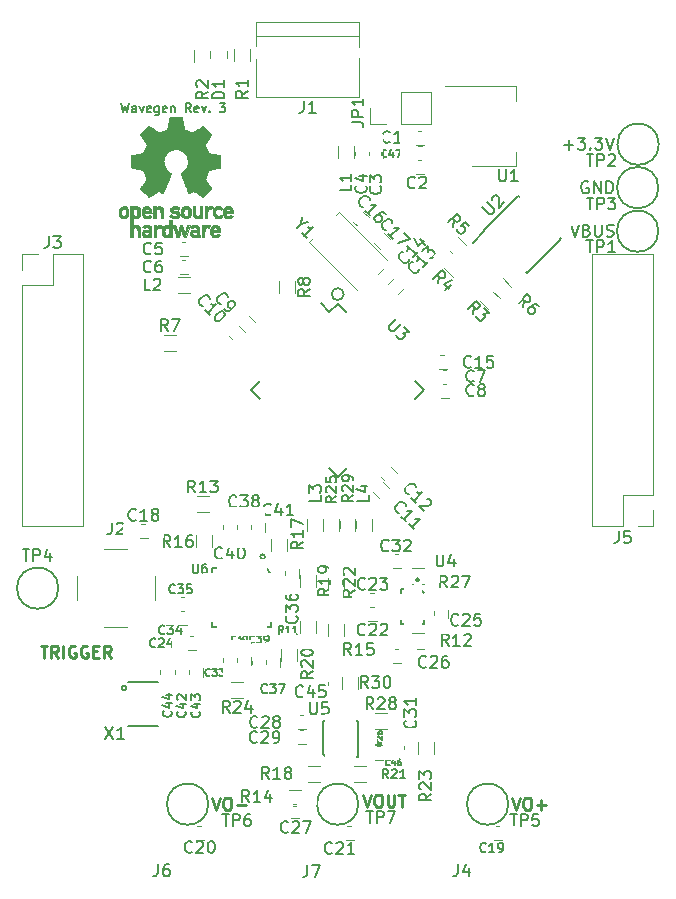
<source format=gto>
%TF.GenerationSoftware,KiCad,Pcbnew,4.0.6*%
%TF.CreationDate,2017-05-01T22:06:24-07:00*%
%TF.ProjectId,rev3,726576332E6B696361645F7063620000,rev?*%
%TF.FileFunction,Legend,Top*%
%FSLAX46Y46*%
G04 Gerber Fmt 4.6, Leading zero omitted, Abs format (unit mm)*
G04 Created by KiCad (PCBNEW 4.0.6) date 05/01/17 22:06:24*
%MOMM*%
%LPD*%
G01*
G04 APERTURE LIST*
%ADD10C,0.100000*%
%ADD11C,0.127000*%
%ADD12C,0.254000*%
%ADD13C,0.200000*%
%ADD14C,0.120000*%
%ADD15C,0.150000*%
%ADD16C,0.010000*%
%ADD17C,7.400000*%
%ADD18C,1.000000*%
%ADD19R,1.600000X1.600000*%
%ADD20R,2.100000X2.100000*%
%ADD21O,2.100000X2.100000*%
%ADD22C,3.200000*%
%ADD23R,2.400000X4.200000*%
%ADD24R,2.400000X1.900000*%
%ADD25R,1.600000X1.150000*%
%ADD26R,1.150000X1.600000*%
%ADD27C,2.600000*%
%ADD28C,2.400000*%
%ADD29R,2.690000X5.480000*%
%ADD30R,2.820000X5.480000*%
%ADD31R,1.300000X1.600000*%
%ADD32R,1.600000X1.300000*%
%ADD33R,0.650000X1.300000*%
%ADD34R,0.650000X1.450000*%
%ADD35R,1.350000X0.650000*%
%ADD36R,1.250000X1.400000*%
%ADD37R,1.250000X1.000000*%
%ADD38R,0.800000X1.750000*%
%ADD39C,1.650000*%
%ADD40C,1.950000*%
%ADD41R,2.780000X2.050000*%
%ADD42C,1.009600*%
%ADD43R,1.400000X0.650000*%
%ADD44R,0.650000X1.400000*%
%ADD45R,4.000000X4.000000*%
G04 APERTURE END LIST*
D10*
D11*
X169587334Y-49989619D02*
X169926001Y-51005619D01*
X170264667Y-49989619D01*
X170942000Y-50473429D02*
X171087143Y-50521810D01*
X171135524Y-50570190D01*
X171183905Y-50666952D01*
X171183905Y-50812095D01*
X171135524Y-50908857D01*
X171087143Y-50957238D01*
X170990381Y-51005619D01*
X170603334Y-51005619D01*
X170603334Y-49989619D01*
X170942000Y-49989619D01*
X171038762Y-50038000D01*
X171087143Y-50086381D01*
X171135524Y-50183143D01*
X171135524Y-50279905D01*
X171087143Y-50376667D01*
X171038762Y-50425048D01*
X170942000Y-50473429D01*
X170603334Y-50473429D01*
X171619334Y-49989619D02*
X171619334Y-50812095D01*
X171667715Y-50908857D01*
X171716096Y-50957238D01*
X171812858Y-51005619D01*
X172006381Y-51005619D01*
X172103143Y-50957238D01*
X172151524Y-50908857D01*
X172199905Y-50812095D01*
X172199905Y-49989619D01*
X172635334Y-50957238D02*
X172780477Y-51005619D01*
X173022381Y-51005619D01*
X173119143Y-50957238D01*
X173167524Y-50908857D01*
X173215905Y-50812095D01*
X173215905Y-50715333D01*
X173167524Y-50618571D01*
X173119143Y-50570190D01*
X173022381Y-50521810D01*
X172828858Y-50473429D01*
X172732096Y-50425048D01*
X172683715Y-50376667D01*
X172635334Y-50279905D01*
X172635334Y-50183143D01*
X172683715Y-50086381D01*
X172732096Y-50038000D01*
X172828858Y-49989619D01*
X173070762Y-49989619D01*
X173215905Y-50038000D01*
X171056905Y-46355000D02*
X170960143Y-46306619D01*
X170815000Y-46306619D01*
X170669858Y-46355000D01*
X170573096Y-46451762D01*
X170524715Y-46548524D01*
X170476334Y-46742048D01*
X170476334Y-46887190D01*
X170524715Y-47080714D01*
X170573096Y-47177476D01*
X170669858Y-47274238D01*
X170815000Y-47322619D01*
X170911762Y-47322619D01*
X171056905Y-47274238D01*
X171105286Y-47225857D01*
X171105286Y-46887190D01*
X170911762Y-46887190D01*
X171540715Y-47322619D02*
X171540715Y-46306619D01*
X172121286Y-47322619D01*
X172121286Y-46306619D01*
X172605096Y-47322619D02*
X172605096Y-46306619D01*
X172847001Y-46306619D01*
X172992143Y-46355000D01*
X173088905Y-46451762D01*
X173137286Y-46548524D01*
X173185667Y-46742048D01*
X173185667Y-46887190D01*
X173137286Y-47080714D01*
X173088905Y-47177476D01*
X172992143Y-47274238D01*
X172847001Y-47322619D01*
X172605096Y-47322619D01*
X169037000Y-43252571D02*
X169811095Y-43252571D01*
X169424047Y-43639619D02*
X169424047Y-42865524D01*
X170198143Y-42623619D02*
X170827095Y-42623619D01*
X170488429Y-43010667D01*
X170633571Y-43010667D01*
X170730333Y-43059048D01*
X170778714Y-43107429D01*
X170827095Y-43204190D01*
X170827095Y-43446095D01*
X170778714Y-43542857D01*
X170730333Y-43591238D01*
X170633571Y-43639619D01*
X170343286Y-43639619D01*
X170246524Y-43591238D01*
X170198143Y-43542857D01*
X171262524Y-43542857D02*
X171310905Y-43591238D01*
X171262524Y-43639619D01*
X171214143Y-43591238D01*
X171262524Y-43542857D01*
X171262524Y-43639619D01*
X171649572Y-42623619D02*
X172278524Y-42623619D01*
X171939858Y-43010667D01*
X172085000Y-43010667D01*
X172181762Y-43059048D01*
X172230143Y-43107429D01*
X172278524Y-43204190D01*
X172278524Y-43446095D01*
X172230143Y-43542857D01*
X172181762Y-43591238D01*
X172085000Y-43639619D01*
X171794715Y-43639619D01*
X171697953Y-43591238D01*
X171649572Y-43542857D01*
X172568810Y-42623619D02*
X172907477Y-43639619D01*
X173246143Y-42623619D01*
X131517130Y-39714714D02*
X131698559Y-40476714D01*
X131843702Y-39932429D01*
X131988844Y-40476714D01*
X132170273Y-39714714D01*
X132787130Y-40476714D02*
X132787130Y-40077571D01*
X132750844Y-40005000D01*
X132678273Y-39968714D01*
X132533130Y-39968714D01*
X132460559Y-40005000D01*
X132787130Y-40440429D02*
X132714559Y-40476714D01*
X132533130Y-40476714D01*
X132460559Y-40440429D01*
X132424273Y-40367857D01*
X132424273Y-40295286D01*
X132460559Y-40222714D01*
X132533130Y-40186429D01*
X132714559Y-40186429D01*
X132787130Y-40150143D01*
X133077416Y-39968714D02*
X133258845Y-40476714D01*
X133440273Y-39968714D01*
X134020844Y-40440429D02*
X133948273Y-40476714D01*
X133803130Y-40476714D01*
X133730559Y-40440429D01*
X133694273Y-40367857D01*
X133694273Y-40077571D01*
X133730559Y-40005000D01*
X133803130Y-39968714D01*
X133948273Y-39968714D01*
X134020844Y-40005000D01*
X134057130Y-40077571D01*
X134057130Y-40150143D01*
X133694273Y-40222714D01*
X134710273Y-39968714D02*
X134710273Y-40585571D01*
X134673987Y-40658143D01*
X134637702Y-40694429D01*
X134565130Y-40730714D01*
X134456273Y-40730714D01*
X134383702Y-40694429D01*
X134710273Y-40440429D02*
X134637702Y-40476714D01*
X134492559Y-40476714D01*
X134419987Y-40440429D01*
X134383702Y-40404143D01*
X134347416Y-40331571D01*
X134347416Y-40113857D01*
X134383702Y-40041286D01*
X134419987Y-40005000D01*
X134492559Y-39968714D01*
X134637702Y-39968714D01*
X134710273Y-40005000D01*
X135363416Y-40440429D02*
X135290845Y-40476714D01*
X135145702Y-40476714D01*
X135073131Y-40440429D01*
X135036845Y-40367857D01*
X135036845Y-40077571D01*
X135073131Y-40005000D01*
X135145702Y-39968714D01*
X135290845Y-39968714D01*
X135363416Y-40005000D01*
X135399702Y-40077571D01*
X135399702Y-40150143D01*
X135036845Y-40222714D01*
X135726274Y-39968714D02*
X135726274Y-40476714D01*
X135726274Y-40041286D02*
X135762559Y-40005000D01*
X135835131Y-39968714D01*
X135943988Y-39968714D01*
X136016559Y-40005000D01*
X136052845Y-40077571D01*
X136052845Y-40476714D01*
X137431702Y-40476714D02*
X137177702Y-40113857D01*
X136996274Y-40476714D02*
X136996274Y-39714714D01*
X137286559Y-39714714D01*
X137359131Y-39751000D01*
X137395416Y-39787286D01*
X137431702Y-39859857D01*
X137431702Y-39968714D01*
X137395416Y-40041286D01*
X137359131Y-40077571D01*
X137286559Y-40113857D01*
X136996274Y-40113857D01*
X138048559Y-40440429D02*
X137975988Y-40476714D01*
X137830845Y-40476714D01*
X137758274Y-40440429D01*
X137721988Y-40367857D01*
X137721988Y-40077571D01*
X137758274Y-40005000D01*
X137830845Y-39968714D01*
X137975988Y-39968714D01*
X138048559Y-40005000D01*
X138084845Y-40077571D01*
X138084845Y-40150143D01*
X137721988Y-40222714D01*
X138338845Y-39968714D02*
X138520274Y-40476714D01*
X138701702Y-39968714D01*
X138991988Y-40404143D02*
X139028273Y-40440429D01*
X138991988Y-40476714D01*
X138955702Y-40440429D01*
X138991988Y-40404143D01*
X138991988Y-40476714D01*
X139862844Y-39714714D02*
X140334558Y-39714714D01*
X140080558Y-40005000D01*
X140189416Y-40005000D01*
X140261987Y-40041286D01*
X140298273Y-40077571D01*
X140334558Y-40150143D01*
X140334558Y-40331571D01*
X140298273Y-40404143D01*
X140261987Y-40440429D01*
X140189416Y-40476714D01*
X139971701Y-40476714D01*
X139899130Y-40440429D01*
X139862844Y-40404143D01*
D12*
X124712791Y-85651219D02*
X125293362Y-85651219D01*
X125003077Y-86667219D02*
X125003077Y-85651219D01*
X126212600Y-86667219D02*
X125873934Y-86183410D01*
X125632029Y-86667219D02*
X125632029Y-85651219D01*
X126019076Y-85651219D01*
X126115838Y-85699600D01*
X126164219Y-85747981D01*
X126212600Y-85844743D01*
X126212600Y-85989886D01*
X126164219Y-86086648D01*
X126115838Y-86135029D01*
X126019076Y-86183410D01*
X125632029Y-86183410D01*
X126648029Y-86667219D02*
X126648029Y-85651219D01*
X127664029Y-85699600D02*
X127567267Y-85651219D01*
X127422124Y-85651219D01*
X127276982Y-85699600D01*
X127180220Y-85796362D01*
X127131839Y-85893124D01*
X127083458Y-86086648D01*
X127083458Y-86231790D01*
X127131839Y-86425314D01*
X127180220Y-86522076D01*
X127276982Y-86618838D01*
X127422124Y-86667219D01*
X127518886Y-86667219D01*
X127664029Y-86618838D01*
X127712410Y-86570457D01*
X127712410Y-86231790D01*
X127518886Y-86231790D01*
X128680029Y-85699600D02*
X128583267Y-85651219D01*
X128438124Y-85651219D01*
X128292982Y-85699600D01*
X128196220Y-85796362D01*
X128147839Y-85893124D01*
X128099458Y-86086648D01*
X128099458Y-86231790D01*
X128147839Y-86425314D01*
X128196220Y-86522076D01*
X128292982Y-86618838D01*
X128438124Y-86667219D01*
X128534886Y-86667219D01*
X128680029Y-86618838D01*
X128728410Y-86570457D01*
X128728410Y-86231790D01*
X128534886Y-86231790D01*
X129163839Y-86135029D02*
X129502505Y-86135029D01*
X129647648Y-86667219D02*
X129163839Y-86667219D01*
X129163839Y-85651219D01*
X129647648Y-85651219D01*
X130663648Y-86667219D02*
X130324982Y-86183410D01*
X130083077Y-86667219D02*
X130083077Y-85651219D01*
X130470124Y-85651219D01*
X130566886Y-85699600D01*
X130615267Y-85747981D01*
X130663648Y-85844743D01*
X130663648Y-85989886D01*
X130615267Y-86086648D01*
X130566886Y-86135029D01*
X130470124Y-86183410D01*
X130083077Y-86183410D01*
X152006905Y-98249619D02*
X152345572Y-99265619D01*
X152684238Y-98249619D01*
X153216429Y-98249619D02*
X153409952Y-98249619D01*
X153506714Y-98298000D01*
X153603476Y-98394762D01*
X153651857Y-98588286D01*
X153651857Y-98926952D01*
X153603476Y-99120476D01*
X153506714Y-99217238D01*
X153409952Y-99265619D01*
X153216429Y-99265619D01*
X153119667Y-99217238D01*
X153022905Y-99120476D01*
X152974524Y-98926952D01*
X152974524Y-98588286D01*
X153022905Y-98394762D01*
X153119667Y-98298000D01*
X153216429Y-98249619D01*
X154087286Y-98249619D02*
X154087286Y-99072095D01*
X154135667Y-99168857D01*
X154184048Y-99217238D01*
X154280810Y-99265619D01*
X154474333Y-99265619D01*
X154571095Y-99217238D01*
X154619476Y-99168857D01*
X154667857Y-99072095D01*
X154667857Y-98249619D01*
X155006524Y-98249619D02*
X155587095Y-98249619D01*
X155296810Y-99265619D02*
X155296810Y-98249619D01*
X139216191Y-98503619D02*
X139554858Y-99519619D01*
X139893524Y-98503619D01*
X140425715Y-98503619D02*
X140619238Y-98503619D01*
X140716000Y-98552000D01*
X140812762Y-98648762D01*
X140861143Y-98842286D01*
X140861143Y-99180952D01*
X140812762Y-99374476D01*
X140716000Y-99471238D01*
X140619238Y-99519619D01*
X140425715Y-99519619D01*
X140328953Y-99471238D01*
X140232191Y-99374476D01*
X140183810Y-99180952D01*
X140183810Y-98842286D01*
X140232191Y-98648762D01*
X140328953Y-98552000D01*
X140425715Y-98503619D01*
X141296572Y-99132571D02*
X142070667Y-99132571D01*
X164616191Y-98503619D02*
X164954858Y-99519619D01*
X165293524Y-98503619D01*
X165825715Y-98503619D02*
X166019238Y-98503619D01*
X166116000Y-98552000D01*
X166212762Y-98648762D01*
X166261143Y-98842286D01*
X166261143Y-99180952D01*
X166212762Y-99374476D01*
X166116000Y-99471238D01*
X166019238Y-99519619D01*
X165825715Y-99519619D01*
X165728953Y-99471238D01*
X165632191Y-99374476D01*
X165583810Y-99180952D01*
X165583810Y-98842286D01*
X165632191Y-98648762D01*
X165728953Y-98552000D01*
X165825715Y-98503619D01*
X166696572Y-99132571D02*
X167470667Y-99132571D01*
X167083619Y-99519619D02*
X167083619Y-98745524D01*
D13*
X150368000Y-55880000D02*
G75*
G03X150368000Y-55880000I-508000J0D01*
G01*
D14*
X140490000Y-33865000D02*
X139090000Y-33865000D01*
X139090000Y-33865000D02*
X139090000Y-36665000D01*
X140490000Y-33865000D02*
X140490000Y-36665000D01*
X123130000Y-55118000D02*
X123130000Y-75498000D01*
X123130000Y-75498000D02*
X128330000Y-75498000D01*
X128330000Y-75498000D02*
X128330000Y-52518000D01*
X128330000Y-52518000D02*
X125730000Y-52518000D01*
X125730000Y-52518000D02*
X125730000Y-55118000D01*
X125730000Y-55118000D02*
X123130000Y-55118000D01*
X123130000Y-53848000D02*
X123130000Y-52518000D01*
X123130000Y-52518000D02*
X124460000Y-52518000D01*
D15*
X177010000Y-50546000D02*
G75*
G03X177010000Y-50546000I-1750000J0D01*
G01*
X177048100Y-43180000D02*
G75*
G03X177048100Y-43180000I-1750000J0D01*
G01*
X177010000Y-46863000D02*
G75*
G03X177010000Y-46863000I-1750000J0D01*
G01*
D14*
X164978000Y-45066000D02*
X164978000Y-43806000D01*
X164978000Y-38246000D02*
X164978000Y-39506000D01*
X161218000Y-45066000D02*
X164978000Y-45066000D01*
X158968000Y-38246000D02*
X164978000Y-38246000D01*
D15*
X162231953Y-50486447D02*
X162267309Y-50521802D01*
X165166447Y-47551953D02*
X165268977Y-47654484D01*
X168808047Y-51193553D02*
X168705516Y-51091023D01*
X165873553Y-54128047D02*
X165771023Y-54025516D01*
X162231953Y-50486447D02*
X165166447Y-47551953D01*
X165873553Y-54128047D02*
X168808047Y-51193553D01*
X162267309Y-50521802D02*
X161277359Y-51511751D01*
X149860000Y-56689445D02*
X149152893Y-57396552D01*
X157178555Y-64008000D02*
X156418415Y-64768140D01*
X149860000Y-71326555D02*
X150620140Y-70566415D01*
X142541445Y-64008000D02*
X143301585Y-63247860D01*
X149860000Y-56689445D02*
X150620140Y-57449585D01*
X142541445Y-64008000D02*
X143301585Y-64768140D01*
X149860000Y-71326555D02*
X149099860Y-70566415D01*
X157178555Y-64008000D02*
X156418415Y-63247860D01*
X149152893Y-57396552D02*
X148428109Y-56671767D01*
D14*
X154057981Y-52960396D02*
X149992117Y-48894532D01*
X149992117Y-48894532D02*
X147446532Y-51440117D01*
X147446532Y-51440117D02*
X151512396Y-55505981D01*
X157205000Y-43272000D02*
X156505000Y-43272000D01*
X156505000Y-42072000D02*
X157205000Y-42072000D01*
X157205000Y-45685000D02*
X156505000Y-45685000D01*
X156505000Y-44485000D02*
X157205000Y-44485000D01*
X152498500Y-44352000D02*
X152498500Y-43652000D01*
X153698500Y-43652000D02*
X153698500Y-44352000D01*
X151292000Y-44352000D02*
X151292000Y-43652000D01*
X152492000Y-43652000D02*
X152492000Y-44352000D01*
X137190000Y-52658000D02*
X136490000Y-52658000D01*
X136490000Y-51458000D02*
X137190000Y-51458000D01*
X137190000Y-54182000D02*
X136490000Y-54182000D01*
X136490000Y-52982000D02*
X137190000Y-52982000D01*
X158620168Y-62260343D02*
X159320168Y-62260343D01*
X159320168Y-63460343D02*
X158620168Y-63460343D01*
X158620168Y-63462425D02*
X159320168Y-63462425D01*
X159320168Y-64662425D02*
X158620168Y-64662425D01*
X141981932Y-59071819D02*
X141486958Y-58576845D01*
X142335486Y-57728317D02*
X142830460Y-58223291D01*
X141133404Y-59920347D02*
X140638430Y-59425373D01*
X141486958Y-58576845D02*
X141981932Y-59071819D01*
X153719777Y-71781749D02*
X154214751Y-72276723D01*
X153366223Y-73125251D02*
X152871249Y-72630277D01*
X154354777Y-70511749D02*
X154849751Y-71006723D01*
X154001223Y-71855251D02*
X153506249Y-71360277D01*
X154156597Y-55020021D02*
X154651571Y-54525047D01*
X155500099Y-55373575D02*
X155005125Y-55868549D01*
X153308069Y-54171492D02*
X153803043Y-53676518D01*
X154651571Y-54525046D02*
X154156597Y-55020020D01*
X158400000Y-61058500D02*
X159100000Y-61058500D01*
X159100000Y-62258500D02*
X158400000Y-62258500D01*
X151992577Y-48883649D02*
X152487551Y-49378623D01*
X151639023Y-50227151D02*
X151144049Y-49732177D01*
X153467823Y-52055951D02*
X152972849Y-51560977D01*
X153821377Y-50712449D02*
X154316351Y-51207423D01*
X133785000Y-76540000D02*
X133085000Y-76540000D01*
X133085000Y-75340000D02*
X133785000Y-75340000D01*
X163799000Y-102073000D02*
X163099000Y-102073000D01*
X163099000Y-100873000D02*
X163799000Y-100873000D01*
X138526000Y-102073000D02*
X137826000Y-102073000D01*
X137826000Y-100873000D02*
X138526000Y-100873000D01*
X151226000Y-102073000D02*
X150526000Y-102073000D01*
X150526000Y-100873000D02*
X151226000Y-100873000D01*
X153160982Y-83554032D02*
X152460982Y-83554032D01*
X152460982Y-82354032D02*
X153160982Y-82354032D01*
X153160982Y-82354032D02*
X152460982Y-82354032D01*
X152460982Y-81154032D02*
X153160982Y-81154032D01*
X137191000Y-84807500D02*
X137891000Y-84807500D01*
X137891000Y-86007500D02*
X137191000Y-86007500D01*
X159223000Y-82581000D02*
X159223000Y-83281000D01*
X158023000Y-83281000D02*
X158023000Y-82581000D01*
X155211982Y-87094032D02*
X154511982Y-87094032D01*
X154511982Y-85894032D02*
X155211982Y-85894032D01*
X146620289Y-100246117D02*
X145920289Y-100246117D01*
X145920289Y-99046117D02*
X146620289Y-99046117D01*
X147195711Y-92723883D02*
X146495711Y-92723883D01*
X146495711Y-91523883D02*
X147195711Y-91523883D01*
X147195711Y-93993883D02*
X146495711Y-93993883D01*
X146495711Y-92793883D02*
X147195711Y-92793883D01*
X142556503Y-86562115D02*
X142556503Y-87262115D01*
X141356503Y-87262115D02*
X141356503Y-86562115D01*
X156649289Y-93962117D02*
X156649289Y-94662117D01*
X155449289Y-94662117D02*
X155449289Y-93962117D01*
X155211982Y-79092032D02*
X154511982Y-79092032D01*
X154511982Y-77892032D02*
X155211982Y-77892032D01*
X141354422Y-86564591D02*
X141354422Y-87264591D01*
X140154422Y-87264591D02*
X140154422Y-86564591D01*
X136417000Y-82689000D02*
X137117000Y-82689000D01*
X137117000Y-83889000D02*
X136417000Y-83889000D01*
X136417000Y-81489000D02*
X137117000Y-81489000D01*
X137117000Y-82689000D02*
X136417000Y-82689000D01*
X146622000Y-79174000D02*
X146622000Y-79874000D01*
X145422000Y-79874000D02*
X145422000Y-79174000D01*
X144999000Y-86708500D02*
X144999000Y-87408500D01*
X143799000Y-87408500D02*
X143799000Y-86708500D01*
X141327000Y-75978500D02*
X141327000Y-75278500D01*
X142527000Y-75278500D02*
X142527000Y-75978500D01*
X143782000Y-86772000D02*
X143782000Y-87472000D01*
X142582000Y-87472000D02*
X142582000Y-86772000D01*
X140116000Y-75978500D02*
X140116000Y-75278500D01*
X141316000Y-75278500D02*
X141316000Y-75978500D01*
X142529000Y-75978500D02*
X142529000Y-75278500D01*
X143729000Y-75278500D02*
X143729000Y-75978500D01*
X136053000Y-88272000D02*
X136053000Y-87572000D01*
X137253000Y-87572000D02*
X137253000Y-88272000D01*
X137253000Y-88272000D02*
X137253000Y-87572000D01*
X138453000Y-87572000D02*
X138453000Y-88272000D01*
X134853000Y-88272000D02*
X134853000Y-87572000D01*
X136053000Y-87572000D02*
X136053000Y-88272000D01*
X130064000Y-77472000D02*
X132064000Y-77472000D01*
X130064000Y-84072000D02*
X132064000Y-84072000D01*
X134364000Y-79772000D02*
X134364000Y-81772000D01*
X127764000Y-79772000D02*
X127764000Y-81772000D01*
X176590000Y-72898000D02*
X176590000Y-52518000D01*
X176590000Y-52518000D02*
X171390000Y-52518000D01*
X171390000Y-52518000D02*
X171390000Y-75498000D01*
X171390000Y-75498000D02*
X173990000Y-75498000D01*
X173990000Y-75498000D02*
X173990000Y-72898000D01*
X173990000Y-72898000D02*
X176590000Y-72898000D01*
X176590000Y-74168000D02*
X176590000Y-75498000D01*
X176590000Y-75498000D02*
X175260000Y-75498000D01*
X155194000Y-41462000D02*
X157794000Y-41462000D01*
X157794000Y-41462000D02*
X157794000Y-38802000D01*
X157794000Y-38802000D02*
X155194000Y-38802000D01*
X155194000Y-38802000D02*
X155194000Y-41462000D01*
X153924000Y-41462000D02*
X152594000Y-41462000D01*
X152594000Y-41462000D02*
X152594000Y-40132000D01*
X149900000Y-44375000D02*
X149900000Y-43375000D01*
X151260000Y-43375000D02*
X151260000Y-44375000D01*
X137340000Y-55786000D02*
X136340000Y-55786000D01*
X136340000Y-54426000D02*
X137340000Y-54426000D01*
X148624658Y-74922802D02*
X148624658Y-75922802D01*
X147264658Y-75922802D02*
X147264658Y-74922802D01*
X151368358Y-75922802D02*
X151368358Y-74922802D01*
X152728358Y-74922802D02*
X152728358Y-75922802D01*
X141090000Y-36145000D02*
X141090000Y-35145000D01*
X142450000Y-35145000D02*
X142450000Y-36145000D01*
X137722000Y-36189000D02*
X137722000Y-35189000D01*
X139082000Y-35189000D02*
X139082000Y-36189000D01*
X162877279Y-55490614D02*
X163584386Y-56197721D01*
X162622721Y-57159386D02*
X161915614Y-56452279D01*
X159592721Y-54394386D02*
X158885614Y-53687279D01*
X159847279Y-52725614D02*
X160554386Y-53432721D01*
X159782721Y-52669386D02*
X159075614Y-51962279D01*
X160037279Y-51000614D02*
X160744386Y-51707721D01*
X163582721Y-56199386D02*
X162875614Y-55492279D01*
X163837279Y-54530614D02*
X164544386Y-55237721D01*
X136140000Y-60675000D02*
X135140000Y-60675000D01*
X135140000Y-59315000D02*
X136140000Y-59315000D01*
X144925000Y-55785000D02*
X144925000Y-54785000D01*
X146285000Y-54785000D02*
X146285000Y-55785000D01*
X146432000Y-85964000D02*
X146432000Y-86964000D01*
X145072000Y-86964000D02*
X145072000Y-85964000D01*
X157152982Y-85889032D02*
X156152982Y-85889032D01*
X156152982Y-84529032D02*
X157152982Y-84529032D01*
X138930000Y-74340000D02*
X137930000Y-74340000D01*
X137930000Y-72980000D02*
X138930000Y-72980000D01*
X146770289Y-99206474D02*
X145770289Y-99206474D01*
X145770289Y-97846474D02*
X146770289Y-97846474D01*
X149053000Y-84828000D02*
X149053000Y-83828000D01*
X150413000Y-83828000D02*
X150413000Y-84828000D01*
X137877000Y-77274000D02*
X137877000Y-76274000D01*
X139237000Y-76274000D02*
X139237000Y-77274000D01*
X144227000Y-77652500D02*
X144227000Y-76652500D01*
X145587000Y-76652500D02*
X145587000Y-77652500D01*
X148328000Y-97173144D02*
X147328000Y-97173144D01*
X147328000Y-95813144D02*
X148328000Y-95813144D01*
X146635400Y-80664390D02*
X146635400Y-79664390D01*
X147995400Y-79664390D02*
X147995400Y-80664390D01*
X147995400Y-83539390D02*
X147995400Y-84539390D01*
X146635400Y-84539390D02*
X146635400Y-83539390D01*
X151265000Y-95813144D02*
X152265000Y-95813144D01*
X152265000Y-97173144D02*
X151265000Y-97173144D01*
X150413000Y-79891000D02*
X150413000Y-80891000D01*
X149053000Y-80891000D02*
X149053000Y-79891000D01*
X157999289Y-93812117D02*
X157999289Y-94812117D01*
X156639289Y-94812117D02*
X156639289Y-93812117D01*
X140851000Y-88728000D02*
X141851000Y-88728000D01*
X141851000Y-90088000D02*
X140851000Y-90088000D01*
X150021658Y-74922802D02*
X150021658Y-75922802D01*
X148661658Y-75922802D02*
X148661658Y-74922802D01*
X153024786Y-92736294D02*
X154024786Y-92736294D01*
X154024786Y-94096294D02*
X153024786Y-94096294D01*
X157139982Y-80442032D02*
X156139982Y-80442032D01*
X156139982Y-79082032D02*
X157139982Y-79082032D01*
X154024786Y-92699294D02*
X153024786Y-92699294D01*
X153024786Y-91339294D02*
X154024786Y-91339294D01*
X151373358Y-74926302D02*
X151373358Y-75926302D01*
X150013358Y-75926302D02*
X150013358Y-74926302D01*
D15*
X126210000Y-80772000D02*
G75*
G03X126210000Y-80772000I-1750000J0D01*
G01*
X164310000Y-99060000D02*
G75*
G03X164310000Y-99060000I-1750000J0D01*
G01*
X138910000Y-99060000D02*
G75*
G03X138910000Y-99060000I-1750000J0D01*
G01*
X151610000Y-99060000D02*
G75*
G03X151610000Y-99060000I-1750000J0D01*
G01*
X156806382Y-80069422D02*
G75*
G03X156806382Y-80069422I-175000J0D01*
G01*
X156856382Y-80819422D02*
X157206382Y-81169422D01*
X155206382Y-80819422D02*
X155556382Y-80819422D01*
X155206382Y-80819422D02*
X155206382Y-81169422D01*
X155556382Y-83819422D02*
X155206382Y-83819422D01*
X155206382Y-83819422D02*
X155206382Y-83469422D01*
X156856382Y-83819422D02*
X157206382Y-83819422D01*
X157206382Y-83819422D02*
X157206382Y-83469422D01*
X134633000Y-92457000D02*
X132133000Y-92457000D01*
X132133000Y-88757000D02*
X134633000Y-88757000D01*
X131983000Y-89207000D02*
G75*
G03X131983000Y-89207000I-200000J0D01*
G01*
D14*
X149006000Y-89250000D02*
X149006000Y-88550000D01*
X150206000Y-88550000D02*
X150206000Y-89250000D01*
X153000000Y-94142000D02*
X153700000Y-94142000D01*
X153700000Y-95342000D02*
X153000000Y-95342000D01*
X151556000Y-88273000D02*
X151556000Y-89273000D01*
X150196000Y-89273000D02*
X150196000Y-88273000D01*
X157210000Y-44505000D02*
X156510000Y-44505000D01*
X156510000Y-43305000D02*
X157210000Y-43305000D01*
X151670000Y-32800000D02*
X142970000Y-32800000D01*
X151670000Y-39210000D02*
X142970000Y-39210000D01*
X142970000Y-39210000D02*
X142970000Y-32800000D01*
X142970000Y-34030000D02*
X151670000Y-34030000D01*
X151670000Y-32800000D02*
X151670000Y-39210000D01*
D16*
G36*
X132896038Y-48445678D02*
X132970453Y-48478764D01*
X133034248Y-48527719D01*
X133083328Y-48591347D01*
X133109320Y-48652272D01*
X133114734Y-48681557D01*
X133120214Y-48730163D01*
X133125211Y-48792016D01*
X133129178Y-48861045D01*
X133130087Y-48882300D01*
X133131947Y-49014852D01*
X133126075Y-49124687D01*
X133112282Y-49213339D01*
X133090375Y-49282347D01*
X133076988Y-49308830D01*
X133024702Y-49374462D01*
X132957572Y-49422921D01*
X132880182Y-49453401D01*
X132797113Y-49465094D01*
X132712948Y-49457191D01*
X132632269Y-49428885D01*
X132580194Y-49396400D01*
X132552688Y-49376643D01*
X132534320Y-49365684D01*
X132531697Y-49364900D01*
X132529894Y-49377082D01*
X132528256Y-49411560D01*
X132526842Y-49465228D01*
X132525711Y-49534982D01*
X132524921Y-49617718D01*
X132524531Y-49710330D01*
X132524500Y-49745816D01*
X132524500Y-50126732D01*
X132581940Y-50082887D01*
X132623509Y-50055934D01*
X132666298Y-50035473D01*
X132686715Y-50029146D01*
X132750441Y-50021402D01*
X132819098Y-50021930D01*
X132882062Y-50030171D01*
X132919972Y-50041418D01*
X132980669Y-50077357D01*
X133038695Y-50129688D01*
X133085436Y-50190109D01*
X133098432Y-50213432D01*
X133106703Y-50231084D01*
X133113294Y-50248787D01*
X133118433Y-50269606D01*
X133122349Y-50296608D01*
X133125269Y-50332860D01*
X133127421Y-50381426D01*
X133129034Y-50445374D01*
X133130335Y-50527770D01*
X133131553Y-50631679D01*
X133131893Y-50663475D01*
X133136037Y-51054000D01*
X132918200Y-51054000D01*
X132918200Y-50734798D01*
X132917524Y-50615222D01*
X132915523Y-50517147D01*
X132912239Y-50441595D01*
X132907714Y-50389589D01*
X132903307Y-50365888D01*
X132875841Y-50312962D01*
X132831480Y-50268297D01*
X132778164Y-50239119D01*
X132758165Y-50233771D01*
X132705334Y-50234491D01*
X132648324Y-50251552D01*
X132597876Y-50280757D01*
X132571977Y-50306501D01*
X132558409Y-50328145D01*
X132547683Y-50354570D01*
X132539478Y-50388829D01*
X132533472Y-50433976D01*
X132529344Y-50493063D01*
X132526773Y-50569145D01*
X132525437Y-50665274D01*
X132525053Y-50752375D01*
X132524500Y-51054000D01*
X132425016Y-51054000D01*
X132376965Y-51052987D01*
X132339244Y-51050303D01*
X132318636Y-51046480D01*
X132317066Y-51045533D01*
X132315897Y-51031926D01*
X132314776Y-50994615D01*
X132313713Y-50935294D01*
X132312720Y-50855660D01*
X132311808Y-50757407D01*
X132310988Y-50642232D01*
X132310270Y-50511829D01*
X132309666Y-50367894D01*
X132309186Y-50212123D01*
X132308842Y-50046210D01*
X132308645Y-49871851D01*
X132308600Y-49737433D01*
X132308600Y-48952729D01*
X132543550Y-48952729D01*
X132544020Y-49026606D01*
X132545766Y-49079762D01*
X132549288Y-49116863D01*
X132555088Y-49142578D01*
X132563668Y-49161572D01*
X132566465Y-49166060D01*
X132610844Y-49212193D01*
X132668229Y-49240927D01*
X132731830Y-49250727D01*
X132794858Y-49240061D01*
X132826889Y-49224874D01*
X132858912Y-49200367D01*
X132882105Y-49169065D01*
X132897706Y-49126892D01*
X132906950Y-49069771D01*
X132911077Y-48993628D01*
X132911610Y-48945800D01*
X132911142Y-48876009D01*
X132909020Y-48825883D01*
X132904532Y-48789706D01*
X132896968Y-48761760D01*
X132885619Y-48736329D01*
X132885578Y-48736250D01*
X132846855Y-48686816D01*
X132794298Y-48654528D01*
X132734145Y-48640971D01*
X132672636Y-48647729D01*
X132624803Y-48670049D01*
X132595132Y-48692699D01*
X132573596Y-48717583D01*
X132558935Y-48749082D01*
X132549890Y-48791577D01*
X132545202Y-48849449D01*
X132543611Y-48927080D01*
X132543550Y-48952729D01*
X132308600Y-48952729D01*
X132308600Y-48437800D01*
X132522966Y-48437800D01*
X132530850Y-48527974D01*
X132574096Y-48495952D01*
X132650031Y-48453598D01*
X132731731Y-48431899D01*
X132815098Y-48429657D01*
X132896038Y-48445678D01*
X132896038Y-48445678D01*
G37*
X132896038Y-48445678D02*
X132970453Y-48478764D01*
X133034248Y-48527719D01*
X133083328Y-48591347D01*
X133109320Y-48652272D01*
X133114734Y-48681557D01*
X133120214Y-48730163D01*
X133125211Y-48792016D01*
X133129178Y-48861045D01*
X133130087Y-48882300D01*
X133131947Y-49014852D01*
X133126075Y-49124687D01*
X133112282Y-49213339D01*
X133090375Y-49282347D01*
X133076988Y-49308830D01*
X133024702Y-49374462D01*
X132957572Y-49422921D01*
X132880182Y-49453401D01*
X132797113Y-49465094D01*
X132712948Y-49457191D01*
X132632269Y-49428885D01*
X132580194Y-49396400D01*
X132552688Y-49376643D01*
X132534320Y-49365684D01*
X132531697Y-49364900D01*
X132529894Y-49377082D01*
X132528256Y-49411560D01*
X132526842Y-49465228D01*
X132525711Y-49534982D01*
X132524921Y-49617718D01*
X132524531Y-49710330D01*
X132524500Y-49745816D01*
X132524500Y-50126732D01*
X132581940Y-50082887D01*
X132623509Y-50055934D01*
X132666298Y-50035473D01*
X132686715Y-50029146D01*
X132750441Y-50021402D01*
X132819098Y-50021930D01*
X132882062Y-50030171D01*
X132919972Y-50041418D01*
X132980669Y-50077357D01*
X133038695Y-50129688D01*
X133085436Y-50190109D01*
X133098432Y-50213432D01*
X133106703Y-50231084D01*
X133113294Y-50248787D01*
X133118433Y-50269606D01*
X133122349Y-50296608D01*
X133125269Y-50332860D01*
X133127421Y-50381426D01*
X133129034Y-50445374D01*
X133130335Y-50527770D01*
X133131553Y-50631679D01*
X133131893Y-50663475D01*
X133136037Y-51054000D01*
X132918200Y-51054000D01*
X132918200Y-50734798D01*
X132917524Y-50615222D01*
X132915523Y-50517147D01*
X132912239Y-50441595D01*
X132907714Y-50389589D01*
X132903307Y-50365888D01*
X132875841Y-50312962D01*
X132831480Y-50268297D01*
X132778164Y-50239119D01*
X132758165Y-50233771D01*
X132705334Y-50234491D01*
X132648324Y-50251552D01*
X132597876Y-50280757D01*
X132571977Y-50306501D01*
X132558409Y-50328145D01*
X132547683Y-50354570D01*
X132539478Y-50388829D01*
X132533472Y-50433976D01*
X132529344Y-50493063D01*
X132526773Y-50569145D01*
X132525437Y-50665274D01*
X132525053Y-50752375D01*
X132524500Y-51054000D01*
X132425016Y-51054000D01*
X132376965Y-51052987D01*
X132339244Y-51050303D01*
X132318636Y-51046480D01*
X132317066Y-51045533D01*
X132315897Y-51031926D01*
X132314776Y-50994615D01*
X132313713Y-50935294D01*
X132312720Y-50855660D01*
X132311808Y-50757407D01*
X132310988Y-50642232D01*
X132310270Y-50511829D01*
X132309666Y-50367894D01*
X132309186Y-50212123D01*
X132308842Y-50046210D01*
X132308645Y-49871851D01*
X132308600Y-49737433D01*
X132308600Y-48952729D01*
X132543550Y-48952729D01*
X132544020Y-49026606D01*
X132545766Y-49079762D01*
X132549288Y-49116863D01*
X132555088Y-49142578D01*
X132563668Y-49161572D01*
X132566465Y-49166060D01*
X132610844Y-49212193D01*
X132668229Y-49240927D01*
X132731830Y-49250727D01*
X132794858Y-49240061D01*
X132826889Y-49224874D01*
X132858912Y-49200367D01*
X132882105Y-49169065D01*
X132897706Y-49126892D01*
X132906950Y-49069771D01*
X132911077Y-48993628D01*
X132911610Y-48945800D01*
X132911142Y-48876009D01*
X132909020Y-48825883D01*
X132904532Y-48789706D01*
X132896968Y-48761760D01*
X132885619Y-48736329D01*
X132885578Y-48736250D01*
X132846855Y-48686816D01*
X132794298Y-48654528D01*
X132734145Y-48640971D01*
X132672636Y-48647729D01*
X132624803Y-48670049D01*
X132595132Y-48692699D01*
X132573596Y-48717583D01*
X132558935Y-48749082D01*
X132549890Y-48791577D01*
X132545202Y-48849449D01*
X132543611Y-48927080D01*
X132543550Y-48952729D01*
X132308600Y-48952729D01*
X132308600Y-48437800D01*
X132522966Y-48437800D01*
X132530850Y-48527974D01*
X132574096Y-48495952D01*
X132650031Y-48453598D01*
X132731731Y-48431899D01*
X132815098Y-48429657D01*
X132896038Y-48445678D01*
G36*
X133751322Y-50022945D02*
X133805234Y-50028060D01*
X133850029Y-50037629D01*
X133886163Y-50049790D01*
X133959649Y-50089625D01*
X134018775Y-50145328D01*
X134059405Y-50212350D01*
X134073015Y-50255308D01*
X134076851Y-50286298D01*
X134080199Y-50339299D01*
X134082954Y-50410927D01*
X134085008Y-50497794D01*
X134086254Y-50596516D01*
X134086600Y-50686325D01*
X134086600Y-51054000D01*
X133870700Y-51054000D01*
X133870700Y-50976507D01*
X133824394Y-51011826D01*
X133801099Y-51028117D01*
X133778361Y-51038668D01*
X133749657Y-51044911D01*
X133708463Y-51048277D01*
X133649769Y-51050164D01*
X133591683Y-51050451D01*
X133540162Y-51048761D01*
X133502463Y-51045428D01*
X133489617Y-51042816D01*
X133410103Y-51005279D01*
X133346494Y-50951952D01*
X133299909Y-50886676D01*
X133271465Y-50813293D01*
X133262279Y-50735644D01*
X133262657Y-50733006D01*
X133470561Y-50733006D01*
X133479456Y-50777663D01*
X133508474Y-50815244D01*
X133531524Y-50830140D01*
X133568431Y-50841006D01*
X133621423Y-50847934D01*
X133681452Y-50850652D01*
X133739470Y-50848892D01*
X133786427Y-50842382D01*
X133800637Y-50838180D01*
X133832674Y-50813263D01*
X133856288Y-50769067D01*
X133869092Y-50710982D01*
X133870700Y-50679757D01*
X133870700Y-50622200D01*
X133728726Y-50622200D01*
X133645611Y-50623992D01*
X133583736Y-50630077D01*
X133539146Y-50641518D01*
X133507889Y-50659378D01*
X133486009Y-50684720D01*
X133484026Y-50687975D01*
X133470561Y-50733006D01*
X133262657Y-50733006D01*
X133273468Y-50657569D01*
X133306151Y-50582910D01*
X133341960Y-50535239D01*
X133372234Y-50505662D01*
X133404660Y-50483638D01*
X133443646Y-50467978D01*
X133493598Y-50457494D01*
X133558925Y-50450998D01*
X133644035Y-50447303D01*
X133670675Y-50446637D01*
X133870700Y-50442168D01*
X133870700Y-50374142D01*
X133864041Y-50314479D01*
X133842037Y-50272476D01*
X133801645Y-50244638D01*
X133743700Y-50228168D01*
X133658346Y-50220940D01*
X133582926Y-50231721D01*
X133521907Y-50259824D01*
X133517532Y-50262986D01*
X133475514Y-50294425D01*
X133428632Y-50261632D01*
X133388921Y-50232854D01*
X133350358Y-50203408D01*
X133343650Y-50198053D01*
X133305550Y-50167269D01*
X133358698Y-50116629D01*
X133410537Y-50075542D01*
X133468896Y-50047054D01*
X133538813Y-50029669D01*
X133625322Y-50021892D01*
X133680200Y-50021158D01*
X133751322Y-50022945D01*
X133751322Y-50022945D01*
G37*
X133751322Y-50022945D02*
X133805234Y-50028060D01*
X133850029Y-50037629D01*
X133886163Y-50049790D01*
X133959649Y-50089625D01*
X134018775Y-50145328D01*
X134059405Y-50212350D01*
X134073015Y-50255308D01*
X134076851Y-50286298D01*
X134080199Y-50339299D01*
X134082954Y-50410927D01*
X134085008Y-50497794D01*
X134086254Y-50596516D01*
X134086600Y-50686325D01*
X134086600Y-51054000D01*
X133870700Y-51054000D01*
X133870700Y-50976507D01*
X133824394Y-51011826D01*
X133801099Y-51028117D01*
X133778361Y-51038668D01*
X133749657Y-51044911D01*
X133708463Y-51048277D01*
X133649769Y-51050164D01*
X133591683Y-51050451D01*
X133540162Y-51048761D01*
X133502463Y-51045428D01*
X133489617Y-51042816D01*
X133410103Y-51005279D01*
X133346494Y-50951952D01*
X133299909Y-50886676D01*
X133271465Y-50813293D01*
X133262279Y-50735644D01*
X133262657Y-50733006D01*
X133470561Y-50733006D01*
X133479456Y-50777663D01*
X133508474Y-50815244D01*
X133531524Y-50830140D01*
X133568431Y-50841006D01*
X133621423Y-50847934D01*
X133681452Y-50850652D01*
X133739470Y-50848892D01*
X133786427Y-50842382D01*
X133800637Y-50838180D01*
X133832674Y-50813263D01*
X133856288Y-50769067D01*
X133869092Y-50710982D01*
X133870700Y-50679757D01*
X133870700Y-50622200D01*
X133728726Y-50622200D01*
X133645611Y-50623992D01*
X133583736Y-50630077D01*
X133539146Y-50641518D01*
X133507889Y-50659378D01*
X133486009Y-50684720D01*
X133484026Y-50687975D01*
X133470561Y-50733006D01*
X133262657Y-50733006D01*
X133273468Y-50657569D01*
X133306151Y-50582910D01*
X133341960Y-50535239D01*
X133372234Y-50505662D01*
X133404660Y-50483638D01*
X133443646Y-50467978D01*
X133493598Y-50457494D01*
X133558925Y-50450998D01*
X133644035Y-50447303D01*
X133670675Y-50446637D01*
X133870700Y-50442168D01*
X133870700Y-50374142D01*
X133864041Y-50314479D01*
X133842037Y-50272476D01*
X133801645Y-50244638D01*
X133743700Y-50228168D01*
X133658346Y-50220940D01*
X133582926Y-50231721D01*
X133521907Y-50259824D01*
X133517532Y-50262986D01*
X133475514Y-50294425D01*
X133428632Y-50261632D01*
X133388921Y-50232854D01*
X133350358Y-50203408D01*
X133343650Y-50198053D01*
X133305550Y-50167269D01*
X133358698Y-50116629D01*
X133410537Y-50075542D01*
X133468896Y-50047054D01*
X133538813Y-50029669D01*
X133625322Y-50021892D01*
X133680200Y-50021158D01*
X133751322Y-50022945D01*
G36*
X134808516Y-50021177D02*
X134893872Y-50042920D01*
X134921625Y-50055415D01*
X134957236Y-50074572D01*
X134981428Y-50089685D01*
X134988300Y-50096278D01*
X134980783Y-50108790D01*
X134961205Y-50134835D01*
X134934022Y-50169007D01*
X134903693Y-50205902D01*
X134874674Y-50240114D01*
X134851422Y-50266237D01*
X134838395Y-50278867D01*
X134837376Y-50279300D01*
X134823302Y-50274233D01*
X134794496Y-50261361D01*
X134776435Y-50252779D01*
X134711460Y-50233897D01*
X134648618Y-50238990D01*
X134591933Y-50266705D01*
X134545425Y-50315687D01*
X134534021Y-50334396D01*
X134527257Y-50349621D01*
X134521901Y-50369826D01*
X134517736Y-50398131D01*
X134514551Y-50437658D01*
X134512129Y-50491530D01*
X134510257Y-50562867D01*
X134508721Y-50654792D01*
X134507953Y-50714275D01*
X134503856Y-51054000D01*
X134405295Y-51054000D01*
X134357471Y-51052977D01*
X134319998Y-51050271D01*
X134299693Y-51046420D01*
X134298266Y-51045533D01*
X134296413Y-51031383D01*
X134294699Y-50994589D01*
X134293171Y-50937903D01*
X134291874Y-50864080D01*
X134290853Y-50775876D01*
X134290154Y-50676044D01*
X134289821Y-50567338D01*
X134289800Y-50531183D01*
X134289800Y-50025300D01*
X134505700Y-50025300D01*
X134505700Y-50126732D01*
X134563140Y-50082887D01*
X134637260Y-50041612D01*
X134721016Y-50020892D01*
X134808516Y-50021177D01*
X134808516Y-50021177D01*
G37*
X134808516Y-50021177D02*
X134893872Y-50042920D01*
X134921625Y-50055415D01*
X134957236Y-50074572D01*
X134981428Y-50089685D01*
X134988300Y-50096278D01*
X134980783Y-50108790D01*
X134961205Y-50134835D01*
X134934022Y-50169007D01*
X134903693Y-50205902D01*
X134874674Y-50240114D01*
X134851422Y-50266237D01*
X134838395Y-50278867D01*
X134837376Y-50279300D01*
X134823302Y-50274233D01*
X134794496Y-50261361D01*
X134776435Y-50252779D01*
X134711460Y-50233897D01*
X134648618Y-50238990D01*
X134591933Y-50266705D01*
X134545425Y-50315687D01*
X134534021Y-50334396D01*
X134527257Y-50349621D01*
X134521901Y-50369826D01*
X134517736Y-50398131D01*
X134514551Y-50437658D01*
X134512129Y-50491530D01*
X134510257Y-50562867D01*
X134508721Y-50654792D01*
X134507953Y-50714275D01*
X134503856Y-51054000D01*
X134405295Y-51054000D01*
X134357471Y-51052977D01*
X134319998Y-51050271D01*
X134299693Y-51046420D01*
X134298266Y-51045533D01*
X134296413Y-51031383D01*
X134294699Y-50994589D01*
X134293171Y-50937903D01*
X134291874Y-50864080D01*
X134290853Y-50775876D01*
X134290154Y-50676044D01*
X134289821Y-50567338D01*
X134289800Y-50531183D01*
X134289800Y-50025300D01*
X134505700Y-50025300D01*
X134505700Y-50126732D01*
X134563140Y-50082887D01*
X134637260Y-50041612D01*
X134721016Y-50020892D01*
X134808516Y-50021177D01*
G36*
X135801100Y-51054000D02*
X135585200Y-51054000D01*
X135585200Y-50947972D01*
X135556625Y-50974797D01*
X135494302Y-51017170D01*
X135418063Y-51044068D01*
X135334730Y-51054677D01*
X135251128Y-51048183D01*
X135174083Y-51023772D01*
X135168573Y-51021104D01*
X135094538Y-50971114D01*
X135038980Y-50905175D01*
X135008050Y-50838502D01*
X134994168Y-50778225D01*
X134984851Y-50701695D01*
X134979953Y-50614472D01*
X134979599Y-50561595D01*
X135195734Y-50561595D01*
X135201270Y-50635572D01*
X135216364Y-50715005D01*
X135239899Y-50772366D01*
X135274237Y-50810244D01*
X135321739Y-50831229D01*
X135384767Y-50837908D01*
X135385805Y-50837912D01*
X135430839Y-50834115D01*
X135471324Y-50824358D01*
X135482344Y-50819699D01*
X135517706Y-50794391D01*
X135543285Y-50757770D01*
X135561416Y-50705134D01*
X135573995Y-50635057D01*
X135579781Y-50562172D01*
X135578920Y-50486761D01*
X135572085Y-50415596D01*
X135559951Y-50355450D01*
X135543194Y-50313094D01*
X135541688Y-50310700D01*
X135499892Y-50266159D01*
X135444813Y-50241724D01*
X135388350Y-50235757D01*
X135320513Y-50244804D01*
X135268154Y-50272861D01*
X135234900Y-50310868D01*
X135217192Y-50352637D01*
X135204301Y-50412797D01*
X135196918Y-50484673D01*
X135195734Y-50561595D01*
X134979599Y-50561595D01*
X134979333Y-50522113D01*
X134982845Y-50430177D01*
X134990348Y-50344221D01*
X135001696Y-50269804D01*
X135016747Y-50212485D01*
X135024697Y-50193737D01*
X135074656Y-50122464D01*
X135141463Y-50068964D01*
X135222371Y-50034844D01*
X135314636Y-50021714D01*
X135318500Y-50021648D01*
X135401348Y-50029896D01*
X135479227Y-50054787D01*
X135543978Y-50093486D01*
X135556466Y-50104334D01*
X135585200Y-50131327D01*
X135585200Y-49618900D01*
X135801100Y-49618900D01*
X135801100Y-51054000D01*
X135801100Y-51054000D01*
G37*
X135801100Y-51054000D02*
X135585200Y-51054000D01*
X135585200Y-50947972D01*
X135556625Y-50974797D01*
X135494302Y-51017170D01*
X135418063Y-51044068D01*
X135334730Y-51054677D01*
X135251128Y-51048183D01*
X135174083Y-51023772D01*
X135168573Y-51021104D01*
X135094538Y-50971114D01*
X135038980Y-50905175D01*
X135008050Y-50838502D01*
X134994168Y-50778225D01*
X134984851Y-50701695D01*
X134979953Y-50614472D01*
X134979599Y-50561595D01*
X135195734Y-50561595D01*
X135201270Y-50635572D01*
X135216364Y-50715005D01*
X135239899Y-50772366D01*
X135274237Y-50810244D01*
X135321739Y-50831229D01*
X135384767Y-50837908D01*
X135385805Y-50837912D01*
X135430839Y-50834115D01*
X135471324Y-50824358D01*
X135482344Y-50819699D01*
X135517706Y-50794391D01*
X135543285Y-50757770D01*
X135561416Y-50705134D01*
X135573995Y-50635057D01*
X135579781Y-50562172D01*
X135578920Y-50486761D01*
X135572085Y-50415596D01*
X135559951Y-50355450D01*
X135543194Y-50313094D01*
X135541688Y-50310700D01*
X135499892Y-50266159D01*
X135444813Y-50241724D01*
X135388350Y-50235757D01*
X135320513Y-50244804D01*
X135268154Y-50272861D01*
X135234900Y-50310868D01*
X135217192Y-50352637D01*
X135204301Y-50412797D01*
X135196918Y-50484673D01*
X135195734Y-50561595D01*
X134979599Y-50561595D01*
X134979333Y-50522113D01*
X134982845Y-50430177D01*
X134990348Y-50344221D01*
X135001696Y-50269804D01*
X135016747Y-50212485D01*
X135024697Y-50193737D01*
X135074656Y-50122464D01*
X135141463Y-50068964D01*
X135222371Y-50034844D01*
X135314636Y-50021714D01*
X135318500Y-50021648D01*
X135401348Y-50029896D01*
X135479227Y-50054787D01*
X135543978Y-50093486D01*
X135556466Y-50104334D01*
X135585200Y-50131327D01*
X135585200Y-49618900D01*
X135801100Y-49618900D01*
X135801100Y-51054000D01*
G36*
X136135507Y-50089493D02*
X136144434Y-50120842D01*
X136158710Y-50172045D01*
X136177047Y-50238437D01*
X136198159Y-50315355D01*
X136220760Y-50398133D01*
X136228353Y-50426043D01*
X136250074Y-50504838D01*
X136269912Y-50574690D01*
X136286828Y-50632112D01*
X136299784Y-50673615D01*
X136307740Y-50695711D01*
X136309464Y-50698400D01*
X136315057Y-50686813D01*
X136327294Y-50654111D01*
X136345114Y-50603380D01*
X136367451Y-50537706D01*
X136393244Y-50460177D01*
X136421429Y-50373880D01*
X136424294Y-50365025D01*
X136532042Y-50031650D01*
X136694007Y-50031650D01*
X136802766Y-50371209D01*
X136831075Y-50458163D01*
X136857235Y-50535792D01*
X136880202Y-50601213D01*
X136898932Y-50651546D01*
X136912383Y-50683910D01*
X136919510Y-50695424D01*
X136920041Y-50695059D01*
X136925544Y-50678953D01*
X136936621Y-50641751D01*
X136952298Y-50586900D01*
X136971601Y-50517846D01*
X136993555Y-50438035D01*
X137014238Y-50361850D01*
X137037693Y-50275799D01*
X137059390Y-50197830D01*
X137078356Y-50131310D01*
X137093618Y-50079610D01*
X137104201Y-50046096D01*
X137108893Y-50034301D01*
X137124899Y-50030136D01*
X137159792Y-50027739D01*
X137207097Y-50027461D01*
X137226014Y-50027951D01*
X137334160Y-50031650D01*
X137172141Y-50539650D01*
X137010121Y-51047650D01*
X136915449Y-51051326D01*
X136820776Y-51055002D01*
X136722073Y-50721126D01*
X136695893Y-50633200D01*
X136671747Y-50553306D01*
X136650642Y-50484673D01*
X136633580Y-50430531D01*
X136621568Y-50394110D01*
X136615608Y-50378638D01*
X136615459Y-50378439D01*
X136609968Y-50387784D01*
X136598376Y-50418544D01*
X136581663Y-50467741D01*
X136560807Y-50532397D01*
X136536786Y-50609534D01*
X136510579Y-50696172D01*
X136505950Y-50711723D01*
X136404350Y-51053818D01*
X136313024Y-51053909D01*
X136267540Y-51052723D01*
X136233054Y-51049515D01*
X136216438Y-51044952D01*
X136216040Y-51044475D01*
X136211077Y-51030671D01*
X136199287Y-50995272D01*
X136181515Y-50940893D01*
X136158610Y-50870153D01*
X136131416Y-50785668D01*
X136100780Y-50690056D01*
X136067548Y-50585933D01*
X136054836Y-50546000D01*
X136020810Y-50439113D01*
X135989060Y-50339514D01*
X135960438Y-50249864D01*
X135935794Y-50172825D01*
X135915982Y-50111057D01*
X135901851Y-50067222D01*
X135894255Y-50043981D01*
X135893286Y-50041175D01*
X135896838Y-50033259D01*
X135916859Y-50028295D01*
X135956564Y-50025814D01*
X136001985Y-50025300D01*
X136116689Y-50025300D01*
X136135507Y-50089493D01*
X136135507Y-50089493D01*
G37*
X136135507Y-50089493D02*
X136144434Y-50120842D01*
X136158710Y-50172045D01*
X136177047Y-50238437D01*
X136198159Y-50315355D01*
X136220760Y-50398133D01*
X136228353Y-50426043D01*
X136250074Y-50504838D01*
X136269912Y-50574690D01*
X136286828Y-50632112D01*
X136299784Y-50673615D01*
X136307740Y-50695711D01*
X136309464Y-50698400D01*
X136315057Y-50686813D01*
X136327294Y-50654111D01*
X136345114Y-50603380D01*
X136367451Y-50537706D01*
X136393244Y-50460177D01*
X136421429Y-50373880D01*
X136424294Y-50365025D01*
X136532042Y-50031650D01*
X136694007Y-50031650D01*
X136802766Y-50371209D01*
X136831075Y-50458163D01*
X136857235Y-50535792D01*
X136880202Y-50601213D01*
X136898932Y-50651546D01*
X136912383Y-50683910D01*
X136919510Y-50695424D01*
X136920041Y-50695059D01*
X136925544Y-50678953D01*
X136936621Y-50641751D01*
X136952298Y-50586900D01*
X136971601Y-50517846D01*
X136993555Y-50438035D01*
X137014238Y-50361850D01*
X137037693Y-50275799D01*
X137059390Y-50197830D01*
X137078356Y-50131310D01*
X137093618Y-50079610D01*
X137104201Y-50046096D01*
X137108893Y-50034301D01*
X137124899Y-50030136D01*
X137159792Y-50027739D01*
X137207097Y-50027461D01*
X137226014Y-50027951D01*
X137334160Y-50031650D01*
X137172141Y-50539650D01*
X137010121Y-51047650D01*
X136915449Y-51051326D01*
X136820776Y-51055002D01*
X136722073Y-50721126D01*
X136695893Y-50633200D01*
X136671747Y-50553306D01*
X136650642Y-50484673D01*
X136633580Y-50430531D01*
X136621568Y-50394110D01*
X136615608Y-50378638D01*
X136615459Y-50378439D01*
X136609968Y-50387784D01*
X136598376Y-50418544D01*
X136581663Y-50467741D01*
X136560807Y-50532397D01*
X136536786Y-50609534D01*
X136510579Y-50696172D01*
X136505950Y-50711723D01*
X136404350Y-51053818D01*
X136313024Y-51053909D01*
X136267540Y-51052723D01*
X136233054Y-51049515D01*
X136216438Y-51044952D01*
X136216040Y-51044475D01*
X136211077Y-51030671D01*
X136199287Y-50995272D01*
X136181515Y-50940893D01*
X136158610Y-50870153D01*
X136131416Y-50785668D01*
X136100780Y-50690056D01*
X136067548Y-50585933D01*
X136054836Y-50546000D01*
X136020810Y-50439113D01*
X135989060Y-50339514D01*
X135960438Y-50249864D01*
X135935794Y-50172825D01*
X135915982Y-50111057D01*
X135901851Y-50067222D01*
X135894255Y-50043981D01*
X135893286Y-50041175D01*
X135896838Y-50033259D01*
X135916859Y-50028295D01*
X135956564Y-50025814D01*
X136001985Y-50025300D01*
X136116689Y-50025300D01*
X136135507Y-50089493D01*
G36*
X137865602Y-50027389D02*
X137933687Y-50040989D01*
X137935040Y-50041392D01*
X138008154Y-50073662D01*
X138071575Y-50121393D01*
X138118893Y-50179249D01*
X138132724Y-50205984D01*
X138139360Y-50223905D01*
X138144711Y-50245337D01*
X138148962Y-50273258D01*
X138152298Y-50310644D01*
X138154902Y-50360472D01*
X138156961Y-50425719D01*
X138158658Y-50509361D01*
X138160179Y-50614375D01*
X138160708Y-50657125D01*
X138165477Y-51054000D01*
X137947400Y-51054000D01*
X137947013Y-51006375D01*
X137945725Y-50977488D01*
X137941355Y-50970933D01*
X137933008Y-50982180D01*
X137913393Y-51001701D01*
X137880405Y-51022756D01*
X137866719Y-51029526D01*
X137816819Y-51044025D01*
X137751223Y-51051955D01*
X137678791Y-51053221D01*
X137608389Y-51047730D01*
X137548878Y-51035388D01*
X137541529Y-51032972D01*
X137463461Y-50993391D01*
X137402806Y-50937065D01*
X137361053Y-50867039D01*
X137339692Y-50786357D01*
X137340099Y-50717118D01*
X137544224Y-50717118D01*
X137544890Y-50760947D01*
X137566552Y-50801704D01*
X137595315Y-50825746D01*
X137634533Y-50840211D01*
X137689774Y-50848996D01*
X137752265Y-50851920D01*
X137813230Y-50848800D01*
X137863896Y-50839456D01*
X137883939Y-50831729D01*
X137917090Y-50800658D01*
X137938524Y-50749212D01*
X137947194Y-50680066D01*
X137947329Y-50669825D01*
X137947400Y-50622200D01*
X137798175Y-50622219D01*
X137726572Y-50623157D01*
X137674891Y-50626362D01*
X137637710Y-50632457D01*
X137609605Y-50642066D01*
X137604636Y-50644444D01*
X137564243Y-50676268D01*
X137544224Y-50717118D01*
X137340099Y-50717118D01*
X137340212Y-50698065D01*
X137351263Y-50644077D01*
X137378317Y-50586518D01*
X137423834Y-50531595D01*
X137481334Y-50486745D01*
X137495347Y-50478755D01*
X137518115Y-50468034D01*
X137542985Y-50460249D01*
X137574717Y-50454796D01*
X137618077Y-50451072D01*
X137677825Y-50448473D01*
X137748818Y-50446612D01*
X137950287Y-50442116D01*
X137944822Y-50366565D01*
X137936052Y-50308990D01*
X137916567Y-50270432D01*
X137881675Y-50245674D01*
X137826682Y-50229505D01*
X137820302Y-50228238D01*
X137741692Y-50220316D01*
X137670660Y-50227042D01*
X137613097Y-50247557D01*
X137592613Y-50261514D01*
X137566838Y-50281423D01*
X137549477Y-50291641D01*
X137547727Y-50292000D01*
X137532822Y-50284604D01*
X137505350Y-50265622D01*
X137471368Y-50239858D01*
X137436932Y-50212119D01*
X137408099Y-50187209D01*
X137390924Y-50169935D01*
X137388600Y-50165735D01*
X137398979Y-50146545D01*
X137426062Y-50120594D01*
X137463765Y-50092339D01*
X137506004Y-50066238D01*
X137546694Y-50046751D01*
X137555146Y-50043689D01*
X137619640Y-50029123D01*
X137699160Y-50021513D01*
X137784287Y-50020917D01*
X137865602Y-50027389D01*
X137865602Y-50027389D01*
G37*
X137865602Y-50027389D02*
X137933687Y-50040989D01*
X137935040Y-50041392D01*
X138008154Y-50073662D01*
X138071575Y-50121393D01*
X138118893Y-50179249D01*
X138132724Y-50205984D01*
X138139360Y-50223905D01*
X138144711Y-50245337D01*
X138148962Y-50273258D01*
X138152298Y-50310644D01*
X138154902Y-50360472D01*
X138156961Y-50425719D01*
X138158658Y-50509361D01*
X138160179Y-50614375D01*
X138160708Y-50657125D01*
X138165477Y-51054000D01*
X137947400Y-51054000D01*
X137947013Y-51006375D01*
X137945725Y-50977488D01*
X137941355Y-50970933D01*
X137933008Y-50982180D01*
X137913393Y-51001701D01*
X137880405Y-51022756D01*
X137866719Y-51029526D01*
X137816819Y-51044025D01*
X137751223Y-51051955D01*
X137678791Y-51053221D01*
X137608389Y-51047730D01*
X137548878Y-51035388D01*
X137541529Y-51032972D01*
X137463461Y-50993391D01*
X137402806Y-50937065D01*
X137361053Y-50867039D01*
X137339692Y-50786357D01*
X137340099Y-50717118D01*
X137544224Y-50717118D01*
X137544890Y-50760947D01*
X137566552Y-50801704D01*
X137595315Y-50825746D01*
X137634533Y-50840211D01*
X137689774Y-50848996D01*
X137752265Y-50851920D01*
X137813230Y-50848800D01*
X137863896Y-50839456D01*
X137883939Y-50831729D01*
X137917090Y-50800658D01*
X137938524Y-50749212D01*
X137947194Y-50680066D01*
X137947329Y-50669825D01*
X137947400Y-50622200D01*
X137798175Y-50622219D01*
X137726572Y-50623157D01*
X137674891Y-50626362D01*
X137637710Y-50632457D01*
X137609605Y-50642066D01*
X137604636Y-50644444D01*
X137564243Y-50676268D01*
X137544224Y-50717118D01*
X137340099Y-50717118D01*
X137340212Y-50698065D01*
X137351263Y-50644077D01*
X137378317Y-50586518D01*
X137423834Y-50531595D01*
X137481334Y-50486745D01*
X137495347Y-50478755D01*
X137518115Y-50468034D01*
X137542985Y-50460249D01*
X137574717Y-50454796D01*
X137618077Y-50451072D01*
X137677825Y-50448473D01*
X137748818Y-50446612D01*
X137950287Y-50442116D01*
X137944822Y-50366565D01*
X137936052Y-50308990D01*
X137916567Y-50270432D01*
X137881675Y-50245674D01*
X137826682Y-50229505D01*
X137820302Y-50228238D01*
X137741692Y-50220316D01*
X137670660Y-50227042D01*
X137613097Y-50247557D01*
X137592613Y-50261514D01*
X137566838Y-50281423D01*
X137549477Y-50291641D01*
X137547727Y-50292000D01*
X137532822Y-50284604D01*
X137505350Y-50265622D01*
X137471368Y-50239858D01*
X137436932Y-50212119D01*
X137408099Y-50187209D01*
X137390924Y-50169935D01*
X137388600Y-50165735D01*
X137398979Y-50146545D01*
X137426062Y-50120594D01*
X137463765Y-50092339D01*
X137506004Y-50066238D01*
X137546694Y-50046751D01*
X137555146Y-50043689D01*
X137619640Y-50029123D01*
X137699160Y-50021513D01*
X137784287Y-50020917D01*
X137865602Y-50027389D01*
G36*
X138952303Y-50037551D02*
X139018791Y-50067905D01*
X139067390Y-50097236D01*
X138993980Y-50185093D01*
X138961056Y-50224548D01*
X138934793Y-50256119D01*
X138919099Y-50275105D01*
X138916495Y-50278331D01*
X138903909Y-50276241D01*
X138876097Y-50265039D01*
X138854195Y-50254633D01*
X138788555Y-50233514D01*
X138726804Y-50237436D01*
X138669375Y-50266277D01*
X138616703Y-50319913D01*
X138614934Y-50322261D01*
X138607142Y-50333949D01*
X138601011Y-50347783D01*
X138596297Y-50366855D01*
X138592757Y-50394260D01*
X138590149Y-50433090D01*
X138588230Y-50486438D01*
X138586757Y-50557399D01*
X138585486Y-50649064D01*
X138584828Y-50705651D01*
X138580907Y-51054000D01*
X138366500Y-51054000D01*
X138366500Y-50025300D01*
X138582400Y-50025300D01*
X138582400Y-50131652D01*
X138617325Y-50099077D01*
X138657827Y-50066164D01*
X138700166Y-50044412D01*
X138754528Y-50029040D01*
X138775652Y-50024778D01*
X138864305Y-50020058D01*
X138952303Y-50037551D01*
X138952303Y-50037551D01*
G37*
X138952303Y-50037551D02*
X139018791Y-50067905D01*
X139067390Y-50097236D01*
X138993980Y-50185093D01*
X138961056Y-50224548D01*
X138934793Y-50256119D01*
X138919099Y-50275105D01*
X138916495Y-50278331D01*
X138903909Y-50276241D01*
X138876097Y-50265039D01*
X138854195Y-50254633D01*
X138788555Y-50233514D01*
X138726804Y-50237436D01*
X138669375Y-50266277D01*
X138616703Y-50319913D01*
X138614934Y-50322261D01*
X138607142Y-50333949D01*
X138601011Y-50347783D01*
X138596297Y-50366855D01*
X138592757Y-50394260D01*
X138590149Y-50433090D01*
X138588230Y-50486438D01*
X138586757Y-50557399D01*
X138585486Y-50649064D01*
X138584828Y-50705651D01*
X138580907Y-51054000D01*
X138366500Y-51054000D01*
X138366500Y-50025300D01*
X138582400Y-50025300D01*
X138582400Y-50131652D01*
X138617325Y-50099077D01*
X138657827Y-50066164D01*
X138700166Y-50044412D01*
X138754528Y-50029040D01*
X138775652Y-50024778D01*
X138864305Y-50020058D01*
X138952303Y-50037551D01*
G36*
X139569955Y-50028292D02*
X139659695Y-50057940D01*
X139714966Y-50088734D01*
X139784403Y-50147293D01*
X139835803Y-50219859D01*
X139869928Y-50308169D01*
X139887540Y-50413956D01*
X139890500Y-50488986D01*
X139890500Y-50622200D01*
X139265373Y-50622200D01*
X139274202Y-50669825D01*
X139298784Y-50741634D01*
X139341695Y-50796557D01*
X139401038Y-50833073D01*
X139474914Y-50849658D01*
X139499469Y-50850521D01*
X139559310Y-50843857D01*
X139617364Y-50826491D01*
X139664758Y-50801642D01*
X139685680Y-50782962D01*
X139699660Y-50768763D01*
X139714180Y-50763609D01*
X139733129Y-50769255D01*
X139760398Y-50787457D01*
X139799879Y-50819969D01*
X139834496Y-50850103D01*
X139880784Y-50890744D01*
X139844488Y-50928630D01*
X139814058Y-50953902D01*
X139770195Y-50982734D01*
X139725873Y-51007082D01*
X139684451Y-51026284D01*
X139649001Y-51038506D01*
X139611070Y-51045489D01*
X139562203Y-51048975D01*
X139516202Y-51050283D01*
X139458316Y-51050414D01*
X139407001Y-51048609D01*
X139369552Y-51045218D01*
X139357100Y-51042673D01*
X139263584Y-50999475D01*
X139183427Y-50935557D01*
X139123562Y-50859436D01*
X139089698Y-50785205D01*
X139067449Y-50694317D01*
X139056915Y-50592756D01*
X139058197Y-50486505D01*
X139063492Y-50444400D01*
X139265373Y-50444400D01*
X139674600Y-50444400D01*
X139674600Y-50415340D01*
X139663774Y-50364023D01*
X139635062Y-50311632D01*
X139594113Y-50266651D01*
X139560300Y-50243656D01*
X139494728Y-50222611D01*
X139430727Y-50224697D01*
X139372317Y-50247765D01*
X139323514Y-50289662D01*
X139288339Y-50348239D01*
X139274202Y-50396775D01*
X139265373Y-50444400D01*
X139063492Y-50444400D01*
X139071398Y-50381550D01*
X139096619Y-50283873D01*
X139113081Y-50241200D01*
X139159753Y-50164198D01*
X139223485Y-50102468D01*
X139300324Y-50057011D01*
X139386317Y-50028829D01*
X139477512Y-50018922D01*
X139569955Y-50028292D01*
X139569955Y-50028292D01*
G37*
X139569955Y-50028292D02*
X139659695Y-50057940D01*
X139714966Y-50088734D01*
X139784403Y-50147293D01*
X139835803Y-50219859D01*
X139869928Y-50308169D01*
X139887540Y-50413956D01*
X139890500Y-50488986D01*
X139890500Y-50622200D01*
X139265373Y-50622200D01*
X139274202Y-50669825D01*
X139298784Y-50741634D01*
X139341695Y-50796557D01*
X139401038Y-50833073D01*
X139474914Y-50849658D01*
X139499469Y-50850521D01*
X139559310Y-50843857D01*
X139617364Y-50826491D01*
X139664758Y-50801642D01*
X139685680Y-50782962D01*
X139699660Y-50768763D01*
X139714180Y-50763609D01*
X139733129Y-50769255D01*
X139760398Y-50787457D01*
X139799879Y-50819969D01*
X139834496Y-50850103D01*
X139880784Y-50890744D01*
X139844488Y-50928630D01*
X139814058Y-50953902D01*
X139770195Y-50982734D01*
X139725873Y-51007082D01*
X139684451Y-51026284D01*
X139649001Y-51038506D01*
X139611070Y-51045489D01*
X139562203Y-51048975D01*
X139516202Y-51050283D01*
X139458316Y-51050414D01*
X139407001Y-51048609D01*
X139369552Y-51045218D01*
X139357100Y-51042673D01*
X139263584Y-50999475D01*
X139183427Y-50935557D01*
X139123562Y-50859436D01*
X139089698Y-50785205D01*
X139067449Y-50694317D01*
X139056915Y-50592756D01*
X139058197Y-50486505D01*
X139063492Y-50444400D01*
X139265373Y-50444400D01*
X139674600Y-50444400D01*
X139674600Y-50415340D01*
X139663774Y-50364023D01*
X139635062Y-50311632D01*
X139594113Y-50266651D01*
X139560300Y-50243656D01*
X139494728Y-50222611D01*
X139430727Y-50224697D01*
X139372317Y-50247765D01*
X139323514Y-50289662D01*
X139288339Y-50348239D01*
X139274202Y-50396775D01*
X139265373Y-50444400D01*
X139063492Y-50444400D01*
X139071398Y-50381550D01*
X139096619Y-50283873D01*
X139113081Y-50241200D01*
X139159753Y-50164198D01*
X139223485Y-50102468D01*
X139300324Y-50057011D01*
X139386317Y-50028829D01*
X139477512Y-50018922D01*
X139569955Y-50028292D01*
G36*
X131808616Y-48432366D02*
X131903370Y-48458319D01*
X131986287Y-48503947D01*
X132054698Y-48567425D01*
X132105936Y-48646927D01*
X132132757Y-48720790D01*
X132141175Y-48770710D01*
X132146655Y-48838363D01*
X132149197Y-48916253D01*
X132148802Y-48996882D01*
X132145469Y-49072755D01*
X132139199Y-49136375D01*
X132132757Y-49170809D01*
X132097589Y-49260220D01*
X132043329Y-49335678D01*
X131973114Y-49395513D01*
X131890084Y-49438054D01*
X131797380Y-49461633D01*
X131698140Y-49464577D01*
X131609472Y-49449202D01*
X131519503Y-49412151D01*
X131441730Y-49353942D01*
X131378997Y-49277034D01*
X131351091Y-49225845D01*
X131341260Y-49202276D01*
X131334158Y-49177563D01*
X131329353Y-49147165D01*
X131326410Y-49106539D01*
X131324895Y-49051146D01*
X131324376Y-48976443D01*
X131324352Y-48947393D01*
X131532376Y-48947393D01*
X131533071Y-49012887D01*
X131535818Y-49059698D01*
X131541603Y-49094523D01*
X131551415Y-49124056D01*
X131561712Y-49146170D01*
X131600119Y-49201612D01*
X131649605Y-49235042D01*
X131712665Y-49247819D01*
X131747151Y-49247117D01*
X131802557Y-49237346D01*
X131845159Y-49218956D01*
X131848751Y-49216433D01*
X131881942Y-49187873D01*
X131905472Y-49156379D01*
X131920878Y-49117068D01*
X131929699Y-49065057D01*
X131933470Y-48995463D01*
X131933950Y-48945800D01*
X131933204Y-48873622D01*
X131930593Y-48821723D01*
X131925554Y-48785016D01*
X131917521Y-48758413D01*
X131911916Y-48746776D01*
X131869169Y-48692949D01*
X131812846Y-48658313D01*
X131747492Y-48644259D01*
X131677654Y-48652180D01*
X131643259Y-48664467D01*
X131601504Y-48688392D01*
X131571080Y-48720304D01*
X131550502Y-48763994D01*
X131538283Y-48823253D01*
X131532937Y-48901875D01*
X131532376Y-48947393D01*
X131324352Y-48947393D01*
X131324350Y-48945800D01*
X131324621Y-48863614D01*
X131325729Y-48802267D01*
X131328114Y-48757202D01*
X131332216Y-48723860D01*
X131338475Y-48697683D01*
X131347333Y-48674114D01*
X131351494Y-48664845D01*
X131404733Y-48578117D01*
X131474873Y-48509717D01*
X131559952Y-48460960D01*
X131658008Y-48433162D01*
X131704692Y-48427914D01*
X131808616Y-48432366D01*
X131808616Y-48432366D01*
G37*
X131808616Y-48432366D02*
X131903370Y-48458319D01*
X131986287Y-48503947D01*
X132054698Y-48567425D01*
X132105936Y-48646927D01*
X132132757Y-48720790D01*
X132141175Y-48770710D01*
X132146655Y-48838363D01*
X132149197Y-48916253D01*
X132148802Y-48996882D01*
X132145469Y-49072755D01*
X132139199Y-49136375D01*
X132132757Y-49170809D01*
X132097589Y-49260220D01*
X132043329Y-49335678D01*
X131973114Y-49395513D01*
X131890084Y-49438054D01*
X131797380Y-49461633D01*
X131698140Y-49464577D01*
X131609472Y-49449202D01*
X131519503Y-49412151D01*
X131441730Y-49353942D01*
X131378997Y-49277034D01*
X131351091Y-49225845D01*
X131341260Y-49202276D01*
X131334158Y-49177563D01*
X131329353Y-49147165D01*
X131326410Y-49106539D01*
X131324895Y-49051146D01*
X131324376Y-48976443D01*
X131324352Y-48947393D01*
X131532376Y-48947393D01*
X131533071Y-49012887D01*
X131535818Y-49059698D01*
X131541603Y-49094523D01*
X131551415Y-49124056D01*
X131561712Y-49146170D01*
X131600119Y-49201612D01*
X131649605Y-49235042D01*
X131712665Y-49247819D01*
X131747151Y-49247117D01*
X131802557Y-49237346D01*
X131845159Y-49218956D01*
X131848751Y-49216433D01*
X131881942Y-49187873D01*
X131905472Y-49156379D01*
X131920878Y-49117068D01*
X131929699Y-49065057D01*
X131933470Y-48995463D01*
X131933950Y-48945800D01*
X131933204Y-48873622D01*
X131930593Y-48821723D01*
X131925554Y-48785016D01*
X131917521Y-48758413D01*
X131911916Y-48746776D01*
X131869169Y-48692949D01*
X131812846Y-48658313D01*
X131747492Y-48644259D01*
X131677654Y-48652180D01*
X131643259Y-48664467D01*
X131601504Y-48688392D01*
X131571080Y-48720304D01*
X131550502Y-48763994D01*
X131538283Y-48823253D01*
X131532937Y-48901875D01*
X131532376Y-48947393D01*
X131324352Y-48947393D01*
X131324350Y-48945800D01*
X131324621Y-48863614D01*
X131325729Y-48802267D01*
X131328114Y-48757202D01*
X131332216Y-48723860D01*
X131338475Y-48697683D01*
X131347333Y-48674114D01*
X131351494Y-48664845D01*
X131404733Y-48578117D01*
X131474873Y-48509717D01*
X131559952Y-48460960D01*
X131658008Y-48433162D01*
X131704692Y-48427914D01*
X131808616Y-48432366D01*
G36*
X133727908Y-48427904D02*
X133820985Y-48449900D01*
X133906712Y-48492167D01*
X133981221Y-48553116D01*
X134040645Y-48631158D01*
X134059135Y-48666400D01*
X134073988Y-48701983D01*
X134084099Y-48737515D01*
X134090666Y-48779919D01*
X134094885Y-48836114D01*
X134097014Y-48885475D01*
X134102430Y-49034700D01*
X133477000Y-49034700D01*
X133477000Y-49063759D01*
X133482669Y-49092212D01*
X133497014Y-49130778D01*
X133505575Y-49148928D01*
X133546833Y-49204506D01*
X133602170Y-49241763D01*
X133667595Y-49260232D01*
X133739120Y-49259444D01*
X133812755Y-49238931D01*
X133884510Y-49198224D01*
X133890099Y-49194044D01*
X133929915Y-49163675D01*
X134005082Y-49231274D01*
X134080250Y-49298873D01*
X134042270Y-49338944D01*
X134010412Y-49365862D01*
X133965716Y-49395607D01*
X133925138Y-49417982D01*
X133878919Y-49438629D01*
X133836782Y-49451227D01*
X133788400Y-49458121D01*
X133734517Y-49461252D01*
X133677056Y-49461853D01*
X133623264Y-49459634D01*
X133582655Y-49455062D01*
X133575012Y-49453440D01*
X133502569Y-49427760D01*
X133436652Y-49386893D01*
X133399121Y-49355522D01*
X133340557Y-49287215D01*
X133298382Y-49202355D01*
X133272182Y-49099730D01*
X133261546Y-48978122D01*
X133261250Y-48950195D01*
X133268343Y-48844200D01*
X133473676Y-48844200D01*
X133678538Y-48844200D01*
X133755127Y-48843997D01*
X133809921Y-48843124D01*
X133846523Y-48841181D01*
X133868535Y-48837768D01*
X133879560Y-48832486D01*
X133883202Y-48824935D01*
X133883400Y-48821490D01*
X133875471Y-48787527D01*
X133855240Y-48744500D01*
X133828040Y-48701624D01*
X133799206Y-48668114D01*
X133790393Y-48660793D01*
X133746331Y-48641331D01*
X133690355Y-48633502D01*
X133632769Y-48637304D01*
X133583877Y-48652735D01*
X133570791Y-48660834D01*
X133516904Y-48713397D01*
X133486610Y-48773577D01*
X133481356Y-48796872D01*
X133473676Y-48844200D01*
X133268343Y-48844200D01*
X133270069Y-48818419D01*
X133296183Y-48705234D01*
X133339590Y-48610645D01*
X133400287Y-48534657D01*
X133478272Y-48477274D01*
X133535181Y-48451088D01*
X133631351Y-48427771D01*
X133727908Y-48427904D01*
X133727908Y-48427904D01*
G37*
X133727908Y-48427904D02*
X133820985Y-48449900D01*
X133906712Y-48492167D01*
X133981221Y-48553116D01*
X134040645Y-48631158D01*
X134059135Y-48666400D01*
X134073988Y-48701983D01*
X134084099Y-48737515D01*
X134090666Y-48779919D01*
X134094885Y-48836114D01*
X134097014Y-48885475D01*
X134102430Y-49034700D01*
X133477000Y-49034700D01*
X133477000Y-49063759D01*
X133482669Y-49092212D01*
X133497014Y-49130778D01*
X133505575Y-49148928D01*
X133546833Y-49204506D01*
X133602170Y-49241763D01*
X133667595Y-49260232D01*
X133739120Y-49259444D01*
X133812755Y-49238931D01*
X133884510Y-49198224D01*
X133890099Y-49194044D01*
X133929915Y-49163675D01*
X134005082Y-49231274D01*
X134080250Y-49298873D01*
X134042270Y-49338944D01*
X134010412Y-49365862D01*
X133965716Y-49395607D01*
X133925138Y-49417982D01*
X133878919Y-49438629D01*
X133836782Y-49451227D01*
X133788400Y-49458121D01*
X133734517Y-49461252D01*
X133677056Y-49461853D01*
X133623264Y-49459634D01*
X133582655Y-49455062D01*
X133575012Y-49453440D01*
X133502569Y-49427760D01*
X133436652Y-49386893D01*
X133399121Y-49355522D01*
X133340557Y-49287215D01*
X133298382Y-49202355D01*
X133272182Y-49099730D01*
X133261546Y-48978122D01*
X133261250Y-48950195D01*
X133268343Y-48844200D01*
X133473676Y-48844200D01*
X133678538Y-48844200D01*
X133755127Y-48843997D01*
X133809921Y-48843124D01*
X133846523Y-48841181D01*
X133868535Y-48837768D01*
X133879560Y-48832486D01*
X133883202Y-48824935D01*
X133883400Y-48821490D01*
X133875471Y-48787527D01*
X133855240Y-48744500D01*
X133828040Y-48701624D01*
X133799206Y-48668114D01*
X133790393Y-48660793D01*
X133746331Y-48641331D01*
X133690355Y-48633502D01*
X133632769Y-48637304D01*
X133583877Y-48652735D01*
X133570791Y-48660834D01*
X133516904Y-48713397D01*
X133486610Y-48773577D01*
X133481356Y-48796872D01*
X133473676Y-48844200D01*
X133268343Y-48844200D01*
X133270069Y-48818419D01*
X133296183Y-48705234D01*
X133339590Y-48610645D01*
X133400287Y-48534657D01*
X133478272Y-48477274D01*
X133535181Y-48451088D01*
X133631351Y-48427771D01*
X133727908Y-48427904D01*
G36*
X136140875Y-48430525D02*
X136187980Y-48436452D01*
X136244386Y-48451299D01*
X136308367Y-48474652D01*
X136370686Y-48502565D01*
X136422105Y-48531093D01*
X136441111Y-48544571D01*
X136451662Y-48553790D01*
X136456124Y-48563170D01*
X136452529Y-48576536D01*
X136438910Y-48597712D01*
X136413298Y-48630522D01*
X136373726Y-48678793D01*
X136369297Y-48684167D01*
X136338953Y-48720984D01*
X136256299Y-48680293D01*
X136192136Y-48653923D01*
X136127849Y-48636236D01*
X136101778Y-48632185D01*
X136033162Y-48632016D01*
X135975334Y-48645143D01*
X135931493Y-48669437D01*
X135904841Y-48702764D01*
X135898578Y-48742995D01*
X135903728Y-48764060D01*
X135916008Y-48785580D01*
X135937296Y-48802232D01*
X135971309Y-48815264D01*
X136021765Y-48825923D01*
X136092379Y-48835458D01*
X136127825Y-48839312D01*
X136192417Y-48847306D01*
X136251680Y-48856968D01*
X136298819Y-48867046D01*
X136326041Y-48875800D01*
X136392867Y-48920573D01*
X136442854Y-48981653D01*
X136467787Y-49038450D01*
X136484587Y-49131940D01*
X136477686Y-49217119D01*
X136447712Y-49292597D01*
X136395293Y-49356985D01*
X136321057Y-49408892D01*
X136294536Y-49421864D01*
X136246090Y-49441171D01*
X136199852Y-49452929D01*
X136145471Y-49459246D01*
X136100057Y-49461458D01*
X136040495Y-49461880D01*
X135983272Y-49459621D01*
X135938390Y-49455147D01*
X135928816Y-49453441D01*
X135876147Y-49437514D01*
X135812634Y-49411266D01*
X135747360Y-49379130D01*
X135689404Y-49345536D01*
X135651473Y-49318118D01*
X135609797Y-49282349D01*
X135684760Y-49208168D01*
X135759722Y-49133987D01*
X135824985Y-49180874D01*
X135913984Y-49231419D01*
X136008154Y-49257856D01*
X136079343Y-49262689D01*
X136148071Y-49254781D01*
X136204308Y-49233955D01*
X136244854Y-49202653D01*
X136266505Y-49163321D01*
X136266452Y-49119911D01*
X136257179Y-49097052D01*
X136239921Y-49079590D01*
X136210933Y-49066134D01*
X136166467Y-49055290D01*
X136102775Y-49045667D01*
X136050048Y-49039489D01*
X135941759Y-49023194D01*
X135855845Y-48999630D01*
X135789924Y-48967219D01*
X135741618Y-48924383D01*
X135708544Y-48869544D01*
X135688324Y-48801125D01*
X135688005Y-48799453D01*
X135681797Y-48708695D01*
X135698184Y-48627871D01*
X135735783Y-48558540D01*
X135793210Y-48502261D01*
X135869081Y-48460594D01*
X135962011Y-48435100D01*
X136017000Y-48428725D01*
X136077543Y-48427448D01*
X136140875Y-48430525D01*
X136140875Y-48430525D01*
G37*
X136140875Y-48430525D02*
X136187980Y-48436452D01*
X136244386Y-48451299D01*
X136308367Y-48474652D01*
X136370686Y-48502565D01*
X136422105Y-48531093D01*
X136441111Y-48544571D01*
X136451662Y-48553790D01*
X136456124Y-48563170D01*
X136452529Y-48576536D01*
X136438910Y-48597712D01*
X136413298Y-48630522D01*
X136373726Y-48678793D01*
X136369297Y-48684167D01*
X136338953Y-48720984D01*
X136256299Y-48680293D01*
X136192136Y-48653923D01*
X136127849Y-48636236D01*
X136101778Y-48632185D01*
X136033162Y-48632016D01*
X135975334Y-48645143D01*
X135931493Y-48669437D01*
X135904841Y-48702764D01*
X135898578Y-48742995D01*
X135903728Y-48764060D01*
X135916008Y-48785580D01*
X135937296Y-48802232D01*
X135971309Y-48815264D01*
X136021765Y-48825923D01*
X136092379Y-48835458D01*
X136127825Y-48839312D01*
X136192417Y-48847306D01*
X136251680Y-48856968D01*
X136298819Y-48867046D01*
X136326041Y-48875800D01*
X136392867Y-48920573D01*
X136442854Y-48981653D01*
X136467787Y-49038450D01*
X136484587Y-49131940D01*
X136477686Y-49217119D01*
X136447712Y-49292597D01*
X136395293Y-49356985D01*
X136321057Y-49408892D01*
X136294536Y-49421864D01*
X136246090Y-49441171D01*
X136199852Y-49452929D01*
X136145471Y-49459246D01*
X136100057Y-49461458D01*
X136040495Y-49461880D01*
X135983272Y-49459621D01*
X135938390Y-49455147D01*
X135928816Y-49453441D01*
X135876147Y-49437514D01*
X135812634Y-49411266D01*
X135747360Y-49379130D01*
X135689404Y-49345536D01*
X135651473Y-49318118D01*
X135609797Y-49282349D01*
X135684760Y-49208168D01*
X135759722Y-49133987D01*
X135824985Y-49180874D01*
X135913984Y-49231419D01*
X136008154Y-49257856D01*
X136079343Y-49262689D01*
X136148071Y-49254781D01*
X136204308Y-49233955D01*
X136244854Y-49202653D01*
X136266505Y-49163321D01*
X136266452Y-49119911D01*
X136257179Y-49097052D01*
X136239921Y-49079590D01*
X136210933Y-49066134D01*
X136166467Y-49055290D01*
X136102775Y-49045667D01*
X136050048Y-49039489D01*
X135941759Y-49023194D01*
X135855845Y-48999630D01*
X135789924Y-48967219D01*
X135741618Y-48924383D01*
X135708544Y-48869544D01*
X135688324Y-48801125D01*
X135688005Y-48799453D01*
X135681797Y-48708695D01*
X135698184Y-48627871D01*
X135735783Y-48558540D01*
X135793210Y-48502261D01*
X135869081Y-48460594D01*
X135962011Y-48435100D01*
X136017000Y-48428725D01*
X136077543Y-48427448D01*
X136140875Y-48430525D01*
G36*
X137040007Y-48427914D02*
X137143146Y-48446087D01*
X137234168Y-48485797D01*
X137311113Y-48545728D01*
X137372020Y-48624566D01*
X137393205Y-48664845D01*
X137403171Y-48688621D01*
X137410371Y-48713264D01*
X137415245Y-48743331D01*
X137418234Y-48783381D01*
X137419778Y-48837971D01*
X137420317Y-48911659D01*
X137420350Y-48945800D01*
X137420078Y-49027985D01*
X137418970Y-49089332D01*
X137416585Y-49134397D01*
X137412483Y-49167739D01*
X137406224Y-49193916D01*
X137397366Y-49217485D01*
X137393205Y-49226754D01*
X137340125Y-49313976D01*
X137271065Y-49381664D01*
X137187079Y-49429125D01*
X137089219Y-49455669D01*
X137036862Y-49460813D01*
X136983609Y-49461826D01*
X136935456Y-49460118D01*
X136901994Y-49456060D01*
X136899650Y-49455493D01*
X136814945Y-49422494D01*
X136738997Y-49372402D01*
X136677431Y-49309736D01*
X136638891Y-49246144D01*
X136615771Y-49174719D01*
X136599944Y-49086306D01*
X136591686Y-48988332D01*
X136591436Y-48927055D01*
X136804665Y-48927055D01*
X136807164Y-49003258D01*
X136816242Y-49074473D01*
X136831752Y-49133468D01*
X136846761Y-49164234D01*
X136893086Y-49212345D01*
X136951873Y-49241012D01*
X137017929Y-49249048D01*
X137086060Y-49235270D01*
X137110660Y-49224454D01*
X137148650Y-49199654D01*
X137176155Y-49167210D01*
X137194587Y-49123178D01*
X137205355Y-49063611D01*
X137209870Y-48984561D01*
X137210242Y-48945800D01*
X137208033Y-48857959D01*
X137200394Y-48791287D01*
X137185802Y-48741853D01*
X137162737Y-48705728D01*
X137129678Y-48678982D01*
X137101320Y-48664415D01*
X137029553Y-48644348D01*
X136961680Y-48647622D01*
X136901264Y-48673202D01*
X136851869Y-48720052D01*
X136838119Y-48740814D01*
X136819995Y-48788603D01*
X136808893Y-48853093D01*
X136804665Y-48927055D01*
X136591436Y-48927055D01*
X136591277Y-48888221D01*
X136598994Y-48793399D01*
X136615117Y-48711291D01*
X136618414Y-48700089D01*
X136658618Y-48610646D01*
X136717364Y-48537098D01*
X136792214Y-48481017D01*
X136880734Y-48443975D01*
X136980486Y-48427546D01*
X137040007Y-48427914D01*
X137040007Y-48427914D01*
G37*
X137040007Y-48427914D02*
X137143146Y-48446087D01*
X137234168Y-48485797D01*
X137311113Y-48545728D01*
X137372020Y-48624566D01*
X137393205Y-48664845D01*
X137403171Y-48688621D01*
X137410371Y-48713264D01*
X137415245Y-48743331D01*
X137418234Y-48783381D01*
X137419778Y-48837971D01*
X137420317Y-48911659D01*
X137420350Y-48945800D01*
X137420078Y-49027985D01*
X137418970Y-49089332D01*
X137416585Y-49134397D01*
X137412483Y-49167739D01*
X137406224Y-49193916D01*
X137397366Y-49217485D01*
X137393205Y-49226754D01*
X137340125Y-49313976D01*
X137271065Y-49381664D01*
X137187079Y-49429125D01*
X137089219Y-49455669D01*
X137036862Y-49460813D01*
X136983609Y-49461826D01*
X136935456Y-49460118D01*
X136901994Y-49456060D01*
X136899650Y-49455493D01*
X136814945Y-49422494D01*
X136738997Y-49372402D01*
X136677431Y-49309736D01*
X136638891Y-49246144D01*
X136615771Y-49174719D01*
X136599944Y-49086306D01*
X136591686Y-48988332D01*
X136591436Y-48927055D01*
X136804665Y-48927055D01*
X136807164Y-49003258D01*
X136816242Y-49074473D01*
X136831752Y-49133468D01*
X136846761Y-49164234D01*
X136893086Y-49212345D01*
X136951873Y-49241012D01*
X137017929Y-49249048D01*
X137086060Y-49235270D01*
X137110660Y-49224454D01*
X137148650Y-49199654D01*
X137176155Y-49167210D01*
X137194587Y-49123178D01*
X137205355Y-49063611D01*
X137209870Y-48984561D01*
X137210242Y-48945800D01*
X137208033Y-48857959D01*
X137200394Y-48791287D01*
X137185802Y-48741853D01*
X137162737Y-48705728D01*
X137129678Y-48678982D01*
X137101320Y-48664415D01*
X137029553Y-48644348D01*
X136961680Y-48647622D01*
X136901264Y-48673202D01*
X136851869Y-48720052D01*
X136838119Y-48740814D01*
X136819995Y-48788603D01*
X136808893Y-48853093D01*
X136804665Y-48927055D01*
X136591436Y-48927055D01*
X136591277Y-48888221D01*
X136598994Y-48793399D01*
X136615117Y-48711291D01*
X136618414Y-48700089D01*
X136658618Y-48610646D01*
X136717364Y-48537098D01*
X136792214Y-48481017D01*
X136880734Y-48443975D01*
X136980486Y-48427546D01*
X137040007Y-48427914D01*
G36*
X137807700Y-48766002D02*
X137807784Y-48866105D01*
X137808206Y-48944198D01*
X137809223Y-49003670D01*
X137811091Y-49047910D01*
X137814064Y-49080307D01*
X137818399Y-49104251D01*
X137824351Y-49123131D01*
X137832177Y-49140337D01*
X137836591Y-49148839D01*
X137877306Y-49202379D01*
X137929177Y-49236149D01*
X137987410Y-49250147D01*
X138047211Y-49244370D01*
X138103788Y-49218818D01*
X138152348Y-49173489D01*
X138168963Y-49148956D01*
X138176914Y-49133874D01*
X138183147Y-49116741D01*
X138187926Y-49094294D01*
X138191514Y-49063266D01*
X138194175Y-49020393D01*
X138196173Y-48962408D01*
X138197772Y-48886048D01*
X138199234Y-48788046D01*
X138199459Y-48771175D01*
X138203868Y-48437800D01*
X138404600Y-48437800D01*
X138404600Y-49453800D01*
X138201400Y-49453800D01*
X138201400Y-49350220D01*
X138150696Y-49393621D01*
X138077551Y-49440349D01*
X137995882Y-49464373D01*
X137909112Y-49465403D01*
X137820662Y-49443151D01*
X137780234Y-49424955D01*
X137703444Y-49372467D01*
X137647080Y-49304938D01*
X137611365Y-49222653D01*
X137605596Y-49199381D01*
X137601564Y-49167378D01*
X137598074Y-49113463D01*
X137595243Y-49041120D01*
X137593187Y-48953833D01*
X137592023Y-48855086D01*
X137591800Y-48786424D01*
X137591800Y-48437800D01*
X137807700Y-48437800D01*
X137807700Y-48766002D01*
X137807700Y-48766002D01*
G37*
X137807700Y-48766002D02*
X137807784Y-48866105D01*
X137808206Y-48944198D01*
X137809223Y-49003670D01*
X137811091Y-49047910D01*
X137814064Y-49080307D01*
X137818399Y-49104251D01*
X137824351Y-49123131D01*
X137832177Y-49140337D01*
X137836591Y-49148839D01*
X137877306Y-49202379D01*
X137929177Y-49236149D01*
X137987410Y-49250147D01*
X138047211Y-49244370D01*
X138103788Y-49218818D01*
X138152348Y-49173489D01*
X138168963Y-49148956D01*
X138176914Y-49133874D01*
X138183147Y-49116741D01*
X138187926Y-49094294D01*
X138191514Y-49063266D01*
X138194175Y-49020393D01*
X138196173Y-48962408D01*
X138197772Y-48886048D01*
X138199234Y-48788046D01*
X138199459Y-48771175D01*
X138203868Y-48437800D01*
X138404600Y-48437800D01*
X138404600Y-49453800D01*
X138201400Y-49453800D01*
X138201400Y-49350220D01*
X138150696Y-49393621D01*
X138077551Y-49440349D01*
X137995882Y-49464373D01*
X137909112Y-49465403D01*
X137820662Y-49443151D01*
X137780234Y-49424955D01*
X137703444Y-49372467D01*
X137647080Y-49304938D01*
X137611365Y-49222653D01*
X137605596Y-49199381D01*
X137601564Y-49167378D01*
X137598074Y-49113463D01*
X137595243Y-49041120D01*
X137593187Y-48953833D01*
X137592023Y-48855086D01*
X137591800Y-48786424D01*
X137591800Y-48437800D01*
X137807700Y-48437800D01*
X137807700Y-48766002D01*
G36*
X139786712Y-48428574D02*
X139886082Y-48451545D01*
X139981660Y-48495891D01*
X140070036Y-48561552D01*
X140071475Y-48562869D01*
X140094244Y-48585992D01*
X140105972Y-48602213D01*
X140106400Y-48604019D01*
X140097450Y-48616025D01*
X140073704Y-48639780D01*
X140039815Y-48670698D01*
X140030274Y-48679035D01*
X139954149Y-48744983D01*
X139912799Y-48710117D01*
X139841454Y-48664475D01*
X139765689Y-48642965D01*
X139688073Y-48645993D01*
X139628893Y-48665199D01*
X139573381Y-48701264D01*
X139533590Y-48752907D01*
X139508615Y-48822048D01*
X139497552Y-48910607D01*
X139496800Y-48945800D01*
X139503299Y-49041462D01*
X139523401Y-49117047D01*
X139558008Y-49174475D01*
X139608026Y-49215666D01*
X139628893Y-49226400D01*
X139706181Y-49248514D01*
X139783614Y-49245796D01*
X139858557Y-49218661D01*
X139912574Y-49181671D01*
X139953699Y-49146994D01*
X140030049Y-49213401D01*
X140065799Y-49245644D01*
X140092588Y-49271993D01*
X140105772Y-49287814D01*
X140106400Y-49289614D01*
X140096340Y-49306040D01*
X140069833Y-49331041D01*
X140032389Y-49360424D01*
X139989517Y-49389996D01*
X139946728Y-49415562D01*
X139929073Y-49424592D01*
X139845504Y-49452434D01*
X139750900Y-49463928D01*
X139654004Y-49458663D01*
X139577482Y-49441070D01*
X139490881Y-49400205D01*
X139433905Y-49356682D01*
X139372005Y-49289933D01*
X139327189Y-49214752D01*
X139298311Y-49127705D01*
X139284224Y-49025360D01*
X139283672Y-48906750D01*
X139292065Y-48807244D01*
X139308996Y-48726485D01*
X139336707Y-48658611D01*
X139377438Y-48597764D01*
X139419490Y-48551608D01*
X139499939Y-48488494D01*
X139590232Y-48446989D01*
X139686959Y-48427036D01*
X139786712Y-48428574D01*
X139786712Y-48428574D01*
G37*
X139786712Y-48428574D02*
X139886082Y-48451545D01*
X139981660Y-48495891D01*
X140070036Y-48561552D01*
X140071475Y-48562869D01*
X140094244Y-48585992D01*
X140105972Y-48602213D01*
X140106400Y-48604019D01*
X140097450Y-48616025D01*
X140073704Y-48639780D01*
X140039815Y-48670698D01*
X140030274Y-48679035D01*
X139954149Y-48744983D01*
X139912799Y-48710117D01*
X139841454Y-48664475D01*
X139765689Y-48642965D01*
X139688073Y-48645993D01*
X139628893Y-48665199D01*
X139573381Y-48701264D01*
X139533590Y-48752907D01*
X139508615Y-48822048D01*
X139497552Y-48910607D01*
X139496800Y-48945800D01*
X139503299Y-49041462D01*
X139523401Y-49117047D01*
X139558008Y-49174475D01*
X139608026Y-49215666D01*
X139628893Y-49226400D01*
X139706181Y-49248514D01*
X139783614Y-49245796D01*
X139858557Y-49218661D01*
X139912574Y-49181671D01*
X139953699Y-49146994D01*
X140030049Y-49213401D01*
X140065799Y-49245644D01*
X140092588Y-49271993D01*
X140105772Y-49287814D01*
X140106400Y-49289614D01*
X140096340Y-49306040D01*
X140069833Y-49331041D01*
X140032389Y-49360424D01*
X139989517Y-49389996D01*
X139946728Y-49415562D01*
X139929073Y-49424592D01*
X139845504Y-49452434D01*
X139750900Y-49463928D01*
X139654004Y-49458663D01*
X139577482Y-49441070D01*
X139490881Y-49400205D01*
X139433905Y-49356682D01*
X139372005Y-49289933D01*
X139327189Y-49214752D01*
X139298311Y-49127705D01*
X139284224Y-49025360D01*
X139283672Y-48906750D01*
X139292065Y-48807244D01*
X139308996Y-48726485D01*
X139336707Y-48658611D01*
X139377438Y-48597764D01*
X139419490Y-48551608D01*
X139499939Y-48488494D01*
X139590232Y-48446989D01*
X139686959Y-48427036D01*
X139786712Y-48428574D01*
G36*
X140629440Y-48432539D02*
X140672683Y-48436849D01*
X140708782Y-48446176D01*
X140746841Y-48462255D01*
X140756823Y-48467088D01*
X140836196Y-48519347D01*
X140902643Y-48589582D01*
X140950645Y-48671717D01*
X140956876Y-48687233D01*
X140969739Y-48728479D01*
X140977716Y-48773699D01*
X140981725Y-48830295D01*
X140982700Y-48895476D01*
X140982700Y-49034700D01*
X140671550Y-49034700D01*
X140571669Y-49034658D01*
X140494605Y-49035042D01*
X140437775Y-49036616D01*
X140398597Y-49040141D01*
X140374490Y-49046381D01*
X140362872Y-49056099D01*
X140361161Y-49070058D01*
X140366775Y-49089021D01*
X140377134Y-49113752D01*
X140380123Y-49120832D01*
X140419517Y-49187130D01*
X140473706Y-49232789D01*
X140542722Y-49257830D01*
X140601700Y-49263105D01*
X140642010Y-49256787D01*
X140691131Y-49240617D01*
X140739506Y-49218656D01*
X140777580Y-49194962D01*
X140790453Y-49182923D01*
X140801394Y-49173266D01*
X140814802Y-49172114D01*
X140834403Y-49181483D01*
X140863926Y-49203387D01*
X140907101Y-49239839D01*
X140925550Y-49255902D01*
X140976350Y-49300306D01*
X140938250Y-49333043D01*
X140841074Y-49401347D01*
X140737256Y-49445798D01*
X140628705Y-49465985D01*
X140517333Y-49461497D01*
X140433120Y-49441697D01*
X140344327Y-49401000D01*
X140271959Y-49340963D01*
X140216082Y-49261677D01*
X140176760Y-49163231D01*
X140155618Y-49058623D01*
X140148404Y-48937921D01*
X140155821Y-48844200D01*
X140358381Y-48844200D01*
X140770123Y-48844200D01*
X140762443Y-48796872D01*
X140741295Y-48734351D01*
X140703422Y-48685572D01*
X140653570Y-48651609D01*
X140596487Y-48633534D01*
X140536920Y-48632423D01*
X140479616Y-48649347D01*
X140429321Y-48685381D01*
X140404877Y-48716009D01*
X140383522Y-48755981D01*
X140368514Y-48796212D01*
X140366902Y-48802925D01*
X140358381Y-48844200D01*
X140155821Y-48844200D01*
X140157515Y-48822809D01*
X140181977Y-48717339D01*
X140220815Y-48625564D01*
X140273057Y-48551534D01*
X140279010Y-48545233D01*
X140337419Y-48493108D01*
X140397052Y-48458645D01*
X140464903Y-48439108D01*
X140547968Y-48431765D01*
X140569950Y-48431514D01*
X140629440Y-48432539D01*
X140629440Y-48432539D01*
G37*
X140629440Y-48432539D02*
X140672683Y-48436849D01*
X140708782Y-48446176D01*
X140746841Y-48462255D01*
X140756823Y-48467088D01*
X140836196Y-48519347D01*
X140902643Y-48589582D01*
X140950645Y-48671717D01*
X140956876Y-48687233D01*
X140969739Y-48728479D01*
X140977716Y-48773699D01*
X140981725Y-48830295D01*
X140982700Y-48895476D01*
X140982700Y-49034700D01*
X140671550Y-49034700D01*
X140571669Y-49034658D01*
X140494605Y-49035042D01*
X140437775Y-49036616D01*
X140398597Y-49040141D01*
X140374490Y-49046381D01*
X140362872Y-49056099D01*
X140361161Y-49070058D01*
X140366775Y-49089021D01*
X140377134Y-49113752D01*
X140380123Y-49120832D01*
X140419517Y-49187130D01*
X140473706Y-49232789D01*
X140542722Y-49257830D01*
X140601700Y-49263105D01*
X140642010Y-49256787D01*
X140691131Y-49240617D01*
X140739506Y-49218656D01*
X140777580Y-49194962D01*
X140790453Y-49182923D01*
X140801394Y-49173266D01*
X140814802Y-49172114D01*
X140834403Y-49181483D01*
X140863926Y-49203387D01*
X140907101Y-49239839D01*
X140925550Y-49255902D01*
X140976350Y-49300306D01*
X140938250Y-49333043D01*
X140841074Y-49401347D01*
X140737256Y-49445798D01*
X140628705Y-49465985D01*
X140517333Y-49461497D01*
X140433120Y-49441697D01*
X140344327Y-49401000D01*
X140271959Y-49340963D01*
X140216082Y-49261677D01*
X140176760Y-49163231D01*
X140155618Y-49058623D01*
X140148404Y-48937921D01*
X140155821Y-48844200D01*
X140358381Y-48844200D01*
X140770123Y-48844200D01*
X140762443Y-48796872D01*
X140741295Y-48734351D01*
X140703422Y-48685572D01*
X140653570Y-48651609D01*
X140596487Y-48633534D01*
X140536920Y-48632423D01*
X140479616Y-48649347D01*
X140429321Y-48685381D01*
X140404877Y-48716009D01*
X140383522Y-48755981D01*
X140368514Y-48796212D01*
X140366902Y-48802925D01*
X140358381Y-48844200D01*
X140155821Y-48844200D01*
X140157515Y-48822809D01*
X140181977Y-48717339D01*
X140220815Y-48625564D01*
X140273057Y-48551534D01*
X140279010Y-48545233D01*
X140337419Y-48493108D01*
X140397052Y-48458645D01*
X140464903Y-48439108D01*
X140547968Y-48431765D01*
X140569950Y-48431514D01*
X140629440Y-48432539D01*
G36*
X134816476Y-48434508D02*
X134830711Y-48438125D01*
X134900169Y-48468696D01*
X134965749Y-48517398D01*
X135019129Y-48577355D01*
X135039100Y-48610299D01*
X135048030Y-48628384D01*
X135055136Y-48645653D01*
X135060659Y-48665177D01*
X135064841Y-48690029D01*
X135067924Y-48723281D01*
X135070149Y-48768006D01*
X135071756Y-48827275D01*
X135072989Y-48904161D01*
X135074088Y-49001735D01*
X135074702Y-49063275D01*
X135078554Y-49453800D01*
X134861300Y-49453800D01*
X134861300Y-49126290D01*
X134861208Y-49026195D01*
X134860766Y-48948082D01*
X134859718Y-48888536D01*
X134857810Y-48844140D01*
X134854789Y-48811478D01*
X134850400Y-48787133D01*
X134844388Y-48767688D01*
X134836501Y-48749727D01*
X134832725Y-48742115D01*
X134793707Y-48687410D01*
X134742514Y-48654833D01*
X134678173Y-48643854D01*
X134653978Y-48644873D01*
X134586730Y-48660971D01*
X134535118Y-48696835D01*
X134502544Y-48743502D01*
X134495713Y-48759496D01*
X134490420Y-48779566D01*
X134486475Y-48806931D01*
X134483689Y-48844812D01*
X134481872Y-48896431D01*
X134480834Y-48965007D01*
X134480385Y-49053762D01*
X134480319Y-49120425D01*
X134480300Y-49453800D01*
X134264400Y-49453800D01*
X134264400Y-48437800D01*
X134480300Y-48437800D01*
X134480300Y-48531127D01*
X134508875Y-48504999D01*
X134572366Y-48462734D01*
X134649735Y-48435871D01*
X134733573Y-48425949D01*
X134816476Y-48434508D01*
X134816476Y-48434508D01*
G37*
X134816476Y-48434508D02*
X134830711Y-48438125D01*
X134900169Y-48468696D01*
X134965749Y-48517398D01*
X135019129Y-48577355D01*
X135039100Y-48610299D01*
X135048030Y-48628384D01*
X135055136Y-48645653D01*
X135060659Y-48665177D01*
X135064841Y-48690029D01*
X135067924Y-48723281D01*
X135070149Y-48768006D01*
X135071756Y-48827275D01*
X135072989Y-48904161D01*
X135074088Y-49001735D01*
X135074702Y-49063275D01*
X135078554Y-49453800D01*
X134861300Y-49453800D01*
X134861300Y-49126290D01*
X134861208Y-49026195D01*
X134860766Y-48948082D01*
X134859718Y-48888536D01*
X134857810Y-48844140D01*
X134854789Y-48811478D01*
X134850400Y-48787133D01*
X134844388Y-48767688D01*
X134836501Y-48749727D01*
X134832725Y-48742115D01*
X134793707Y-48687410D01*
X134742514Y-48654833D01*
X134678173Y-48643854D01*
X134653978Y-48644873D01*
X134586730Y-48660971D01*
X134535118Y-48696835D01*
X134502544Y-48743502D01*
X134495713Y-48759496D01*
X134490420Y-48779566D01*
X134486475Y-48806931D01*
X134483689Y-48844812D01*
X134481872Y-48896431D01*
X134480834Y-48965007D01*
X134480385Y-49053762D01*
X134480319Y-49120425D01*
X134480300Y-49453800D01*
X134264400Y-49453800D01*
X134264400Y-48437800D01*
X134480300Y-48437800D01*
X134480300Y-48531127D01*
X134508875Y-48504999D01*
X134572366Y-48462734D01*
X134649735Y-48435871D01*
X134733573Y-48425949D01*
X134816476Y-48434508D01*
G36*
X139163136Y-48434857D02*
X139210091Y-48448456D01*
X139253778Y-48465640D01*
X139287660Y-48483726D01*
X139305201Y-48500032D01*
X139306300Y-48504194D01*
X139298714Y-48519441D01*
X139278447Y-48548803D01*
X139249237Y-48587010D01*
X139235284Y-48604324D01*
X139164268Y-48691126D01*
X139112397Y-48664663D01*
X139047490Y-48644216D01*
X138983271Y-48646670D01*
X138924823Y-48670447D01*
X138877228Y-48713966D01*
X138858644Y-48743502D01*
X138851813Y-48759496D01*
X138846520Y-48779566D01*
X138842575Y-48806931D01*
X138839789Y-48844812D01*
X138837972Y-48896431D01*
X138836934Y-48965007D01*
X138836485Y-49053762D01*
X138836419Y-49120425D01*
X138836400Y-49453800D01*
X138620500Y-49453800D01*
X138620500Y-48437800D01*
X138836400Y-48437800D01*
X138836400Y-48526859D01*
X138886592Y-48490500D01*
X138966084Y-48448194D01*
X139055131Y-48427914D01*
X139119449Y-48427523D01*
X139163136Y-48434857D01*
X139163136Y-48434857D01*
G37*
X139163136Y-48434857D02*
X139210091Y-48448456D01*
X139253778Y-48465640D01*
X139287660Y-48483726D01*
X139305201Y-48500032D01*
X139306300Y-48504194D01*
X139298714Y-48519441D01*
X139278447Y-48548803D01*
X139249237Y-48587010D01*
X139235284Y-48604324D01*
X139164268Y-48691126D01*
X139112397Y-48664663D01*
X139047490Y-48644216D01*
X138983271Y-48646670D01*
X138924823Y-48670447D01*
X138877228Y-48713966D01*
X138858644Y-48743502D01*
X138851813Y-48759496D01*
X138846520Y-48779566D01*
X138842575Y-48806931D01*
X138839789Y-48844812D01*
X138837972Y-48896431D01*
X138836934Y-48965007D01*
X138836485Y-49053762D01*
X138836419Y-49120425D01*
X138836400Y-49453800D01*
X138620500Y-49453800D01*
X138620500Y-48437800D01*
X138836400Y-48437800D01*
X138836400Y-48526859D01*
X138886592Y-48490500D01*
X138966084Y-48448194D01*
X139055131Y-48427914D01*
X139119449Y-48427523D01*
X139163136Y-48434857D01*
G36*
X136675033Y-40928925D02*
X136680367Y-40949183D01*
X136689612Y-40991382D01*
X136702161Y-41052467D01*
X136717408Y-41129380D01*
X136734749Y-41219069D01*
X136753576Y-41318477D01*
X136772639Y-41421050D01*
X136792396Y-41526548D01*
X136811447Y-41624907D01*
X136829165Y-41713138D01*
X136844925Y-41788253D01*
X136858099Y-41847266D01*
X136868061Y-41887189D01*
X136874106Y-41904915D01*
X136892849Y-41919509D01*
X136935550Y-41942433D01*
X137002176Y-41973673D01*
X137092695Y-42013212D01*
X137207074Y-42061036D01*
X137221203Y-42066840D01*
X137307724Y-42102025D01*
X137387256Y-42133803D01*
X137456581Y-42160933D01*
X137512484Y-42182174D01*
X137551749Y-42196287D01*
X137571159Y-42202031D01*
X137571992Y-42202100D01*
X137586820Y-42195115D01*
X137620117Y-42175204D01*
X137669493Y-42143927D01*
X137732555Y-42102846D01*
X137806911Y-42053524D01*
X137890169Y-41997521D01*
X137979937Y-41936400D01*
X137999917Y-41922699D01*
X138091827Y-41860076D01*
X138177729Y-41802462D01*
X138255224Y-41751402D01*
X138321913Y-41708436D01*
X138375396Y-41675106D01*
X138413275Y-41652956D01*
X138433150Y-41643527D01*
X138434613Y-41643299D01*
X138449566Y-41650376D01*
X138477689Y-41672057D01*
X138519714Y-41709023D01*
X138576372Y-41761953D01*
X138648394Y-41831525D01*
X138736510Y-41918420D01*
X138814980Y-41996751D01*
X138903867Y-42085947D01*
X138976341Y-42159032D01*
X139033991Y-42217813D01*
X139078407Y-42264096D01*
X139111178Y-42299687D01*
X139133896Y-42326393D01*
X139148149Y-42346020D01*
X139155527Y-42360374D01*
X139157621Y-42371261D01*
X139156021Y-42380489D01*
X139155079Y-42383146D01*
X139145201Y-42400896D01*
X139122568Y-42436986D01*
X139088871Y-42488863D01*
X139045800Y-42553971D01*
X138995045Y-42629758D01*
X138938294Y-42713671D01*
X138877239Y-42803154D01*
X138875177Y-42806163D01*
X138814604Y-42895009D01*
X138758838Y-42977726D01*
X138709470Y-43051881D01*
X138668093Y-43115043D01*
X138636299Y-43164779D01*
X138615681Y-43198657D01*
X138607830Y-43214246D01*
X138607800Y-43214568D01*
X138612876Y-43234168D01*
X138627029Y-43273120D01*
X138648643Y-43327736D01*
X138676105Y-43394328D01*
X138707798Y-43469207D01*
X138742109Y-43548685D01*
X138777422Y-43629074D01*
X138812123Y-43706686D01*
X138844597Y-43777832D01*
X138873230Y-43838823D01*
X138896405Y-43885973D01*
X138912510Y-43915592D01*
X138918168Y-43923473D01*
X138930564Y-43931573D01*
X138952179Y-43940249D01*
X138985344Y-43950037D01*
X139032394Y-43961475D01*
X139095661Y-43975100D01*
X139177477Y-43991449D01*
X139280177Y-44011058D01*
X139376950Y-44029086D01*
X139504697Y-44052748D01*
X139609735Y-44072366D01*
X139694341Y-44088473D01*
X139760794Y-44101596D01*
X139811368Y-44112266D01*
X139848342Y-44121013D01*
X139873991Y-44128367D01*
X139890593Y-44134857D01*
X139900425Y-44141014D01*
X139905763Y-44147366D01*
X139908244Y-44152726D01*
X139909967Y-44169568D01*
X139911555Y-44208890D01*
X139912963Y-44267771D01*
X139914146Y-44343290D01*
X139915059Y-44432527D01*
X139915657Y-44532561D01*
X139915897Y-44640473D01*
X139915900Y-44652831D01*
X139915820Y-44776764D01*
X139915510Y-44877791D01*
X139914859Y-44958405D01*
X139913757Y-45021100D01*
X139912095Y-45068369D01*
X139909763Y-45102707D01*
X139906651Y-45126607D01*
X139902651Y-45142562D01*
X139897652Y-45153066D01*
X139893675Y-45158312D01*
X139883754Y-45165849D01*
X139865611Y-45173823D01*
X139836947Y-45182757D01*
X139795460Y-45193177D01*
X139738851Y-45205610D01*
X139664820Y-45220579D01*
X139571065Y-45238611D01*
X139455287Y-45260232D01*
X139414518Y-45267753D01*
X139285337Y-45291817D01*
X139179472Y-45312202D01*
X139095166Y-45329297D01*
X139030663Y-45343495D01*
X138984206Y-45355184D01*
X138954041Y-45364757D01*
X138938409Y-45372604D01*
X138936864Y-45374009D01*
X138926013Y-45392297D01*
X138907995Y-45430266D01*
X138884205Y-45484379D01*
X138856041Y-45551095D01*
X138824897Y-45626875D01*
X138792171Y-45708180D01*
X138759259Y-45791471D01*
X138727557Y-45873209D01*
X138698460Y-45949855D01*
X138673366Y-46017869D01*
X138653671Y-46073713D01*
X138640770Y-46113847D01*
X138636061Y-46134732D01*
X138636187Y-46136163D01*
X138644535Y-46151453D01*
X138665663Y-46185091D01*
X138697892Y-46234545D01*
X138739543Y-46297282D01*
X138788934Y-46370769D01*
X138844386Y-46452474D01*
X138897030Y-46529404D01*
X138956593Y-46616515D01*
X139011702Y-46697877D01*
X139060651Y-46770914D01*
X139101736Y-46833050D01*
X139133251Y-46881709D01*
X139153493Y-46914315D01*
X139160612Y-46927640D01*
X139160511Y-46936874D01*
X139154377Y-46950495D01*
X139140694Y-46970179D01*
X139117948Y-46997601D01*
X139084624Y-47034434D01*
X139039207Y-47082353D01*
X138980183Y-47143033D01*
X138906038Y-47218148D01*
X138815765Y-47308861D01*
X138713005Y-47411187D01*
X138625827Y-47496557D01*
X138554562Y-47564666D01*
X138499538Y-47615205D01*
X138461083Y-47647867D01*
X138439526Y-47662346D01*
X138436521Y-47663100D01*
X138420399Y-47656109D01*
X138385962Y-47636220D01*
X138335737Y-47605054D01*
X138272247Y-47564234D01*
X138198020Y-47515383D01*
X138115579Y-47460124D01*
X138031010Y-47402523D01*
X137926243Y-47330936D01*
X137840369Y-47273021D01*
X137771617Y-47227679D01*
X137718218Y-47193811D01*
X137678401Y-47170317D01*
X137650398Y-47156098D01*
X137632437Y-47150054D01*
X137624741Y-47150144D01*
X137603946Y-47159018D01*
X137565915Y-47177484D01*
X137515724Y-47202999D01*
X137458453Y-47233022D01*
X137447470Y-47238876D01*
X137377682Y-47276009D01*
X137326754Y-47302189D01*
X137291175Y-47318490D01*
X137267431Y-47325984D01*
X137252012Y-47325745D01*
X137241405Y-47318846D01*
X137232098Y-47306359D01*
X137231177Y-47304956D01*
X137220806Y-47284764D01*
X137202206Y-47243875D01*
X137176343Y-47184659D01*
X137144186Y-47109485D01*
X137106703Y-47020723D01*
X137064864Y-46920741D01*
X137019634Y-46811910D01*
X136971984Y-46696597D01*
X136922882Y-46577174D01*
X136873295Y-46456008D01*
X136824191Y-46335470D01*
X136776540Y-46217928D01*
X136731309Y-46105753D01*
X136689467Y-46001313D01*
X136651982Y-45906977D01*
X136619822Y-45825115D01*
X136593955Y-45758097D01*
X136575350Y-45708291D01*
X136564975Y-45678067D01*
X136563100Y-45670174D01*
X136568530Y-45641982D01*
X136588728Y-45619072D01*
X136610725Y-45604275D01*
X136760989Y-45500579D01*
X136889209Y-45385451D01*
X136995045Y-45259451D01*
X137078159Y-45123143D01*
X137138213Y-44977087D01*
X137174867Y-44821846D01*
X137187783Y-44657982D01*
X137187793Y-44646850D01*
X137174939Y-44486594D01*
X137138495Y-44333574D01*
X137079715Y-44189759D01*
X136999857Y-44057116D01*
X136900178Y-43937613D01*
X136781933Y-43833219D01*
X136646378Y-43745901D01*
X136596272Y-43720310D01*
X136496266Y-43676368D01*
X136405723Y-43646526D01*
X136315092Y-43628623D01*
X136214824Y-43620498D01*
X136150350Y-43619414D01*
X136040421Y-43622972D01*
X135945522Y-43635089D01*
X135856104Y-43657925D01*
X135762615Y-43693640D01*
X135704427Y-43720310D01*
X135563242Y-43801336D01*
X135438936Y-43900111D01*
X135332765Y-44014668D01*
X135245987Y-44143039D01*
X135179857Y-44283254D01*
X135135633Y-44433347D01*
X135114570Y-44591350D01*
X135112906Y-44646850D01*
X135124240Y-44811264D01*
X135159334Y-44967093D01*
X135217850Y-45113774D01*
X135299449Y-45250744D01*
X135403792Y-45377443D01*
X135530541Y-45493309D01*
X135679358Y-45597778D01*
X135689975Y-45604275D01*
X135722018Y-45627937D01*
X135735732Y-45651950D01*
X135737599Y-45670174D01*
X135732859Y-45686957D01*
X135719284Y-45724803D01*
X135697842Y-45781342D01*
X135669501Y-45854205D01*
X135635231Y-45941022D01*
X135595998Y-46039425D01*
X135552771Y-46147044D01*
X135506519Y-46261510D01*
X135458210Y-46380453D01*
X135408812Y-46501504D01*
X135359293Y-46622294D01*
X135310622Y-46740454D01*
X135263766Y-46853613D01*
X135219694Y-46959403D01*
X135179375Y-47055455D01*
X135143777Y-47139399D01*
X135113867Y-47208865D01*
X135090614Y-47261485D01*
X135074987Y-47294890D01*
X135069522Y-47304956D01*
X135060158Y-47317907D01*
X135049819Y-47325369D01*
X135034994Y-47326271D01*
X135012170Y-47319539D01*
X134977836Y-47304100D01*
X134928479Y-47278880D01*
X134860587Y-47242808D01*
X134853229Y-47238876D01*
X134795203Y-47208297D01*
X134743317Y-47181755D01*
X134702649Y-47161792D01*
X134678278Y-47150948D01*
X134675958Y-47150144D01*
X134664122Y-47150991D01*
X134643516Y-47159224D01*
X134612368Y-47175941D01*
X134568910Y-47202241D01*
X134511372Y-47239226D01*
X134437983Y-47287993D01*
X134346973Y-47349642D01*
X134269689Y-47402523D01*
X134181737Y-47462410D01*
X134099573Y-47517446D01*
X134025722Y-47566010D01*
X133962709Y-47606479D01*
X133913060Y-47637230D01*
X133879299Y-47656641D01*
X133864178Y-47663100D01*
X133847499Y-47653862D01*
X133813829Y-47626352D01*
X133763495Y-47580879D01*
X133696827Y-47517749D01*
X133614153Y-47437269D01*
X133515802Y-47339746D01*
X133484934Y-47308861D01*
X133394241Y-47217723D01*
X133320176Y-47142687D01*
X133261226Y-47082077D01*
X133215875Y-47034219D01*
X133182609Y-46997438D01*
X133159913Y-46970060D01*
X133146273Y-46950411D01*
X133140174Y-46936817D01*
X133140087Y-46927640D01*
X133149093Y-46911153D01*
X133170861Y-46876365D01*
X133203686Y-46825851D01*
X133245864Y-46762188D01*
X133295690Y-46687951D01*
X133351459Y-46605716D01*
X133403669Y-46529404D01*
X133463075Y-46442549D01*
X133517904Y-46361677D01*
X133566474Y-46289319D01*
X133607107Y-46228009D01*
X133638121Y-46180278D01*
X133657837Y-46148661D01*
X133664512Y-46136163D01*
X133661407Y-46119077D01*
X133649863Y-46082112D01*
X133631276Y-46028807D01*
X133607041Y-45962702D01*
X133578555Y-45887334D01*
X133547215Y-45806244D01*
X133514416Y-45722970D01*
X133481555Y-45641052D01*
X133450027Y-45564029D01*
X133421230Y-45495440D01*
X133396559Y-45438824D01*
X133377410Y-45397720D01*
X133365180Y-45375668D01*
X133363835Y-45374009D01*
X133350916Y-45366462D01*
X133323816Y-45357268D01*
X133280780Y-45346036D01*
X133220050Y-45332375D01*
X133139870Y-45315894D01*
X133038485Y-45296203D01*
X132914137Y-45272911D01*
X132886181Y-45267753D01*
X132763101Y-45244913D01*
X132662757Y-45225823D01*
X132582851Y-45209959D01*
X132521081Y-45196796D01*
X132475148Y-45185807D01*
X132442750Y-45176468D01*
X132421588Y-45168253D01*
X132409362Y-45160636D01*
X132407025Y-45158312D01*
X132401292Y-45150071D01*
X132396632Y-45138055D01*
X132392935Y-45119771D01*
X132390091Y-45092725D01*
X132387991Y-45054423D01*
X132386525Y-45002372D01*
X132385583Y-44934079D01*
X132385055Y-44847050D01*
X132384833Y-44738790D01*
X132384800Y-44652831D01*
X132384996Y-44544224D01*
X132385557Y-44443170D01*
X132386438Y-44352588D01*
X132387593Y-44275399D01*
X132388978Y-44214524D01*
X132390548Y-44172883D01*
X132392258Y-44153397D01*
X132392455Y-44152726D01*
X132395885Y-44145861D01*
X132402054Y-44139600D01*
X132413241Y-44133414D01*
X132431721Y-44126772D01*
X132459772Y-44119145D01*
X132499671Y-44110003D01*
X132553693Y-44098815D01*
X132624118Y-44085053D01*
X132713220Y-44068187D01*
X132823276Y-44047685D01*
X132923749Y-44029086D01*
X133044477Y-44006541D01*
X133142491Y-43987678D01*
X133220123Y-43971960D01*
X133279707Y-43958850D01*
X133323576Y-43947812D01*
X133354061Y-43938308D01*
X133373497Y-43929802D01*
X133382531Y-43923473D01*
X133393532Y-43906349D01*
X133412590Y-43869446D01*
X133438088Y-43816453D01*
X133468413Y-43751058D01*
X133501949Y-43676949D01*
X133537081Y-43597814D01*
X133572195Y-43517342D01*
X133605676Y-43439220D01*
X133635909Y-43367138D01*
X133661280Y-43304783D01*
X133680173Y-43255844D01*
X133690974Y-43224009D01*
X133692900Y-43214568D01*
X133685933Y-43200252D01*
X133666096Y-43167488D01*
X133634980Y-43118708D01*
X133594177Y-43056345D01*
X133545280Y-42982830D01*
X133489881Y-42900596D01*
X133429572Y-42812074D01*
X133425522Y-42806163D01*
X133364354Y-42716540D01*
X133307435Y-42632403D01*
X133256455Y-42556308D01*
X133213105Y-42490808D01*
X133179073Y-42438456D01*
X133156049Y-42401806D01*
X133145724Y-42383412D01*
X133145620Y-42383146D01*
X133143236Y-42374063D01*
X133144080Y-42363851D01*
X133149741Y-42350702D01*
X133161810Y-42332812D01*
X133181876Y-42308373D01*
X133211529Y-42275579D01*
X133252359Y-42232624D01*
X133305957Y-42177702D01*
X133373911Y-42109006D01*
X133457813Y-42024730D01*
X133485719Y-41996751D01*
X133586602Y-41896189D01*
X133670832Y-41813467D01*
X133739140Y-41747907D01*
X133792258Y-41698828D01*
X133830917Y-41665552D01*
X133855848Y-41647399D01*
X133866086Y-41643299D01*
X133882516Y-41650311D01*
X133917375Y-41670317D01*
X133968266Y-41701775D01*
X134032787Y-41743144D01*
X134108540Y-41792881D01*
X134193126Y-41849445D01*
X134284145Y-41911292D01*
X134300782Y-41922699D01*
X134391636Y-41984718D01*
X134476491Y-42041956D01*
X134552956Y-42092851D01*
X134618640Y-42135840D01*
X134671150Y-42169364D01*
X134708097Y-42191859D01*
X134727089Y-42201765D01*
X134728600Y-42202099D01*
X134747973Y-42197250D01*
X134786766Y-42183744D01*
X134841221Y-42163149D01*
X134907582Y-42137030D01*
X134982090Y-42106953D01*
X135060989Y-42074483D01*
X135140521Y-42041187D01*
X135216929Y-42008630D01*
X135286456Y-41978379D01*
X135345345Y-41951998D01*
X135389837Y-41931054D01*
X135416177Y-41917112D01*
X135421165Y-41913479D01*
X135429097Y-41897626D01*
X135439432Y-41863593D01*
X135452435Y-41810163D01*
X135468374Y-41736115D01*
X135487514Y-41640231D01*
X135510123Y-41521293D01*
X135527472Y-41427400D01*
X135547182Y-41320758D01*
X135565994Y-41220881D01*
X135583309Y-41130801D01*
X135598531Y-41053548D01*
X135611062Y-40992153D01*
X135620306Y-40949647D01*
X135625663Y-40929060D01*
X135625714Y-40928925D01*
X135639081Y-40894000D01*
X136661618Y-40894000D01*
X136675033Y-40928925D01*
X136675033Y-40928925D01*
G37*
X136675033Y-40928925D02*
X136680367Y-40949183D01*
X136689612Y-40991382D01*
X136702161Y-41052467D01*
X136717408Y-41129380D01*
X136734749Y-41219069D01*
X136753576Y-41318477D01*
X136772639Y-41421050D01*
X136792396Y-41526548D01*
X136811447Y-41624907D01*
X136829165Y-41713138D01*
X136844925Y-41788253D01*
X136858099Y-41847266D01*
X136868061Y-41887189D01*
X136874106Y-41904915D01*
X136892849Y-41919509D01*
X136935550Y-41942433D01*
X137002176Y-41973673D01*
X137092695Y-42013212D01*
X137207074Y-42061036D01*
X137221203Y-42066840D01*
X137307724Y-42102025D01*
X137387256Y-42133803D01*
X137456581Y-42160933D01*
X137512484Y-42182174D01*
X137551749Y-42196287D01*
X137571159Y-42202031D01*
X137571992Y-42202100D01*
X137586820Y-42195115D01*
X137620117Y-42175204D01*
X137669493Y-42143927D01*
X137732555Y-42102846D01*
X137806911Y-42053524D01*
X137890169Y-41997521D01*
X137979937Y-41936400D01*
X137999917Y-41922699D01*
X138091827Y-41860076D01*
X138177729Y-41802462D01*
X138255224Y-41751402D01*
X138321913Y-41708436D01*
X138375396Y-41675106D01*
X138413275Y-41652956D01*
X138433150Y-41643527D01*
X138434613Y-41643299D01*
X138449566Y-41650376D01*
X138477689Y-41672057D01*
X138519714Y-41709023D01*
X138576372Y-41761953D01*
X138648394Y-41831525D01*
X138736510Y-41918420D01*
X138814980Y-41996751D01*
X138903867Y-42085947D01*
X138976341Y-42159032D01*
X139033991Y-42217813D01*
X139078407Y-42264096D01*
X139111178Y-42299687D01*
X139133896Y-42326393D01*
X139148149Y-42346020D01*
X139155527Y-42360374D01*
X139157621Y-42371261D01*
X139156021Y-42380489D01*
X139155079Y-42383146D01*
X139145201Y-42400896D01*
X139122568Y-42436986D01*
X139088871Y-42488863D01*
X139045800Y-42553971D01*
X138995045Y-42629758D01*
X138938294Y-42713671D01*
X138877239Y-42803154D01*
X138875177Y-42806163D01*
X138814604Y-42895009D01*
X138758838Y-42977726D01*
X138709470Y-43051881D01*
X138668093Y-43115043D01*
X138636299Y-43164779D01*
X138615681Y-43198657D01*
X138607830Y-43214246D01*
X138607800Y-43214568D01*
X138612876Y-43234168D01*
X138627029Y-43273120D01*
X138648643Y-43327736D01*
X138676105Y-43394328D01*
X138707798Y-43469207D01*
X138742109Y-43548685D01*
X138777422Y-43629074D01*
X138812123Y-43706686D01*
X138844597Y-43777832D01*
X138873230Y-43838823D01*
X138896405Y-43885973D01*
X138912510Y-43915592D01*
X138918168Y-43923473D01*
X138930564Y-43931573D01*
X138952179Y-43940249D01*
X138985344Y-43950037D01*
X139032394Y-43961475D01*
X139095661Y-43975100D01*
X139177477Y-43991449D01*
X139280177Y-44011058D01*
X139376950Y-44029086D01*
X139504697Y-44052748D01*
X139609735Y-44072366D01*
X139694341Y-44088473D01*
X139760794Y-44101596D01*
X139811368Y-44112266D01*
X139848342Y-44121013D01*
X139873991Y-44128367D01*
X139890593Y-44134857D01*
X139900425Y-44141014D01*
X139905763Y-44147366D01*
X139908244Y-44152726D01*
X139909967Y-44169568D01*
X139911555Y-44208890D01*
X139912963Y-44267771D01*
X139914146Y-44343290D01*
X139915059Y-44432527D01*
X139915657Y-44532561D01*
X139915897Y-44640473D01*
X139915900Y-44652831D01*
X139915820Y-44776764D01*
X139915510Y-44877791D01*
X139914859Y-44958405D01*
X139913757Y-45021100D01*
X139912095Y-45068369D01*
X139909763Y-45102707D01*
X139906651Y-45126607D01*
X139902651Y-45142562D01*
X139897652Y-45153066D01*
X139893675Y-45158312D01*
X139883754Y-45165849D01*
X139865611Y-45173823D01*
X139836947Y-45182757D01*
X139795460Y-45193177D01*
X139738851Y-45205610D01*
X139664820Y-45220579D01*
X139571065Y-45238611D01*
X139455287Y-45260232D01*
X139414518Y-45267753D01*
X139285337Y-45291817D01*
X139179472Y-45312202D01*
X139095166Y-45329297D01*
X139030663Y-45343495D01*
X138984206Y-45355184D01*
X138954041Y-45364757D01*
X138938409Y-45372604D01*
X138936864Y-45374009D01*
X138926013Y-45392297D01*
X138907995Y-45430266D01*
X138884205Y-45484379D01*
X138856041Y-45551095D01*
X138824897Y-45626875D01*
X138792171Y-45708180D01*
X138759259Y-45791471D01*
X138727557Y-45873209D01*
X138698460Y-45949855D01*
X138673366Y-46017869D01*
X138653671Y-46073713D01*
X138640770Y-46113847D01*
X138636061Y-46134732D01*
X138636187Y-46136163D01*
X138644535Y-46151453D01*
X138665663Y-46185091D01*
X138697892Y-46234545D01*
X138739543Y-46297282D01*
X138788934Y-46370769D01*
X138844386Y-46452474D01*
X138897030Y-46529404D01*
X138956593Y-46616515D01*
X139011702Y-46697877D01*
X139060651Y-46770914D01*
X139101736Y-46833050D01*
X139133251Y-46881709D01*
X139153493Y-46914315D01*
X139160612Y-46927640D01*
X139160511Y-46936874D01*
X139154377Y-46950495D01*
X139140694Y-46970179D01*
X139117948Y-46997601D01*
X139084624Y-47034434D01*
X139039207Y-47082353D01*
X138980183Y-47143033D01*
X138906038Y-47218148D01*
X138815765Y-47308861D01*
X138713005Y-47411187D01*
X138625827Y-47496557D01*
X138554562Y-47564666D01*
X138499538Y-47615205D01*
X138461083Y-47647867D01*
X138439526Y-47662346D01*
X138436521Y-47663100D01*
X138420399Y-47656109D01*
X138385962Y-47636220D01*
X138335737Y-47605054D01*
X138272247Y-47564234D01*
X138198020Y-47515383D01*
X138115579Y-47460124D01*
X138031010Y-47402523D01*
X137926243Y-47330936D01*
X137840369Y-47273021D01*
X137771617Y-47227679D01*
X137718218Y-47193811D01*
X137678401Y-47170317D01*
X137650398Y-47156098D01*
X137632437Y-47150054D01*
X137624741Y-47150144D01*
X137603946Y-47159018D01*
X137565915Y-47177484D01*
X137515724Y-47202999D01*
X137458453Y-47233022D01*
X137447470Y-47238876D01*
X137377682Y-47276009D01*
X137326754Y-47302189D01*
X137291175Y-47318490D01*
X137267431Y-47325984D01*
X137252012Y-47325745D01*
X137241405Y-47318846D01*
X137232098Y-47306359D01*
X137231177Y-47304956D01*
X137220806Y-47284764D01*
X137202206Y-47243875D01*
X137176343Y-47184659D01*
X137144186Y-47109485D01*
X137106703Y-47020723D01*
X137064864Y-46920741D01*
X137019634Y-46811910D01*
X136971984Y-46696597D01*
X136922882Y-46577174D01*
X136873295Y-46456008D01*
X136824191Y-46335470D01*
X136776540Y-46217928D01*
X136731309Y-46105753D01*
X136689467Y-46001313D01*
X136651982Y-45906977D01*
X136619822Y-45825115D01*
X136593955Y-45758097D01*
X136575350Y-45708291D01*
X136564975Y-45678067D01*
X136563100Y-45670174D01*
X136568530Y-45641982D01*
X136588728Y-45619072D01*
X136610725Y-45604275D01*
X136760989Y-45500579D01*
X136889209Y-45385451D01*
X136995045Y-45259451D01*
X137078159Y-45123143D01*
X137138213Y-44977087D01*
X137174867Y-44821846D01*
X137187783Y-44657982D01*
X137187793Y-44646850D01*
X137174939Y-44486594D01*
X137138495Y-44333574D01*
X137079715Y-44189759D01*
X136999857Y-44057116D01*
X136900178Y-43937613D01*
X136781933Y-43833219D01*
X136646378Y-43745901D01*
X136596272Y-43720310D01*
X136496266Y-43676368D01*
X136405723Y-43646526D01*
X136315092Y-43628623D01*
X136214824Y-43620498D01*
X136150350Y-43619414D01*
X136040421Y-43622972D01*
X135945522Y-43635089D01*
X135856104Y-43657925D01*
X135762615Y-43693640D01*
X135704427Y-43720310D01*
X135563242Y-43801336D01*
X135438936Y-43900111D01*
X135332765Y-44014668D01*
X135245987Y-44143039D01*
X135179857Y-44283254D01*
X135135633Y-44433347D01*
X135114570Y-44591350D01*
X135112906Y-44646850D01*
X135124240Y-44811264D01*
X135159334Y-44967093D01*
X135217850Y-45113774D01*
X135299449Y-45250744D01*
X135403792Y-45377443D01*
X135530541Y-45493309D01*
X135679358Y-45597778D01*
X135689975Y-45604275D01*
X135722018Y-45627937D01*
X135735732Y-45651950D01*
X135737599Y-45670174D01*
X135732859Y-45686957D01*
X135719284Y-45724803D01*
X135697842Y-45781342D01*
X135669501Y-45854205D01*
X135635231Y-45941022D01*
X135595998Y-46039425D01*
X135552771Y-46147044D01*
X135506519Y-46261510D01*
X135458210Y-46380453D01*
X135408812Y-46501504D01*
X135359293Y-46622294D01*
X135310622Y-46740454D01*
X135263766Y-46853613D01*
X135219694Y-46959403D01*
X135179375Y-47055455D01*
X135143777Y-47139399D01*
X135113867Y-47208865D01*
X135090614Y-47261485D01*
X135074987Y-47294890D01*
X135069522Y-47304956D01*
X135060158Y-47317907D01*
X135049819Y-47325369D01*
X135034994Y-47326271D01*
X135012170Y-47319539D01*
X134977836Y-47304100D01*
X134928479Y-47278880D01*
X134860587Y-47242808D01*
X134853229Y-47238876D01*
X134795203Y-47208297D01*
X134743317Y-47181755D01*
X134702649Y-47161792D01*
X134678278Y-47150948D01*
X134675958Y-47150144D01*
X134664122Y-47150991D01*
X134643516Y-47159224D01*
X134612368Y-47175941D01*
X134568910Y-47202241D01*
X134511372Y-47239226D01*
X134437983Y-47287993D01*
X134346973Y-47349642D01*
X134269689Y-47402523D01*
X134181737Y-47462410D01*
X134099573Y-47517446D01*
X134025722Y-47566010D01*
X133962709Y-47606479D01*
X133913060Y-47637230D01*
X133879299Y-47656641D01*
X133864178Y-47663100D01*
X133847499Y-47653862D01*
X133813829Y-47626352D01*
X133763495Y-47580879D01*
X133696827Y-47517749D01*
X133614153Y-47437269D01*
X133515802Y-47339746D01*
X133484934Y-47308861D01*
X133394241Y-47217723D01*
X133320176Y-47142687D01*
X133261226Y-47082077D01*
X133215875Y-47034219D01*
X133182609Y-46997438D01*
X133159913Y-46970060D01*
X133146273Y-46950411D01*
X133140174Y-46936817D01*
X133140087Y-46927640D01*
X133149093Y-46911153D01*
X133170861Y-46876365D01*
X133203686Y-46825851D01*
X133245864Y-46762188D01*
X133295690Y-46687951D01*
X133351459Y-46605716D01*
X133403669Y-46529404D01*
X133463075Y-46442549D01*
X133517904Y-46361677D01*
X133566474Y-46289319D01*
X133607107Y-46228009D01*
X133638121Y-46180278D01*
X133657837Y-46148661D01*
X133664512Y-46136163D01*
X133661407Y-46119077D01*
X133649863Y-46082112D01*
X133631276Y-46028807D01*
X133607041Y-45962702D01*
X133578555Y-45887334D01*
X133547215Y-45806244D01*
X133514416Y-45722970D01*
X133481555Y-45641052D01*
X133450027Y-45564029D01*
X133421230Y-45495440D01*
X133396559Y-45438824D01*
X133377410Y-45397720D01*
X133365180Y-45375668D01*
X133363835Y-45374009D01*
X133350916Y-45366462D01*
X133323816Y-45357268D01*
X133280780Y-45346036D01*
X133220050Y-45332375D01*
X133139870Y-45315894D01*
X133038485Y-45296203D01*
X132914137Y-45272911D01*
X132886181Y-45267753D01*
X132763101Y-45244913D01*
X132662757Y-45225823D01*
X132582851Y-45209959D01*
X132521081Y-45196796D01*
X132475148Y-45185807D01*
X132442750Y-45176468D01*
X132421588Y-45168253D01*
X132409362Y-45160636D01*
X132407025Y-45158312D01*
X132401292Y-45150071D01*
X132396632Y-45138055D01*
X132392935Y-45119771D01*
X132390091Y-45092725D01*
X132387991Y-45054423D01*
X132386525Y-45002372D01*
X132385583Y-44934079D01*
X132385055Y-44847050D01*
X132384833Y-44738790D01*
X132384800Y-44652831D01*
X132384996Y-44544224D01*
X132385557Y-44443170D01*
X132386438Y-44352588D01*
X132387593Y-44275399D01*
X132388978Y-44214524D01*
X132390548Y-44172883D01*
X132392258Y-44153397D01*
X132392455Y-44152726D01*
X132395885Y-44145861D01*
X132402054Y-44139600D01*
X132413241Y-44133414D01*
X132431721Y-44126772D01*
X132459772Y-44119145D01*
X132499671Y-44110003D01*
X132553693Y-44098815D01*
X132624118Y-44085053D01*
X132713220Y-44068187D01*
X132823276Y-44047685D01*
X132923749Y-44029086D01*
X133044477Y-44006541D01*
X133142491Y-43987678D01*
X133220123Y-43971960D01*
X133279707Y-43958850D01*
X133323576Y-43947812D01*
X133354061Y-43938308D01*
X133373497Y-43929802D01*
X133382531Y-43923473D01*
X133393532Y-43906349D01*
X133412590Y-43869446D01*
X133438088Y-43816453D01*
X133468413Y-43751058D01*
X133501949Y-43676949D01*
X133537081Y-43597814D01*
X133572195Y-43517342D01*
X133605676Y-43439220D01*
X133635909Y-43367138D01*
X133661280Y-43304783D01*
X133680173Y-43255844D01*
X133690974Y-43224009D01*
X133692900Y-43214568D01*
X133685933Y-43200252D01*
X133666096Y-43167488D01*
X133634980Y-43118708D01*
X133594177Y-43056345D01*
X133545280Y-42982830D01*
X133489881Y-42900596D01*
X133429572Y-42812074D01*
X133425522Y-42806163D01*
X133364354Y-42716540D01*
X133307435Y-42632403D01*
X133256455Y-42556308D01*
X133213105Y-42490808D01*
X133179073Y-42438456D01*
X133156049Y-42401806D01*
X133145724Y-42383412D01*
X133145620Y-42383146D01*
X133143236Y-42374063D01*
X133144080Y-42363851D01*
X133149741Y-42350702D01*
X133161810Y-42332812D01*
X133181876Y-42308373D01*
X133211529Y-42275579D01*
X133252359Y-42232624D01*
X133305957Y-42177702D01*
X133373911Y-42109006D01*
X133457813Y-42024730D01*
X133485719Y-41996751D01*
X133586602Y-41896189D01*
X133670832Y-41813467D01*
X133739140Y-41747907D01*
X133792258Y-41698828D01*
X133830917Y-41665552D01*
X133855848Y-41647399D01*
X133866086Y-41643299D01*
X133882516Y-41650311D01*
X133917375Y-41670317D01*
X133968266Y-41701775D01*
X134032787Y-41743144D01*
X134108540Y-41792881D01*
X134193126Y-41849445D01*
X134284145Y-41911292D01*
X134300782Y-41922699D01*
X134391636Y-41984718D01*
X134476491Y-42041956D01*
X134552956Y-42092851D01*
X134618640Y-42135840D01*
X134671150Y-42169364D01*
X134708097Y-42191859D01*
X134727089Y-42201765D01*
X134728600Y-42202099D01*
X134747973Y-42197250D01*
X134786766Y-42183744D01*
X134841221Y-42163149D01*
X134907582Y-42137030D01*
X134982090Y-42106953D01*
X135060989Y-42074483D01*
X135140521Y-42041187D01*
X135216929Y-42008630D01*
X135286456Y-41978379D01*
X135345345Y-41951998D01*
X135389837Y-41931054D01*
X135416177Y-41917112D01*
X135421165Y-41913479D01*
X135429097Y-41897626D01*
X135439432Y-41863593D01*
X135452435Y-41810163D01*
X135468374Y-41736115D01*
X135487514Y-41640231D01*
X135510123Y-41521293D01*
X135527472Y-41427400D01*
X135547182Y-41320758D01*
X135565994Y-41220881D01*
X135583309Y-41130801D01*
X135598531Y-41053548D01*
X135611062Y-40992153D01*
X135620306Y-40949647D01*
X135625663Y-40929060D01*
X135625714Y-40928925D01*
X135639081Y-40894000D01*
X136661618Y-40894000D01*
X136675033Y-40928925D01*
D15*
X148613000Y-92305144D02*
X148613000Y-94805144D01*
X151613000Y-94805144D02*
X151613000Y-92305144D01*
X151613000Y-94805144D02*
X151613000Y-95055144D01*
X151613000Y-95055144D02*
X151363000Y-95055144D01*
X151363000Y-92055144D02*
X151613000Y-92055144D01*
X151613000Y-92055144D02*
X151613000Y-92305144D01*
X148863000Y-92055144D02*
X148613000Y-92055144D01*
X148613000Y-92055144D02*
X148613000Y-92305144D01*
X148863000Y-95055144D02*
X148613000Y-94805144D01*
X143708306Y-78114684D02*
G75*
G03X143708306Y-78114684I-200000J0D01*
G01*
X139758306Y-79064684D02*
X139258306Y-79064684D01*
X139258306Y-79064684D02*
X139258306Y-79564684D01*
X143758306Y-79064684D02*
X144258306Y-79564684D01*
X143758306Y-84064684D02*
X144258306Y-84064684D01*
X144258306Y-84064684D02*
X144258306Y-83564684D01*
X139758306Y-84064684D02*
X139258306Y-84064684D01*
X139258306Y-84064684D02*
X139258306Y-83564684D01*
X140253981Y-39295295D02*
X139253981Y-39295295D01*
X139253981Y-39057200D01*
X139301600Y-38914342D01*
X139396838Y-38819104D01*
X139492076Y-38771485D01*
X139682552Y-38723866D01*
X139825410Y-38723866D01*
X140015886Y-38771485D01*
X140111124Y-38819104D01*
X140206362Y-38914342D01*
X140253981Y-39057200D01*
X140253981Y-39295295D01*
X140253981Y-37771485D02*
X140253981Y-38342914D01*
X140253981Y-38057200D02*
X139253981Y-38057200D01*
X139396838Y-38152438D01*
X139492076Y-38247676D01*
X139539695Y-38342914D01*
X125396667Y-50970381D02*
X125396667Y-51684667D01*
X125349047Y-51827524D01*
X125253809Y-51922762D01*
X125110952Y-51970381D01*
X125015714Y-51970381D01*
X125777619Y-50970381D02*
X126396667Y-50970381D01*
X126063333Y-51351333D01*
X126206191Y-51351333D01*
X126301429Y-51398952D01*
X126349048Y-51446571D01*
X126396667Y-51541810D01*
X126396667Y-51779905D01*
X126349048Y-51875143D01*
X126301429Y-51922762D01*
X126206191Y-51970381D01*
X125920476Y-51970381D01*
X125825238Y-51922762D01*
X125777619Y-51875143D01*
X170924695Y-51331881D02*
X171496124Y-51331881D01*
X171210409Y-52331881D02*
X171210409Y-51331881D01*
X171829457Y-52331881D02*
X171829457Y-51331881D01*
X172210410Y-51331881D01*
X172305648Y-51379500D01*
X172353267Y-51427119D01*
X172400886Y-51522357D01*
X172400886Y-51665214D01*
X172353267Y-51760452D01*
X172305648Y-51808071D01*
X172210410Y-51855690D01*
X171829457Y-51855690D01*
X173353267Y-52331881D02*
X172781838Y-52331881D01*
X173067552Y-52331881D02*
X173067552Y-51331881D01*
X172972314Y-51474738D01*
X172877076Y-51569976D01*
X172781838Y-51617595D01*
X170950095Y-44029381D02*
X171521524Y-44029381D01*
X171235809Y-45029381D02*
X171235809Y-44029381D01*
X171854857Y-45029381D02*
X171854857Y-44029381D01*
X172235810Y-44029381D01*
X172331048Y-44077000D01*
X172378667Y-44124619D01*
X172426286Y-44219857D01*
X172426286Y-44362714D01*
X172378667Y-44457952D01*
X172331048Y-44505571D01*
X172235810Y-44553190D01*
X171854857Y-44553190D01*
X172807238Y-44124619D02*
X172854857Y-44077000D01*
X172950095Y-44029381D01*
X173188191Y-44029381D01*
X173283429Y-44077000D01*
X173331048Y-44124619D01*
X173378667Y-44219857D01*
X173378667Y-44315095D01*
X173331048Y-44457952D01*
X172759619Y-45029381D01*
X173378667Y-45029381D01*
X170950095Y-47712381D02*
X171521524Y-47712381D01*
X171235809Y-48712381D02*
X171235809Y-47712381D01*
X171854857Y-48712381D02*
X171854857Y-47712381D01*
X172235810Y-47712381D01*
X172331048Y-47760000D01*
X172378667Y-47807619D01*
X172426286Y-47902857D01*
X172426286Y-48045714D01*
X172378667Y-48140952D01*
X172331048Y-48188571D01*
X172235810Y-48236190D01*
X171854857Y-48236190D01*
X172759619Y-47712381D02*
X173378667Y-47712381D01*
X173045333Y-48093333D01*
X173188191Y-48093333D01*
X173283429Y-48140952D01*
X173331048Y-48188571D01*
X173378667Y-48283810D01*
X173378667Y-48521905D01*
X173331048Y-48617143D01*
X173283429Y-48664762D01*
X173188191Y-48712381D01*
X172902476Y-48712381D01*
X172807238Y-48664762D01*
X172759619Y-48617143D01*
X163525295Y-45324781D02*
X163525295Y-46134305D01*
X163572914Y-46229543D01*
X163620533Y-46277162D01*
X163715771Y-46324781D01*
X163906248Y-46324781D01*
X164001486Y-46277162D01*
X164049105Y-46229543D01*
X164096724Y-46134305D01*
X164096724Y-45324781D01*
X165096724Y-46324781D02*
X164525295Y-46324781D01*
X164811009Y-46324781D02*
X164811009Y-45324781D01*
X164715771Y-45467638D01*
X164620533Y-45562876D01*
X164525295Y-45610495D01*
X162119153Y-48516649D02*
X162691573Y-49089069D01*
X162792588Y-49122741D01*
X162859931Y-49122741D01*
X162960946Y-49089069D01*
X163095634Y-48954381D01*
X163129306Y-48853366D01*
X163129306Y-48786023D01*
X163095634Y-48685008D01*
X162523214Y-48112588D01*
X162893603Y-47876886D02*
X162893603Y-47809542D01*
X162927275Y-47708527D01*
X163095634Y-47540168D01*
X163196649Y-47506496D01*
X163263993Y-47506496D01*
X163365008Y-47540168D01*
X163432351Y-47607511D01*
X163499695Y-47742198D01*
X163499695Y-48550321D01*
X163937428Y-48112588D01*
X154799646Y-57990858D02*
X154227226Y-58563278D01*
X154193554Y-58664293D01*
X154193554Y-58731636D01*
X154227226Y-58832651D01*
X154361914Y-58967339D01*
X154462929Y-59001011D01*
X154530272Y-59001011D01*
X154631287Y-58967339D01*
X155203707Y-58394919D01*
X155473081Y-58664293D02*
X155910814Y-59102026D01*
X155405738Y-59135697D01*
X155506753Y-59236713D01*
X155540425Y-59337728D01*
X155540425Y-59405071D01*
X155506753Y-59506087D01*
X155338394Y-59674446D01*
X155237379Y-59708117D01*
X155170036Y-59708117D01*
X155069020Y-59674446D01*
X154866989Y-59472415D01*
X154833318Y-59371400D01*
X154833318Y-59304056D01*
X146746118Y-49938446D02*
X146409400Y-50275164D01*
X146880805Y-49332355D02*
X146746118Y-49938446D01*
X147352210Y-49803760D01*
X147251195Y-51116958D02*
X146847133Y-50712897D01*
X147049164Y-50914927D02*
X147756271Y-50207820D01*
X147587912Y-50241492D01*
X147453225Y-50241492D01*
X147352210Y-50207820D01*
X154265334Y-42978343D02*
X154217715Y-43025962D01*
X154074858Y-43073581D01*
X153979620Y-43073581D01*
X153836762Y-43025962D01*
X153741524Y-42930724D01*
X153693905Y-42835486D01*
X153646286Y-42645010D01*
X153646286Y-42502152D01*
X153693905Y-42311676D01*
X153741524Y-42216438D01*
X153836762Y-42121200D01*
X153979620Y-42073581D01*
X154074858Y-42073581D01*
X154217715Y-42121200D01*
X154265334Y-42168819D01*
X155217715Y-43073581D02*
X154646286Y-43073581D01*
X154932000Y-43073581D02*
X154932000Y-42073581D01*
X154836762Y-42216438D01*
X154741524Y-42311676D01*
X154646286Y-42359295D01*
X156398934Y-46839143D02*
X156351315Y-46886762D01*
X156208458Y-46934381D01*
X156113220Y-46934381D01*
X155970362Y-46886762D01*
X155875124Y-46791524D01*
X155827505Y-46696286D01*
X155779886Y-46505810D01*
X155779886Y-46362952D01*
X155827505Y-46172476D01*
X155875124Y-46077238D01*
X155970362Y-45982000D01*
X156113220Y-45934381D01*
X156208458Y-45934381D01*
X156351315Y-45982000D01*
X156398934Y-46029619D01*
X156779886Y-46029619D02*
X156827505Y-45982000D01*
X156922743Y-45934381D01*
X157160839Y-45934381D01*
X157256077Y-45982000D01*
X157303696Y-46029619D01*
X157351315Y-46124857D01*
X157351315Y-46220095D01*
X157303696Y-46362952D01*
X156732267Y-46934381D01*
X157351315Y-46934381D01*
X153468343Y-46750266D02*
X153515962Y-46797885D01*
X153563581Y-46940742D01*
X153563581Y-47035980D01*
X153515962Y-47178838D01*
X153420724Y-47274076D01*
X153325486Y-47321695D01*
X153135010Y-47369314D01*
X152992152Y-47369314D01*
X152801676Y-47321695D01*
X152706438Y-47274076D01*
X152611200Y-47178838D01*
X152563581Y-47035980D01*
X152563581Y-46940742D01*
X152611200Y-46797885D01*
X152658819Y-46750266D01*
X152563581Y-46416933D02*
X152563581Y-45797885D01*
X152944533Y-46131219D01*
X152944533Y-45988361D01*
X152992152Y-45893123D01*
X153039771Y-45845504D01*
X153135010Y-45797885D01*
X153373105Y-45797885D01*
X153468343Y-45845504D01*
X153515962Y-45893123D01*
X153563581Y-45988361D01*
X153563581Y-46274076D01*
X153515962Y-46369314D01*
X153468343Y-46416933D01*
X152249143Y-46699466D02*
X152296762Y-46747085D01*
X152344381Y-46889942D01*
X152344381Y-46985180D01*
X152296762Y-47128038D01*
X152201524Y-47223276D01*
X152106286Y-47270895D01*
X151915810Y-47318514D01*
X151772952Y-47318514D01*
X151582476Y-47270895D01*
X151487238Y-47223276D01*
X151392000Y-47128038D01*
X151344381Y-46985180D01*
X151344381Y-46889942D01*
X151392000Y-46747085D01*
X151439619Y-46699466D01*
X151677714Y-45842323D02*
X152344381Y-45842323D01*
X151296762Y-46080419D02*
X152011048Y-46318514D01*
X152011048Y-45699466D01*
X134046934Y-52427143D02*
X133999315Y-52474762D01*
X133856458Y-52522381D01*
X133761220Y-52522381D01*
X133618362Y-52474762D01*
X133523124Y-52379524D01*
X133475505Y-52284286D01*
X133427886Y-52093810D01*
X133427886Y-51950952D01*
X133475505Y-51760476D01*
X133523124Y-51665238D01*
X133618362Y-51570000D01*
X133761220Y-51522381D01*
X133856458Y-51522381D01*
X133999315Y-51570000D01*
X134046934Y-51617619D01*
X134951696Y-51522381D02*
X134475505Y-51522381D01*
X134427886Y-51998571D01*
X134475505Y-51950952D01*
X134570743Y-51903333D01*
X134808839Y-51903333D01*
X134904077Y-51950952D01*
X134951696Y-51998571D01*
X134999315Y-52093810D01*
X134999315Y-52331905D01*
X134951696Y-52427143D01*
X134904077Y-52474762D01*
X134808839Y-52522381D01*
X134570743Y-52522381D01*
X134475505Y-52474762D01*
X134427886Y-52427143D01*
X134046934Y-53951143D02*
X133999315Y-53998762D01*
X133856458Y-54046381D01*
X133761220Y-54046381D01*
X133618362Y-53998762D01*
X133523124Y-53903524D01*
X133475505Y-53808286D01*
X133427886Y-53617810D01*
X133427886Y-53474952D01*
X133475505Y-53284476D01*
X133523124Y-53189238D01*
X133618362Y-53094000D01*
X133761220Y-53046381D01*
X133856458Y-53046381D01*
X133999315Y-53094000D01*
X134046934Y-53141619D01*
X134904077Y-53046381D02*
X134713600Y-53046381D01*
X134618362Y-53094000D01*
X134570743Y-53141619D01*
X134475505Y-53284476D01*
X134427886Y-53474952D01*
X134427886Y-53855905D01*
X134475505Y-53951143D01*
X134523124Y-53998762D01*
X134618362Y-54046381D01*
X134808839Y-54046381D01*
X134904077Y-53998762D01*
X134951696Y-53951143D01*
X134999315Y-53855905D01*
X134999315Y-53617810D01*
X134951696Y-53522571D01*
X134904077Y-53474952D01*
X134808839Y-53427333D01*
X134618362Y-53427333D01*
X134523124Y-53474952D01*
X134475505Y-53522571D01*
X134427886Y-53617810D01*
X161368334Y-63217643D02*
X161320715Y-63265262D01*
X161177858Y-63312881D01*
X161082620Y-63312881D01*
X160939762Y-63265262D01*
X160844524Y-63170024D01*
X160796905Y-63074786D01*
X160749286Y-62884310D01*
X160749286Y-62741452D01*
X160796905Y-62550976D01*
X160844524Y-62455738D01*
X160939762Y-62360500D01*
X161082620Y-62312881D01*
X161177858Y-62312881D01*
X161320715Y-62360500D01*
X161368334Y-62408119D01*
X161701667Y-62312881D02*
X162368334Y-62312881D01*
X161939762Y-63312881D01*
X161383334Y-64417643D02*
X161335715Y-64465262D01*
X161192858Y-64512881D01*
X161097620Y-64512881D01*
X160954762Y-64465262D01*
X160859524Y-64370024D01*
X160811905Y-64274786D01*
X160764286Y-64084310D01*
X160764286Y-63941452D01*
X160811905Y-63750976D01*
X160859524Y-63655738D01*
X160954762Y-63560500D01*
X161097620Y-63512881D01*
X161192858Y-63512881D01*
X161335715Y-63560500D01*
X161383334Y-63608119D01*
X161954762Y-63941452D02*
X161859524Y-63893833D01*
X161811905Y-63846214D01*
X161764286Y-63750976D01*
X161764286Y-63703357D01*
X161811905Y-63608119D01*
X161859524Y-63560500D01*
X161954762Y-63512881D01*
X162145239Y-63512881D01*
X162240477Y-63560500D01*
X162288096Y-63608119D01*
X162335715Y-63703357D01*
X162335715Y-63750976D01*
X162288096Y-63846214D01*
X162240477Y-63893833D01*
X162145239Y-63941452D01*
X161954762Y-63941452D01*
X161859524Y-63989071D01*
X161811905Y-64036690D01*
X161764286Y-64131929D01*
X161764286Y-64322405D01*
X161811905Y-64417643D01*
X161859524Y-64465262D01*
X161954762Y-64512881D01*
X162145239Y-64512881D01*
X162240477Y-64465262D01*
X162288096Y-64417643D01*
X162335715Y-64322405D01*
X162335715Y-64131929D01*
X162288096Y-64036690D01*
X162240477Y-63989071D01*
X162145239Y-63941452D01*
X139985198Y-56731634D02*
X139917855Y-56731634D01*
X139783168Y-56664290D01*
X139715824Y-56596947D01*
X139648480Y-56462259D01*
X139648480Y-56327572D01*
X139682152Y-56226557D01*
X139783167Y-56058199D01*
X139884183Y-55957183D01*
X140052542Y-55856168D01*
X140153557Y-55822496D01*
X140288244Y-55822496D01*
X140422931Y-55889840D01*
X140490275Y-55957183D01*
X140557618Y-56091870D01*
X140557618Y-56159214D01*
X140254572Y-57135694D02*
X140389259Y-57270381D01*
X140490275Y-57304053D01*
X140557618Y-57304053D01*
X140725977Y-57270382D01*
X140894335Y-57169367D01*
X141163710Y-56899992D01*
X141197381Y-56798977D01*
X141197381Y-56731634D01*
X141163710Y-56630618D01*
X141029022Y-56495931D01*
X140928007Y-56462259D01*
X140860663Y-56462259D01*
X140759648Y-56495931D01*
X140591290Y-56664289D01*
X140557618Y-56765305D01*
X140557617Y-56832649D01*
X140591289Y-56933664D01*
X140725977Y-57068351D01*
X140826992Y-57102023D01*
X140894336Y-57102022D01*
X140995351Y-57068351D01*
X138457005Y-56900497D02*
X138389662Y-56900497D01*
X138254975Y-56833153D01*
X138187631Y-56765810D01*
X138120287Y-56631122D01*
X138120287Y-56496435D01*
X138153959Y-56395420D01*
X138254974Y-56227062D01*
X138355990Y-56126046D01*
X138524349Y-56025031D01*
X138625364Y-55991359D01*
X138760051Y-55991359D01*
X138894738Y-56058703D01*
X138962082Y-56126046D01*
X139029425Y-56260733D01*
X139029425Y-56328077D01*
X139063097Y-57641275D02*
X138659036Y-57237214D01*
X138861066Y-57439244D02*
X139568173Y-56732137D01*
X139399814Y-56765809D01*
X139265127Y-56765809D01*
X139164112Y-56732137D01*
X140207936Y-57371901D02*
X140275280Y-57439245D01*
X140308952Y-57540260D01*
X140308952Y-57607603D01*
X140275280Y-57708619D01*
X140174265Y-57876977D01*
X140005906Y-58045337D01*
X139837547Y-58146352D01*
X139736532Y-58180023D01*
X139669188Y-58180023D01*
X139568173Y-58146352D01*
X139500829Y-58079008D01*
X139467157Y-57977992D01*
X139467157Y-57910649D01*
X139500829Y-57809634D01*
X139601844Y-57641275D01*
X139770204Y-57472916D01*
X139938562Y-57371901D01*
X140039577Y-57338229D01*
X140106921Y-57338229D01*
X140207936Y-57371901D01*
X155045693Y-74372370D02*
X154978350Y-74372370D01*
X154843663Y-74305026D01*
X154776319Y-74237683D01*
X154708975Y-74102995D01*
X154708975Y-73968308D01*
X154742647Y-73867293D01*
X154843662Y-73698935D01*
X154944678Y-73597919D01*
X155113037Y-73496904D01*
X155214052Y-73463232D01*
X155348739Y-73463232D01*
X155483426Y-73530576D01*
X155550770Y-73597919D01*
X155618113Y-73732606D01*
X155618113Y-73799950D01*
X155651785Y-75113148D02*
X155247724Y-74709087D01*
X155449754Y-74911117D02*
X156156861Y-74204010D01*
X155988502Y-74237682D01*
X155853815Y-74237682D01*
X155752800Y-74204010D01*
X156325220Y-75786583D02*
X155921159Y-75382522D01*
X156123189Y-75584552D02*
X156830296Y-74877445D01*
X156661937Y-74911117D01*
X156527250Y-74911117D01*
X156426235Y-74877445D01*
X155883893Y-72822970D02*
X155816550Y-72822970D01*
X155681863Y-72755626D01*
X155614519Y-72688283D01*
X155547175Y-72553595D01*
X155547175Y-72418908D01*
X155580847Y-72317893D01*
X155681862Y-72149535D01*
X155782878Y-72048519D01*
X155951237Y-71947504D01*
X156052252Y-71913832D01*
X156186939Y-71913832D01*
X156321626Y-71981176D01*
X156388970Y-72048519D01*
X156456313Y-72183206D01*
X156456313Y-72250550D01*
X156489985Y-73563748D02*
X156085924Y-73159687D01*
X156287954Y-73361717D02*
X156995061Y-72654610D01*
X156826702Y-72688282D01*
X156692015Y-72688282D01*
X156591000Y-72654610D01*
X157399122Y-73193359D02*
X157466465Y-73193359D01*
X157567481Y-73227030D01*
X157735840Y-73395390D01*
X157769512Y-73496405D01*
X157769512Y-73563748D01*
X157735840Y-73664763D01*
X157668496Y-73732107D01*
X157533810Y-73799450D01*
X156725687Y-73799450D01*
X157163420Y-74237183D01*
X156772387Y-53757836D02*
X156772387Y-53825179D01*
X156705043Y-53959866D01*
X156637700Y-54027210D01*
X156503012Y-54094554D01*
X156368325Y-54094554D01*
X156267310Y-54060882D01*
X156098952Y-53959867D01*
X155997936Y-53858851D01*
X155896921Y-53690492D01*
X155863249Y-53589477D01*
X155863249Y-53454790D01*
X155930593Y-53320103D01*
X155997936Y-53252759D01*
X156132623Y-53185416D01*
X156199967Y-53185416D01*
X157513165Y-53151744D02*
X157109104Y-53555805D01*
X157311134Y-53353775D02*
X156604027Y-52646668D01*
X156637699Y-52815027D01*
X156637699Y-52949714D01*
X156604027Y-53050729D01*
X157041760Y-52208935D02*
X157479493Y-51771202D01*
X157513164Y-52276279D01*
X157614180Y-52175263D01*
X157715195Y-52141591D01*
X157782539Y-52141591D01*
X157883555Y-52175264D01*
X158051913Y-52343622D01*
X158085585Y-52444637D01*
X158085585Y-52511981D01*
X158051913Y-52612996D01*
X157849882Y-52815027D01*
X157748867Y-52848699D01*
X157681524Y-52848699D01*
X155927395Y-52905771D02*
X155927395Y-52973114D01*
X155860051Y-53107801D01*
X155792708Y-53175145D01*
X155658020Y-53242489D01*
X155523333Y-53242489D01*
X155422318Y-53208817D01*
X155253960Y-53107802D01*
X155152944Y-53006786D01*
X155051929Y-52838427D01*
X155018257Y-52737412D01*
X155018257Y-52602725D01*
X155085601Y-52468038D01*
X155152944Y-52400694D01*
X155287631Y-52333351D01*
X155354975Y-52333351D01*
X156668173Y-52299679D02*
X156264112Y-52703740D01*
X156466142Y-52501710D02*
X155759035Y-51794603D01*
X155792707Y-51962962D01*
X155792707Y-52097649D01*
X155759035Y-52198664D01*
X156802860Y-51222183D02*
X157274265Y-51693588D01*
X156365127Y-51121168D02*
X156701845Y-51794603D01*
X157139578Y-51356870D01*
X161142143Y-62015643D02*
X161094524Y-62063262D01*
X160951667Y-62110881D01*
X160856429Y-62110881D01*
X160713571Y-62063262D01*
X160618333Y-61968024D01*
X160570714Y-61872786D01*
X160523095Y-61682310D01*
X160523095Y-61539452D01*
X160570714Y-61348976D01*
X160618333Y-61253738D01*
X160713571Y-61158500D01*
X160856429Y-61110881D01*
X160951667Y-61110881D01*
X161094524Y-61158500D01*
X161142143Y-61206119D01*
X162094524Y-62110881D02*
X161523095Y-62110881D01*
X161808809Y-62110881D02*
X161808809Y-61110881D01*
X161713571Y-61253738D01*
X161618333Y-61348976D01*
X161523095Y-61396595D01*
X162999286Y-61110881D02*
X162523095Y-61110881D01*
X162475476Y-61587071D01*
X162523095Y-61539452D01*
X162618333Y-61491833D01*
X162856429Y-61491833D01*
X162951667Y-61539452D01*
X162999286Y-61587071D01*
X163046905Y-61682310D01*
X163046905Y-61920405D01*
X162999286Y-62015643D01*
X162951667Y-62063262D01*
X162856429Y-62110881D01*
X162618333Y-62110881D01*
X162523095Y-62063262D01*
X162475476Y-62015643D01*
X151992576Y-48469487D02*
X151925233Y-48469487D01*
X151790546Y-48402143D01*
X151723202Y-48334800D01*
X151655858Y-48200112D01*
X151655858Y-48065425D01*
X151689530Y-47964410D01*
X151790545Y-47796052D01*
X151891561Y-47695036D01*
X152059920Y-47594021D01*
X152160935Y-47560349D01*
X152295622Y-47560349D01*
X152430309Y-47627693D01*
X152497653Y-47695036D01*
X152564996Y-47829723D01*
X152564996Y-47897067D01*
X152598668Y-49210265D02*
X152194607Y-48806204D01*
X152396637Y-49008234D02*
X153103744Y-48301127D01*
X152935385Y-48334799D01*
X152800698Y-48334799D01*
X152699683Y-48301127D01*
X153911866Y-49109250D02*
X153777179Y-48974562D01*
X153676164Y-48940891D01*
X153608820Y-48940891D01*
X153440461Y-48974562D01*
X153272103Y-49075578D01*
X153002728Y-49344952D01*
X152969057Y-49445967D01*
X152969057Y-49513311D01*
X153002728Y-49614326D01*
X153137416Y-49749013D01*
X153238431Y-49782685D01*
X153305775Y-49782685D01*
X153406790Y-49749013D01*
X153575148Y-49580655D01*
X153608821Y-49479639D01*
X153608821Y-49412295D01*
X153575149Y-49311280D01*
X153440461Y-49176593D01*
X153339446Y-49142921D01*
X153272103Y-49142921D01*
X153171087Y-49176593D01*
X153928093Y-50445570D02*
X153860750Y-50445570D01*
X153726063Y-50378226D01*
X153658719Y-50310883D01*
X153591375Y-50176195D01*
X153591375Y-50041508D01*
X153625047Y-49940493D01*
X153726062Y-49772135D01*
X153827078Y-49671119D01*
X153995437Y-49570104D01*
X154096452Y-49536432D01*
X154231139Y-49536432D01*
X154365826Y-49603776D01*
X154433170Y-49671119D01*
X154500513Y-49805806D01*
X154500513Y-49873150D01*
X154534185Y-51186348D02*
X154130124Y-50782287D01*
X154332154Y-50984317D02*
X155039261Y-50277210D01*
X154870902Y-50310882D01*
X154736215Y-50310882D01*
X154635200Y-50277210D01*
X155476994Y-50714943D02*
X155948398Y-51186348D01*
X154938245Y-51590409D01*
X132770643Y-74969643D02*
X132723024Y-75017262D01*
X132580167Y-75064881D01*
X132484929Y-75064881D01*
X132342071Y-75017262D01*
X132246833Y-74922024D01*
X132199214Y-74826786D01*
X132151595Y-74636310D01*
X132151595Y-74493452D01*
X132199214Y-74302976D01*
X132246833Y-74207738D01*
X132342071Y-74112500D01*
X132484929Y-74064881D01*
X132580167Y-74064881D01*
X132723024Y-74112500D01*
X132770643Y-74160119D01*
X133723024Y-75064881D02*
X133151595Y-75064881D01*
X133437309Y-75064881D02*
X133437309Y-74064881D01*
X133342071Y-74207738D01*
X133246833Y-74302976D01*
X133151595Y-74350595D01*
X134294452Y-74493452D02*
X134199214Y-74445833D01*
X134151595Y-74398214D01*
X134103976Y-74302976D01*
X134103976Y-74255357D01*
X134151595Y-74160119D01*
X134199214Y-74112500D01*
X134294452Y-74064881D01*
X134484929Y-74064881D01*
X134580167Y-74112500D01*
X134627786Y-74160119D01*
X134675405Y-74255357D01*
X134675405Y-74302976D01*
X134627786Y-74398214D01*
X134580167Y-74445833D01*
X134484929Y-74493452D01*
X134294452Y-74493452D01*
X134199214Y-74541071D01*
X134151595Y-74588690D01*
X134103976Y-74683929D01*
X134103976Y-74874405D01*
X134151595Y-74969643D01*
X134199214Y-75017262D01*
X134294452Y-75064881D01*
X134484929Y-75064881D01*
X134580167Y-75017262D01*
X134627786Y-74969643D01*
X134675405Y-74874405D01*
X134675405Y-74683929D01*
X134627786Y-74588690D01*
X134580167Y-74541071D01*
X134484929Y-74493452D01*
X162411229Y-103040543D02*
X162374943Y-103076829D01*
X162266086Y-103113114D01*
X162193515Y-103113114D01*
X162084658Y-103076829D01*
X162012086Y-103004257D01*
X161975801Y-102931686D01*
X161939515Y-102786543D01*
X161939515Y-102677686D01*
X161975801Y-102532543D01*
X162012086Y-102459971D01*
X162084658Y-102387400D01*
X162193515Y-102351114D01*
X162266086Y-102351114D01*
X162374943Y-102387400D01*
X162411229Y-102423686D01*
X163136943Y-103113114D02*
X162701515Y-103113114D01*
X162919229Y-103113114D02*
X162919229Y-102351114D01*
X162846658Y-102459971D01*
X162774086Y-102532543D01*
X162701515Y-102568829D01*
X163499800Y-103113114D02*
X163644943Y-103113114D01*
X163717515Y-103076829D01*
X163753800Y-103040543D01*
X163826372Y-102931686D01*
X163862657Y-102786543D01*
X163862657Y-102496257D01*
X163826372Y-102423686D01*
X163790086Y-102387400D01*
X163717515Y-102351114D01*
X163572372Y-102351114D01*
X163499800Y-102387400D01*
X163463515Y-102423686D01*
X163427229Y-102496257D01*
X163427229Y-102677686D01*
X163463515Y-102750257D01*
X163499800Y-102786543D01*
X163572372Y-102822829D01*
X163717515Y-102822829D01*
X163790086Y-102786543D01*
X163826372Y-102750257D01*
X163862657Y-102677686D01*
X137533143Y-103080143D02*
X137485524Y-103127762D01*
X137342667Y-103175381D01*
X137247429Y-103175381D01*
X137104571Y-103127762D01*
X137009333Y-103032524D01*
X136961714Y-102937286D01*
X136914095Y-102746810D01*
X136914095Y-102603952D01*
X136961714Y-102413476D01*
X137009333Y-102318238D01*
X137104571Y-102223000D01*
X137247429Y-102175381D01*
X137342667Y-102175381D01*
X137485524Y-102223000D01*
X137533143Y-102270619D01*
X137914095Y-102270619D02*
X137961714Y-102223000D01*
X138056952Y-102175381D01*
X138295048Y-102175381D01*
X138390286Y-102223000D01*
X138437905Y-102270619D01*
X138485524Y-102365857D01*
X138485524Y-102461095D01*
X138437905Y-102603952D01*
X137866476Y-103175381D01*
X138485524Y-103175381D01*
X139104571Y-102175381D02*
X139199810Y-102175381D01*
X139295048Y-102223000D01*
X139342667Y-102270619D01*
X139390286Y-102365857D01*
X139437905Y-102556333D01*
X139437905Y-102794429D01*
X139390286Y-102984905D01*
X139342667Y-103080143D01*
X139295048Y-103127762D01*
X139199810Y-103175381D01*
X139104571Y-103175381D01*
X139009333Y-103127762D01*
X138961714Y-103080143D01*
X138914095Y-102984905D01*
X138866476Y-102794429D01*
X138866476Y-102556333D01*
X138914095Y-102365857D01*
X138961714Y-102270619D01*
X139009333Y-102223000D01*
X139104571Y-102175381D01*
X149369543Y-103176343D02*
X149321924Y-103223962D01*
X149179067Y-103271581D01*
X149083829Y-103271581D01*
X148940971Y-103223962D01*
X148845733Y-103128724D01*
X148798114Y-103033486D01*
X148750495Y-102843010D01*
X148750495Y-102700152D01*
X148798114Y-102509676D01*
X148845733Y-102414438D01*
X148940971Y-102319200D01*
X149083829Y-102271581D01*
X149179067Y-102271581D01*
X149321924Y-102319200D01*
X149369543Y-102366819D01*
X149750495Y-102366819D02*
X149798114Y-102319200D01*
X149893352Y-102271581D01*
X150131448Y-102271581D01*
X150226686Y-102319200D01*
X150274305Y-102366819D01*
X150321924Y-102462057D01*
X150321924Y-102557295D01*
X150274305Y-102700152D01*
X149702876Y-103271581D01*
X150321924Y-103271581D01*
X151274305Y-103271581D02*
X150702876Y-103271581D01*
X150988590Y-103271581D02*
X150988590Y-102271581D01*
X150893352Y-102414438D01*
X150798114Y-102509676D01*
X150702876Y-102557295D01*
X152168125Y-84685143D02*
X152120506Y-84732762D01*
X151977649Y-84780381D01*
X151882411Y-84780381D01*
X151739553Y-84732762D01*
X151644315Y-84637524D01*
X151596696Y-84542286D01*
X151549077Y-84351810D01*
X151549077Y-84208952D01*
X151596696Y-84018476D01*
X151644315Y-83923238D01*
X151739553Y-83828000D01*
X151882411Y-83780381D01*
X151977649Y-83780381D01*
X152120506Y-83828000D01*
X152168125Y-83875619D01*
X152549077Y-83875619D02*
X152596696Y-83828000D01*
X152691934Y-83780381D01*
X152930030Y-83780381D01*
X153025268Y-83828000D01*
X153072887Y-83875619D01*
X153120506Y-83970857D01*
X153120506Y-84066095D01*
X153072887Y-84208952D01*
X152501458Y-84780381D01*
X153120506Y-84780381D01*
X153501458Y-83875619D02*
X153549077Y-83828000D01*
X153644315Y-83780381D01*
X153882411Y-83780381D01*
X153977649Y-83828000D01*
X154025268Y-83875619D01*
X154072887Y-83970857D01*
X154072887Y-84066095D01*
X154025268Y-84208952D01*
X153453839Y-84780381D01*
X154072887Y-84780381D01*
X152168125Y-80811643D02*
X152120506Y-80859262D01*
X151977649Y-80906881D01*
X151882411Y-80906881D01*
X151739553Y-80859262D01*
X151644315Y-80764024D01*
X151596696Y-80668786D01*
X151549077Y-80478310D01*
X151549077Y-80335452D01*
X151596696Y-80144976D01*
X151644315Y-80049738D01*
X151739553Y-79954500D01*
X151882411Y-79906881D01*
X151977649Y-79906881D01*
X152120506Y-79954500D01*
X152168125Y-80002119D01*
X152549077Y-80002119D02*
X152596696Y-79954500D01*
X152691934Y-79906881D01*
X152930030Y-79906881D01*
X153025268Y-79954500D01*
X153072887Y-80002119D01*
X153120506Y-80097357D01*
X153120506Y-80192595D01*
X153072887Y-80335452D01*
X152501458Y-80906881D01*
X153120506Y-80906881D01*
X153453839Y-79906881D02*
X154072887Y-79906881D01*
X153739553Y-80287833D01*
X153882411Y-80287833D01*
X153977649Y-80335452D01*
X154025268Y-80383071D01*
X154072887Y-80478310D01*
X154072887Y-80716405D01*
X154025268Y-80811643D01*
X153977649Y-80859262D01*
X153882411Y-80906881D01*
X153596696Y-80906881D01*
X153501458Y-80859262D01*
X153453839Y-80811643D01*
X134434943Y-85717743D02*
X134398657Y-85754029D01*
X134289800Y-85790314D01*
X134217229Y-85790314D01*
X134108372Y-85754029D01*
X134035800Y-85681457D01*
X133999515Y-85608886D01*
X133963229Y-85463743D01*
X133963229Y-85354886D01*
X133999515Y-85209743D01*
X134035800Y-85137171D01*
X134108372Y-85064600D01*
X134217229Y-85028314D01*
X134289800Y-85028314D01*
X134398657Y-85064600D01*
X134434943Y-85100886D01*
X134725229Y-85100886D02*
X134761515Y-85064600D01*
X134834086Y-85028314D01*
X135015515Y-85028314D01*
X135088086Y-85064600D01*
X135124372Y-85100886D01*
X135160657Y-85173457D01*
X135160657Y-85246029D01*
X135124372Y-85354886D01*
X134688943Y-85790314D01*
X135160657Y-85790314D01*
X135813800Y-85282314D02*
X135813800Y-85790314D01*
X135632371Y-84992029D02*
X135450943Y-85536314D01*
X135922657Y-85536314D01*
X160075643Y-83859643D02*
X160028024Y-83907262D01*
X159885167Y-83954881D01*
X159789929Y-83954881D01*
X159647071Y-83907262D01*
X159551833Y-83812024D01*
X159504214Y-83716786D01*
X159456595Y-83526310D01*
X159456595Y-83383452D01*
X159504214Y-83192976D01*
X159551833Y-83097738D01*
X159647071Y-83002500D01*
X159789929Y-82954881D01*
X159885167Y-82954881D01*
X160028024Y-83002500D01*
X160075643Y-83050119D01*
X160456595Y-83050119D02*
X160504214Y-83002500D01*
X160599452Y-82954881D01*
X160837548Y-82954881D01*
X160932786Y-83002500D01*
X160980405Y-83050119D01*
X161028024Y-83145357D01*
X161028024Y-83240595D01*
X160980405Y-83383452D01*
X160408976Y-83954881D01*
X161028024Y-83954881D01*
X161932786Y-82954881D02*
X161456595Y-82954881D01*
X161408976Y-83431071D01*
X161456595Y-83383452D01*
X161551833Y-83335833D01*
X161789929Y-83335833D01*
X161885167Y-83383452D01*
X161932786Y-83431071D01*
X161980405Y-83526310D01*
X161980405Y-83764405D01*
X161932786Y-83859643D01*
X161885167Y-83907262D01*
X161789929Y-83954881D01*
X161551833Y-83954881D01*
X161456595Y-83907262D01*
X161408976Y-83859643D01*
X157345143Y-87415643D02*
X157297524Y-87463262D01*
X157154667Y-87510881D01*
X157059429Y-87510881D01*
X156916571Y-87463262D01*
X156821333Y-87368024D01*
X156773714Y-87272786D01*
X156726095Y-87082310D01*
X156726095Y-86939452D01*
X156773714Y-86748976D01*
X156821333Y-86653738D01*
X156916571Y-86558500D01*
X157059429Y-86510881D01*
X157154667Y-86510881D01*
X157297524Y-86558500D01*
X157345143Y-86606119D01*
X157726095Y-86606119D02*
X157773714Y-86558500D01*
X157868952Y-86510881D01*
X158107048Y-86510881D01*
X158202286Y-86558500D01*
X158249905Y-86606119D01*
X158297524Y-86701357D01*
X158297524Y-86796595D01*
X158249905Y-86939452D01*
X157678476Y-87510881D01*
X158297524Y-87510881D01*
X159154667Y-86510881D02*
X158964190Y-86510881D01*
X158868952Y-86558500D01*
X158821333Y-86606119D01*
X158726095Y-86748976D01*
X158678476Y-86939452D01*
X158678476Y-87320405D01*
X158726095Y-87415643D01*
X158773714Y-87463262D01*
X158868952Y-87510881D01*
X159059429Y-87510881D01*
X159154667Y-87463262D01*
X159202286Y-87415643D01*
X159249905Y-87320405D01*
X159249905Y-87082310D01*
X159202286Y-86987071D01*
X159154667Y-86939452D01*
X159059429Y-86891833D01*
X158868952Y-86891833D01*
X158773714Y-86939452D01*
X158726095Y-86987071D01*
X158678476Y-87082310D01*
X145661143Y-101398343D02*
X145613524Y-101445962D01*
X145470667Y-101493581D01*
X145375429Y-101493581D01*
X145232571Y-101445962D01*
X145137333Y-101350724D01*
X145089714Y-101255486D01*
X145042095Y-101065010D01*
X145042095Y-100922152D01*
X145089714Y-100731676D01*
X145137333Y-100636438D01*
X145232571Y-100541200D01*
X145375429Y-100493581D01*
X145470667Y-100493581D01*
X145613524Y-100541200D01*
X145661143Y-100588819D01*
X146042095Y-100588819D02*
X146089714Y-100541200D01*
X146184952Y-100493581D01*
X146423048Y-100493581D01*
X146518286Y-100541200D01*
X146565905Y-100588819D01*
X146613524Y-100684057D01*
X146613524Y-100779295D01*
X146565905Y-100922152D01*
X145994476Y-101493581D01*
X146613524Y-101493581D01*
X146946857Y-100493581D02*
X147613524Y-100493581D01*
X147184952Y-101493581D01*
X143070343Y-92508343D02*
X143022724Y-92555962D01*
X142879867Y-92603581D01*
X142784629Y-92603581D01*
X142641771Y-92555962D01*
X142546533Y-92460724D01*
X142498914Y-92365486D01*
X142451295Y-92175010D01*
X142451295Y-92032152D01*
X142498914Y-91841676D01*
X142546533Y-91746438D01*
X142641771Y-91651200D01*
X142784629Y-91603581D01*
X142879867Y-91603581D01*
X143022724Y-91651200D01*
X143070343Y-91698819D01*
X143451295Y-91698819D02*
X143498914Y-91651200D01*
X143594152Y-91603581D01*
X143832248Y-91603581D01*
X143927486Y-91651200D01*
X143975105Y-91698819D01*
X144022724Y-91794057D01*
X144022724Y-91889295D01*
X143975105Y-92032152D01*
X143403676Y-92603581D01*
X144022724Y-92603581D01*
X144594152Y-92032152D02*
X144498914Y-91984533D01*
X144451295Y-91936914D01*
X144403676Y-91841676D01*
X144403676Y-91794057D01*
X144451295Y-91698819D01*
X144498914Y-91651200D01*
X144594152Y-91603581D01*
X144784629Y-91603581D01*
X144879867Y-91651200D01*
X144927486Y-91698819D01*
X144975105Y-91794057D01*
X144975105Y-91841676D01*
X144927486Y-91936914D01*
X144879867Y-91984533D01*
X144784629Y-92032152D01*
X144594152Y-92032152D01*
X144498914Y-92079771D01*
X144451295Y-92127390D01*
X144403676Y-92222629D01*
X144403676Y-92413105D01*
X144451295Y-92508343D01*
X144498914Y-92555962D01*
X144594152Y-92603581D01*
X144784629Y-92603581D01*
X144879867Y-92555962D01*
X144927486Y-92508343D01*
X144975105Y-92413105D01*
X144975105Y-92222629D01*
X144927486Y-92127390D01*
X144879867Y-92079771D01*
X144784629Y-92032152D01*
X143019543Y-93778343D02*
X142971924Y-93825962D01*
X142829067Y-93873581D01*
X142733829Y-93873581D01*
X142590971Y-93825962D01*
X142495733Y-93730724D01*
X142448114Y-93635486D01*
X142400495Y-93445010D01*
X142400495Y-93302152D01*
X142448114Y-93111676D01*
X142495733Y-93016438D01*
X142590971Y-92921200D01*
X142733829Y-92873581D01*
X142829067Y-92873581D01*
X142971924Y-92921200D01*
X143019543Y-92968819D01*
X143400495Y-92968819D02*
X143448114Y-92921200D01*
X143543352Y-92873581D01*
X143781448Y-92873581D01*
X143876686Y-92921200D01*
X143924305Y-92968819D01*
X143971924Y-93064057D01*
X143971924Y-93159295D01*
X143924305Y-93302152D01*
X143352876Y-93873581D01*
X143971924Y-93873581D01*
X144448114Y-93873581D02*
X144638590Y-93873581D01*
X144733829Y-93825962D01*
X144781448Y-93778343D01*
X144876686Y-93635486D01*
X144924305Y-93445010D01*
X144924305Y-93064057D01*
X144876686Y-92968819D01*
X144829067Y-92921200D01*
X144733829Y-92873581D01*
X144543352Y-92873581D01*
X144448114Y-92921200D01*
X144400495Y-92968819D01*
X144352876Y-93064057D01*
X144352876Y-93302152D01*
X144400495Y-93397390D01*
X144448114Y-93445010D01*
X144543352Y-93492629D01*
X144733829Y-93492629D01*
X144829067Y-93445010D01*
X144876686Y-93397390D01*
X144924305Y-93302152D01*
D11*
X141202228Y-85220629D02*
X141178038Y-85244819D01*
X141105466Y-85269010D01*
X141057085Y-85269010D01*
X140984514Y-85244819D01*
X140936133Y-85196438D01*
X140911942Y-85148057D01*
X140887752Y-85051295D01*
X140887752Y-84978724D01*
X140911942Y-84881962D01*
X140936133Y-84833581D01*
X140984514Y-84785200D01*
X141057085Y-84761010D01*
X141105466Y-84761010D01*
X141178038Y-84785200D01*
X141202228Y-84809390D01*
X141371561Y-84761010D02*
X141686038Y-84761010D01*
X141516704Y-84954533D01*
X141589276Y-84954533D01*
X141637657Y-84978724D01*
X141661847Y-85002914D01*
X141686038Y-85051295D01*
X141686038Y-85172248D01*
X141661847Y-85220629D01*
X141637657Y-85244819D01*
X141589276Y-85269010D01*
X141444133Y-85269010D01*
X141395752Y-85244819D01*
X141371561Y-85220629D01*
X142000514Y-84761010D02*
X142048895Y-84761010D01*
X142097276Y-84785200D01*
X142121467Y-84809390D01*
X142145657Y-84857771D01*
X142169848Y-84954533D01*
X142169848Y-85075486D01*
X142145657Y-85172248D01*
X142121467Y-85220629D01*
X142097276Y-85244819D01*
X142048895Y-85269010D01*
X142000514Y-85269010D01*
X141952133Y-85244819D01*
X141927943Y-85220629D01*
X141903752Y-85172248D01*
X141879562Y-85075486D01*
X141879562Y-84954533D01*
X141903752Y-84857771D01*
X141927943Y-84809390D01*
X141952133Y-84785200D01*
X142000514Y-84761010D01*
D15*
X156414743Y-91981257D02*
X156462362Y-92028876D01*
X156509981Y-92171733D01*
X156509981Y-92266971D01*
X156462362Y-92409829D01*
X156367124Y-92505067D01*
X156271886Y-92552686D01*
X156081410Y-92600305D01*
X155938552Y-92600305D01*
X155748076Y-92552686D01*
X155652838Y-92505067D01*
X155557600Y-92409829D01*
X155509981Y-92266971D01*
X155509981Y-92171733D01*
X155557600Y-92028876D01*
X155605219Y-91981257D01*
X155509981Y-91647924D02*
X155509981Y-91028876D01*
X155890933Y-91362210D01*
X155890933Y-91219352D01*
X155938552Y-91124114D01*
X155986171Y-91076495D01*
X156081410Y-91028876D01*
X156319505Y-91028876D01*
X156414743Y-91076495D01*
X156462362Y-91124114D01*
X156509981Y-91219352D01*
X156509981Y-91505067D01*
X156462362Y-91600305D01*
X156414743Y-91647924D01*
X156509981Y-90076495D02*
X156509981Y-90647924D01*
X156509981Y-90362210D02*
X155509981Y-90362210D01*
X155652838Y-90457448D01*
X155748076Y-90552686D01*
X155795695Y-90647924D01*
X154170143Y-77573143D02*
X154122524Y-77620762D01*
X153979667Y-77668381D01*
X153884429Y-77668381D01*
X153741571Y-77620762D01*
X153646333Y-77525524D01*
X153598714Y-77430286D01*
X153551095Y-77239810D01*
X153551095Y-77096952D01*
X153598714Y-76906476D01*
X153646333Y-76811238D01*
X153741571Y-76716000D01*
X153884429Y-76668381D01*
X153979667Y-76668381D01*
X154122524Y-76716000D01*
X154170143Y-76763619D01*
X154503476Y-76668381D02*
X155122524Y-76668381D01*
X154789190Y-77049333D01*
X154932048Y-77049333D01*
X155027286Y-77096952D01*
X155074905Y-77144571D01*
X155122524Y-77239810D01*
X155122524Y-77477905D01*
X155074905Y-77573143D01*
X155027286Y-77620762D01*
X154932048Y-77668381D01*
X154646333Y-77668381D01*
X154551095Y-77620762D01*
X154503476Y-77573143D01*
X155503476Y-76763619D02*
X155551095Y-76716000D01*
X155646333Y-76668381D01*
X155884429Y-76668381D01*
X155979667Y-76716000D01*
X156027286Y-76763619D01*
X156074905Y-76858857D01*
X156074905Y-76954095D01*
X156027286Y-77096952D01*
X155455857Y-77668381D01*
X156074905Y-77668381D01*
X139037786Y-88161586D02*
X139007548Y-88191824D01*
X138916833Y-88222062D01*
X138856357Y-88222062D01*
X138765643Y-88191824D01*
X138705167Y-88131348D01*
X138674928Y-88070871D01*
X138644690Y-87949919D01*
X138644690Y-87859205D01*
X138674928Y-87738252D01*
X138705167Y-87677776D01*
X138765643Y-87617300D01*
X138856357Y-87587062D01*
X138916833Y-87587062D01*
X139007548Y-87617300D01*
X139037786Y-87647538D01*
X139249452Y-87587062D02*
X139642548Y-87587062D01*
X139430881Y-87828967D01*
X139521595Y-87828967D01*
X139582071Y-87859205D01*
X139612309Y-87889443D01*
X139642548Y-87949919D01*
X139642548Y-88101110D01*
X139612309Y-88161586D01*
X139582071Y-88191824D01*
X139521595Y-88222062D01*
X139340167Y-88222062D01*
X139279690Y-88191824D01*
X139249452Y-88161586D01*
X139854214Y-87587062D02*
X140247310Y-87587062D01*
X140035643Y-87828967D01*
X140126357Y-87828967D01*
X140186833Y-87859205D01*
X140217071Y-87889443D01*
X140247310Y-87949919D01*
X140247310Y-88101110D01*
X140217071Y-88161586D01*
X140186833Y-88191824D01*
X140126357Y-88222062D01*
X139944929Y-88222062D01*
X139884452Y-88191824D01*
X139854214Y-88161586D01*
X135196943Y-84600143D02*
X135160657Y-84636429D01*
X135051800Y-84672714D01*
X134979229Y-84672714D01*
X134870372Y-84636429D01*
X134797800Y-84563857D01*
X134761515Y-84491286D01*
X134725229Y-84346143D01*
X134725229Y-84237286D01*
X134761515Y-84092143D01*
X134797800Y-84019571D01*
X134870372Y-83947000D01*
X134979229Y-83910714D01*
X135051800Y-83910714D01*
X135160657Y-83947000D01*
X135196943Y-83983286D01*
X135450943Y-83910714D02*
X135922657Y-83910714D01*
X135668657Y-84201000D01*
X135777515Y-84201000D01*
X135850086Y-84237286D01*
X135886372Y-84273571D01*
X135922657Y-84346143D01*
X135922657Y-84527571D01*
X135886372Y-84600143D01*
X135850086Y-84636429D01*
X135777515Y-84672714D01*
X135559800Y-84672714D01*
X135487229Y-84636429D01*
X135450943Y-84600143D01*
X136575800Y-84164714D02*
X136575800Y-84672714D01*
X136394371Y-83874429D02*
X136212943Y-84418714D01*
X136684657Y-84418714D01*
X136060543Y-81145743D02*
X136024257Y-81182029D01*
X135915400Y-81218314D01*
X135842829Y-81218314D01*
X135733972Y-81182029D01*
X135661400Y-81109457D01*
X135625115Y-81036886D01*
X135588829Y-80891743D01*
X135588829Y-80782886D01*
X135625115Y-80637743D01*
X135661400Y-80565171D01*
X135733972Y-80492600D01*
X135842829Y-80456314D01*
X135915400Y-80456314D01*
X136024257Y-80492600D01*
X136060543Y-80528886D01*
X136314543Y-80456314D02*
X136786257Y-80456314D01*
X136532257Y-80746600D01*
X136641115Y-80746600D01*
X136713686Y-80782886D01*
X136749972Y-80819171D01*
X136786257Y-80891743D01*
X136786257Y-81073171D01*
X136749972Y-81145743D01*
X136713686Y-81182029D01*
X136641115Y-81218314D01*
X136423400Y-81218314D01*
X136350829Y-81182029D01*
X136314543Y-81145743D01*
X137475686Y-80456314D02*
X137112829Y-80456314D01*
X137076543Y-80819171D01*
X137112829Y-80782886D01*
X137185400Y-80746600D01*
X137366829Y-80746600D01*
X137439400Y-80782886D01*
X137475686Y-80819171D01*
X137511971Y-80891743D01*
X137511971Y-81073171D01*
X137475686Y-81145743D01*
X137439400Y-81182029D01*
X137366829Y-81218314D01*
X137185400Y-81218314D01*
X137112829Y-81182029D01*
X137076543Y-81145743D01*
X146369143Y-83129357D02*
X146416762Y-83176976D01*
X146464381Y-83319833D01*
X146464381Y-83415071D01*
X146416762Y-83557929D01*
X146321524Y-83653167D01*
X146226286Y-83700786D01*
X146035810Y-83748405D01*
X145892952Y-83748405D01*
X145702476Y-83700786D01*
X145607238Y-83653167D01*
X145512000Y-83557929D01*
X145464381Y-83415071D01*
X145464381Y-83319833D01*
X145512000Y-83176976D01*
X145559619Y-83129357D01*
X145464381Y-82796024D02*
X145464381Y-82176976D01*
X145845333Y-82510310D01*
X145845333Y-82367452D01*
X145892952Y-82272214D01*
X145940571Y-82224595D01*
X146035810Y-82176976D01*
X146273905Y-82176976D01*
X146369143Y-82224595D01*
X146416762Y-82272214D01*
X146464381Y-82367452D01*
X146464381Y-82653167D01*
X146416762Y-82748405D01*
X146369143Y-82796024D01*
X145464381Y-81319833D02*
X145464381Y-81510310D01*
X145512000Y-81605548D01*
X145559619Y-81653167D01*
X145702476Y-81748405D01*
X145892952Y-81796024D01*
X146273905Y-81796024D01*
X146369143Y-81748405D01*
X146416762Y-81700786D01*
X146464381Y-81605548D01*
X146464381Y-81415071D01*
X146416762Y-81319833D01*
X146369143Y-81272214D01*
X146273905Y-81224595D01*
X146035810Y-81224595D01*
X145940571Y-81272214D01*
X145892952Y-81319833D01*
X145845333Y-81415071D01*
X145845333Y-81605548D01*
X145892952Y-81700786D01*
X145940571Y-81748405D01*
X146035810Y-81796024D01*
X143883743Y-89578543D02*
X143847457Y-89614829D01*
X143738600Y-89651114D01*
X143666029Y-89651114D01*
X143557172Y-89614829D01*
X143484600Y-89542257D01*
X143448315Y-89469686D01*
X143412029Y-89324543D01*
X143412029Y-89215686D01*
X143448315Y-89070543D01*
X143484600Y-88997971D01*
X143557172Y-88925400D01*
X143666029Y-88889114D01*
X143738600Y-88889114D01*
X143847457Y-88925400D01*
X143883743Y-88961686D01*
X144137743Y-88889114D02*
X144609457Y-88889114D01*
X144355457Y-89179400D01*
X144464315Y-89179400D01*
X144536886Y-89215686D01*
X144573172Y-89251971D01*
X144609457Y-89324543D01*
X144609457Y-89505971D01*
X144573172Y-89578543D01*
X144536886Y-89614829D01*
X144464315Y-89651114D01*
X144246600Y-89651114D01*
X144174029Y-89614829D01*
X144137743Y-89578543D01*
X144863457Y-88889114D02*
X145371457Y-88889114D01*
X145044886Y-89651114D01*
X141279643Y-73826643D02*
X141232024Y-73874262D01*
X141089167Y-73921881D01*
X140993929Y-73921881D01*
X140851071Y-73874262D01*
X140755833Y-73779024D01*
X140708214Y-73683786D01*
X140660595Y-73493310D01*
X140660595Y-73350452D01*
X140708214Y-73159976D01*
X140755833Y-73064738D01*
X140851071Y-72969500D01*
X140993929Y-72921881D01*
X141089167Y-72921881D01*
X141232024Y-72969500D01*
X141279643Y-73017119D01*
X141612976Y-72921881D02*
X142232024Y-72921881D01*
X141898690Y-73302833D01*
X142041548Y-73302833D01*
X142136786Y-73350452D01*
X142184405Y-73398071D01*
X142232024Y-73493310D01*
X142232024Y-73731405D01*
X142184405Y-73826643D01*
X142136786Y-73874262D01*
X142041548Y-73921881D01*
X141755833Y-73921881D01*
X141660595Y-73874262D01*
X141612976Y-73826643D01*
X142803452Y-73350452D02*
X142708214Y-73302833D01*
X142660595Y-73255214D01*
X142612976Y-73159976D01*
X142612976Y-73112357D01*
X142660595Y-73017119D01*
X142708214Y-72969500D01*
X142803452Y-72921881D01*
X142993929Y-72921881D01*
X143089167Y-72969500D01*
X143136786Y-73017119D01*
X143184405Y-73112357D01*
X143184405Y-73159976D01*
X143136786Y-73255214D01*
X143089167Y-73302833D01*
X142993929Y-73350452D01*
X142803452Y-73350452D01*
X142708214Y-73398071D01*
X142660595Y-73445690D01*
X142612976Y-73540929D01*
X142612976Y-73731405D01*
X142660595Y-73826643D01*
X142708214Y-73874262D01*
X142803452Y-73921881D01*
X142993929Y-73921881D01*
X143089167Y-73874262D01*
X143136786Y-73826643D01*
X143184405Y-73731405D01*
X143184405Y-73540929D01*
X143136786Y-73445690D01*
X143089167Y-73398071D01*
X142993929Y-73350452D01*
X142796986Y-85367586D02*
X142766748Y-85397824D01*
X142676033Y-85428062D01*
X142615557Y-85428062D01*
X142524843Y-85397824D01*
X142464367Y-85337348D01*
X142434128Y-85276871D01*
X142403890Y-85155919D01*
X142403890Y-85065205D01*
X142434128Y-84944252D01*
X142464367Y-84883776D01*
X142524843Y-84823300D01*
X142615557Y-84793062D01*
X142676033Y-84793062D01*
X142766748Y-84823300D01*
X142796986Y-84853538D01*
X143008652Y-84793062D02*
X143401748Y-84793062D01*
X143190081Y-85034967D01*
X143280795Y-85034967D01*
X143341271Y-85065205D01*
X143371509Y-85095443D01*
X143401748Y-85155919D01*
X143401748Y-85307110D01*
X143371509Y-85367586D01*
X143341271Y-85397824D01*
X143280795Y-85428062D01*
X143099367Y-85428062D01*
X143038890Y-85397824D01*
X143008652Y-85367586D01*
X143704129Y-85428062D02*
X143825081Y-85428062D01*
X143885557Y-85397824D01*
X143915795Y-85367586D01*
X143976271Y-85276871D01*
X144006510Y-85155919D01*
X144006510Y-84914014D01*
X143976271Y-84853538D01*
X143946033Y-84823300D01*
X143885557Y-84793062D01*
X143764605Y-84793062D01*
X143704129Y-84823300D01*
X143673890Y-84853538D01*
X143643652Y-84914014D01*
X143643652Y-85065205D01*
X143673890Y-85125681D01*
X143704129Y-85155919D01*
X143764605Y-85186157D01*
X143885557Y-85186157D01*
X143946033Y-85155919D01*
X143976271Y-85125681D01*
X144006510Y-85065205D01*
X140073143Y-78208143D02*
X140025524Y-78255762D01*
X139882667Y-78303381D01*
X139787429Y-78303381D01*
X139644571Y-78255762D01*
X139549333Y-78160524D01*
X139501714Y-78065286D01*
X139454095Y-77874810D01*
X139454095Y-77731952D01*
X139501714Y-77541476D01*
X139549333Y-77446238D01*
X139644571Y-77351000D01*
X139787429Y-77303381D01*
X139882667Y-77303381D01*
X140025524Y-77351000D01*
X140073143Y-77398619D01*
X140930286Y-77636714D02*
X140930286Y-78303381D01*
X140692190Y-77255762D02*
X140454095Y-77970048D01*
X141073143Y-77970048D01*
X141644571Y-77303381D02*
X141739810Y-77303381D01*
X141835048Y-77351000D01*
X141882667Y-77398619D01*
X141930286Y-77493857D01*
X141977905Y-77684333D01*
X141977905Y-77922429D01*
X141930286Y-78112905D01*
X141882667Y-78208143D01*
X141835048Y-78255762D01*
X141739810Y-78303381D01*
X141644571Y-78303381D01*
X141549333Y-78255762D01*
X141501714Y-78208143D01*
X141454095Y-78112905D01*
X141406476Y-77922429D01*
X141406476Y-77684333D01*
X141454095Y-77493857D01*
X141501714Y-77398619D01*
X141549333Y-77351000D01*
X141644571Y-77303381D01*
X144200643Y-74525143D02*
X144153024Y-74572762D01*
X144010167Y-74620381D01*
X143914929Y-74620381D01*
X143772071Y-74572762D01*
X143676833Y-74477524D01*
X143629214Y-74382286D01*
X143581595Y-74191810D01*
X143581595Y-74048952D01*
X143629214Y-73858476D01*
X143676833Y-73763238D01*
X143772071Y-73668000D01*
X143914929Y-73620381D01*
X144010167Y-73620381D01*
X144153024Y-73668000D01*
X144200643Y-73715619D01*
X145057786Y-73953714D02*
X145057786Y-74620381D01*
X144819690Y-73572762D02*
X144581595Y-74287048D01*
X145200643Y-74287048D01*
X146105405Y-74620381D02*
X145533976Y-74620381D01*
X145819690Y-74620381D02*
X145819690Y-73620381D01*
X145724452Y-73763238D01*
X145629214Y-73858476D01*
X145533976Y-73906095D01*
X136924143Y-91218657D02*
X136960429Y-91254943D01*
X136996714Y-91363800D01*
X136996714Y-91436371D01*
X136960429Y-91545228D01*
X136887857Y-91617800D01*
X136815286Y-91654085D01*
X136670143Y-91690371D01*
X136561286Y-91690371D01*
X136416143Y-91654085D01*
X136343571Y-91617800D01*
X136271000Y-91545228D01*
X136234714Y-91436371D01*
X136234714Y-91363800D01*
X136271000Y-91254943D01*
X136307286Y-91218657D01*
X136488714Y-90565514D02*
X136996714Y-90565514D01*
X136198429Y-90746943D02*
X136742714Y-90928371D01*
X136742714Y-90456657D01*
X136307286Y-90202657D02*
X136271000Y-90166371D01*
X136234714Y-90093800D01*
X136234714Y-89912371D01*
X136271000Y-89839800D01*
X136307286Y-89803514D01*
X136379857Y-89767229D01*
X136452429Y-89767229D01*
X136561286Y-89803514D01*
X136996714Y-90238943D01*
X136996714Y-89767229D01*
X138143343Y-91218657D02*
X138179629Y-91254943D01*
X138215914Y-91363800D01*
X138215914Y-91436371D01*
X138179629Y-91545228D01*
X138107057Y-91617800D01*
X138034486Y-91654085D01*
X137889343Y-91690371D01*
X137780486Y-91690371D01*
X137635343Y-91654085D01*
X137562771Y-91617800D01*
X137490200Y-91545228D01*
X137453914Y-91436371D01*
X137453914Y-91363800D01*
X137490200Y-91254943D01*
X137526486Y-91218657D01*
X137707914Y-90565514D02*
X138215914Y-90565514D01*
X137417629Y-90746943D02*
X137961914Y-90928371D01*
X137961914Y-90456657D01*
X137453914Y-90238943D02*
X137453914Y-89767229D01*
X137744200Y-90021229D01*
X137744200Y-89912371D01*
X137780486Y-89839800D01*
X137816771Y-89803514D01*
X137889343Y-89767229D01*
X138070771Y-89767229D01*
X138143343Y-89803514D01*
X138179629Y-89839800D01*
X138215914Y-89912371D01*
X138215914Y-90130086D01*
X138179629Y-90202657D01*
X138143343Y-90238943D01*
X135755743Y-91167857D02*
X135792029Y-91204143D01*
X135828314Y-91313000D01*
X135828314Y-91385571D01*
X135792029Y-91494428D01*
X135719457Y-91567000D01*
X135646886Y-91603285D01*
X135501743Y-91639571D01*
X135392886Y-91639571D01*
X135247743Y-91603285D01*
X135175171Y-91567000D01*
X135102600Y-91494428D01*
X135066314Y-91385571D01*
X135066314Y-91313000D01*
X135102600Y-91204143D01*
X135138886Y-91167857D01*
X135320314Y-90514714D02*
X135828314Y-90514714D01*
X135030029Y-90696143D02*
X135574314Y-90877571D01*
X135574314Y-90405857D01*
X135320314Y-89789000D02*
X135828314Y-89789000D01*
X135030029Y-89970429D02*
X135574314Y-90151857D01*
X135574314Y-89680143D01*
X130730667Y-75224381D02*
X130730667Y-75938667D01*
X130683047Y-76081524D01*
X130587809Y-76176762D01*
X130444952Y-76224381D01*
X130349714Y-76224381D01*
X131159238Y-75319619D02*
X131206857Y-75272000D01*
X131302095Y-75224381D01*
X131540191Y-75224381D01*
X131635429Y-75272000D01*
X131683048Y-75319619D01*
X131730667Y-75414857D01*
X131730667Y-75510095D01*
X131683048Y-75652952D01*
X131111619Y-76224381D01*
X131730667Y-76224381D01*
X160042267Y-104151181D02*
X160042267Y-104865467D01*
X159994647Y-105008324D01*
X159899409Y-105103562D01*
X159756552Y-105151181D01*
X159661314Y-105151181D01*
X160947029Y-104484514D02*
X160947029Y-105151181D01*
X160708933Y-104103562D02*
X160470838Y-104817848D01*
X161089886Y-104817848D01*
X173656667Y-75950381D02*
X173656667Y-76664667D01*
X173609047Y-76807524D01*
X173513809Y-76902762D01*
X173370952Y-76950381D01*
X173275714Y-76950381D01*
X174609048Y-75950381D02*
X174132857Y-75950381D01*
X174085238Y-76426571D01*
X174132857Y-76378952D01*
X174228095Y-76331333D01*
X174466191Y-76331333D01*
X174561429Y-76378952D01*
X174609048Y-76426571D01*
X174656667Y-76521810D01*
X174656667Y-76759905D01*
X174609048Y-76855143D01*
X174561429Y-76902762D01*
X174466191Y-76950381D01*
X174228095Y-76950381D01*
X174132857Y-76902762D01*
X174085238Y-76855143D01*
X134642267Y-104151181D02*
X134642267Y-104865467D01*
X134594647Y-105008324D01*
X134499409Y-105103562D01*
X134356552Y-105151181D01*
X134261314Y-105151181D01*
X135547029Y-104151181D02*
X135356552Y-104151181D01*
X135261314Y-104198800D01*
X135213695Y-104246419D01*
X135118457Y-104389276D01*
X135070838Y-104579752D01*
X135070838Y-104960705D01*
X135118457Y-105055943D01*
X135166076Y-105103562D01*
X135261314Y-105151181D01*
X135451791Y-105151181D01*
X135547029Y-105103562D01*
X135594648Y-105055943D01*
X135642267Y-104960705D01*
X135642267Y-104722610D01*
X135594648Y-104627371D01*
X135547029Y-104579752D01*
X135451791Y-104532133D01*
X135261314Y-104532133D01*
X135166076Y-104579752D01*
X135118457Y-104627371D01*
X135070838Y-104722610D01*
X147291467Y-104201981D02*
X147291467Y-104916267D01*
X147243847Y-105059124D01*
X147148609Y-105154362D01*
X147005752Y-105201981D01*
X146910514Y-105201981D01*
X147672419Y-104201981D02*
X148339086Y-104201981D01*
X147910514Y-105201981D01*
X151039581Y-41320933D02*
X151753867Y-41320933D01*
X151896724Y-41368553D01*
X151991962Y-41463791D01*
X152039581Y-41606648D01*
X152039581Y-41701886D01*
X152039581Y-40844743D02*
X151039581Y-40844743D01*
X151039581Y-40463790D01*
X151087200Y-40368552D01*
X151134819Y-40320933D01*
X151230057Y-40273314D01*
X151372914Y-40273314D01*
X151468152Y-40320933D01*
X151515771Y-40368552D01*
X151563390Y-40463790D01*
X151563390Y-40844743D01*
X152039581Y-39320933D02*
X152039581Y-39892362D01*
X152039581Y-39606648D02*
X151039581Y-39606648D01*
X151182438Y-39701886D01*
X151277676Y-39797124D01*
X151325295Y-39892362D01*
X151023581Y-46597866D02*
X151023581Y-47074057D01*
X150023581Y-47074057D01*
X151023581Y-45740723D02*
X151023581Y-46312152D01*
X151023581Y-46026438D02*
X150023581Y-46026438D01*
X150166438Y-46121676D01*
X150261676Y-46216914D01*
X150309295Y-46312152D01*
X133996134Y-55570381D02*
X133519943Y-55570381D01*
X133519943Y-54570381D01*
X134281848Y-54665619D02*
X134329467Y-54618000D01*
X134424705Y-54570381D01*
X134662801Y-54570381D01*
X134758039Y-54618000D01*
X134805658Y-54665619D01*
X134853277Y-54760857D01*
X134853277Y-54856095D01*
X134805658Y-54998952D01*
X134234229Y-55570381D01*
X134853277Y-55570381D01*
X148432781Y-72912266D02*
X148432781Y-73388457D01*
X147432781Y-73388457D01*
X147432781Y-72674171D02*
X147432781Y-72055123D01*
X147813733Y-72388457D01*
X147813733Y-72245599D01*
X147861352Y-72150361D01*
X147908971Y-72102742D01*
X148004210Y-72055123D01*
X148242305Y-72055123D01*
X148337543Y-72102742D01*
X148385162Y-72150361D01*
X148432781Y-72245599D01*
X148432781Y-72531314D01*
X148385162Y-72626552D01*
X148337543Y-72674171D01*
X152496781Y-72912266D02*
X152496781Y-73388457D01*
X151496781Y-73388457D01*
X151830114Y-72150361D02*
X152496781Y-72150361D01*
X151449162Y-72388457D02*
X152163448Y-72626552D01*
X152163448Y-72007504D01*
X142235181Y-38673066D02*
X141758990Y-39006400D01*
X142235181Y-39244495D02*
X141235181Y-39244495D01*
X141235181Y-38863542D01*
X141282800Y-38768304D01*
X141330419Y-38720685D01*
X141425657Y-38673066D01*
X141568514Y-38673066D01*
X141663752Y-38720685D01*
X141711371Y-38768304D01*
X141758990Y-38863542D01*
X141758990Y-39244495D01*
X142235181Y-37720685D02*
X142235181Y-38292114D01*
X142235181Y-38006400D02*
X141235181Y-38006400D01*
X141378038Y-38101638D01*
X141473276Y-38196876D01*
X141520895Y-38292114D01*
X138882381Y-38723866D02*
X138406190Y-39057200D01*
X138882381Y-39295295D02*
X137882381Y-39295295D01*
X137882381Y-38914342D01*
X137930000Y-38819104D01*
X137977619Y-38771485D01*
X138072857Y-38723866D01*
X138215714Y-38723866D01*
X138310952Y-38771485D01*
X138358571Y-38819104D01*
X138406190Y-38914342D01*
X138406190Y-39295295D01*
X137977619Y-38342914D02*
X137930000Y-38295295D01*
X137882381Y-38200057D01*
X137882381Y-37961961D01*
X137930000Y-37866723D01*
X137977619Y-37819104D01*
X138072857Y-37771485D01*
X138168095Y-37771485D01*
X138310952Y-37819104D01*
X138882381Y-38390533D01*
X138882381Y-37771485D01*
X161286963Y-57552336D02*
X161387978Y-56979915D01*
X160882901Y-57148275D02*
X161590008Y-56441168D01*
X161859383Y-56710542D01*
X161893054Y-56811558D01*
X161893054Y-56878901D01*
X161859383Y-56979916D01*
X161758367Y-57080931D01*
X161657352Y-57114603D01*
X161590009Y-57114603D01*
X161488994Y-57080931D01*
X161219619Y-56811557D01*
X162229771Y-57080931D02*
X162667505Y-57518664D01*
X162162428Y-57552335D01*
X162263444Y-57653351D01*
X162297116Y-57754366D01*
X162297116Y-57821710D01*
X162263443Y-57922726D01*
X162095085Y-58091084D01*
X161994069Y-58124756D01*
X161926726Y-58124756D01*
X161825711Y-58091084D01*
X161623680Y-57889053D01*
X161590008Y-57788038D01*
X161590008Y-57720695D01*
X158363068Y-54964431D02*
X158464083Y-54392010D01*
X157959006Y-54560370D02*
X158666113Y-53853263D01*
X158935488Y-54122637D01*
X158969159Y-54223653D01*
X158969159Y-54290996D01*
X158935488Y-54392011D01*
X158834472Y-54493026D01*
X158733457Y-54526698D01*
X158666114Y-54526698D01*
X158565099Y-54493026D01*
X158295724Y-54223652D01*
X159440564Y-55099118D02*
X158969159Y-55570523D01*
X159541578Y-54661385D02*
X158868143Y-54998103D01*
X159305876Y-55435836D01*
X159633068Y-50189231D02*
X159734083Y-49616810D01*
X159229006Y-49785170D02*
X159936113Y-49078063D01*
X160205488Y-49347437D01*
X160239159Y-49448453D01*
X160239159Y-49515796D01*
X160205488Y-49616811D01*
X160104472Y-49717826D01*
X160003457Y-49751498D01*
X159936114Y-49751498D01*
X159835099Y-49717826D01*
X159565724Y-49448452D01*
X160979938Y-50121888D02*
X160643220Y-49785170D01*
X160272831Y-50088215D01*
X160340174Y-50088215D01*
X160441190Y-50121887D01*
X160609549Y-50290246D01*
X160643221Y-50391261D01*
X160643221Y-50458605D01*
X160609548Y-50559621D01*
X160441190Y-50727979D01*
X160340174Y-50761651D01*
X160272831Y-50761651D01*
X160171816Y-50727979D01*
X160003457Y-50559620D01*
X159969785Y-50458605D01*
X159969785Y-50391261D01*
X165576667Y-56996431D02*
X165677682Y-56424010D01*
X165172605Y-56592370D02*
X165879712Y-55885263D01*
X166149087Y-56154637D01*
X166182758Y-56255653D01*
X166182758Y-56322996D01*
X166149087Y-56424011D01*
X166048071Y-56525026D01*
X165947056Y-56558698D01*
X165879713Y-56558698D01*
X165778698Y-56525026D01*
X165509323Y-56255652D01*
X166889865Y-56895416D02*
X166755177Y-56760728D01*
X166654162Y-56727057D01*
X166586819Y-56727057D01*
X166418460Y-56760728D01*
X166250102Y-56861743D01*
X165980727Y-57131118D01*
X165947056Y-57232133D01*
X165947056Y-57299476D01*
X165980727Y-57400492D01*
X166115415Y-57535179D01*
X166216430Y-57568851D01*
X166283773Y-57568851D01*
X166384789Y-57535179D01*
X166553147Y-57366821D01*
X166586820Y-57265805D01*
X166586820Y-57198461D01*
X166553148Y-57097446D01*
X166418460Y-56962759D01*
X166317445Y-56929087D01*
X166250102Y-56929087D01*
X166149086Y-56962759D01*
X135473334Y-58997381D02*
X135140000Y-58521190D01*
X134901905Y-58997381D02*
X134901905Y-57997381D01*
X135282858Y-57997381D01*
X135378096Y-58045000D01*
X135425715Y-58092619D01*
X135473334Y-58187857D01*
X135473334Y-58330714D01*
X135425715Y-58425952D01*
X135378096Y-58473571D01*
X135282858Y-58521190D01*
X134901905Y-58521190D01*
X135806667Y-57997381D02*
X136473334Y-57997381D01*
X136044762Y-58997381D01*
X147507381Y-55451666D02*
X147031190Y-55785000D01*
X147507381Y-56023095D02*
X146507381Y-56023095D01*
X146507381Y-55642142D01*
X146555000Y-55546904D01*
X146602619Y-55499285D01*
X146697857Y-55451666D01*
X146840714Y-55451666D01*
X146935952Y-55499285D01*
X146983571Y-55546904D01*
X147031190Y-55642142D01*
X147031190Y-56023095D01*
X146935952Y-54880238D02*
X146888333Y-54975476D01*
X146840714Y-55023095D01*
X146745476Y-55070714D01*
X146697857Y-55070714D01*
X146602619Y-55023095D01*
X146555000Y-54975476D01*
X146507381Y-54880238D01*
X146507381Y-54689761D01*
X146555000Y-54594523D01*
X146602619Y-54546904D01*
X146697857Y-54499285D01*
X146745476Y-54499285D01*
X146840714Y-54546904D01*
X146888333Y-54594523D01*
X146935952Y-54689761D01*
X146935952Y-54880238D01*
X146983571Y-54975476D01*
X147031190Y-55023095D01*
X147126429Y-55070714D01*
X147316905Y-55070714D01*
X147412143Y-55023095D01*
X147459762Y-54975476D01*
X147507381Y-54880238D01*
X147507381Y-54689761D01*
X147459762Y-54594523D01*
X147412143Y-54546904D01*
X147316905Y-54499285D01*
X147126429Y-54499285D01*
X147031190Y-54546904D01*
X146983571Y-54594523D01*
X146935952Y-54689761D01*
X145235386Y-84615262D02*
X145023719Y-84312881D01*
X144872528Y-84615262D02*
X144872528Y-83980262D01*
X145114433Y-83980262D01*
X145174909Y-84010500D01*
X145205148Y-84040738D01*
X145235386Y-84101214D01*
X145235386Y-84191929D01*
X145205148Y-84252405D01*
X145174909Y-84282643D01*
X145114433Y-84312881D01*
X144872528Y-84312881D01*
X145840148Y-84615262D02*
X145477290Y-84615262D01*
X145658719Y-84615262D02*
X145658719Y-83980262D01*
X145598243Y-84070976D01*
X145537767Y-84131452D01*
X145477290Y-84161690D01*
X146444910Y-84615262D02*
X146082052Y-84615262D01*
X146263481Y-84615262D02*
X146263481Y-83980262D01*
X146203005Y-84070976D01*
X146142529Y-84131452D01*
X146082052Y-84161690D01*
X159250143Y-85669381D02*
X158916809Y-85193190D01*
X158678714Y-85669381D02*
X158678714Y-84669381D01*
X159059667Y-84669381D01*
X159154905Y-84717000D01*
X159202524Y-84764619D01*
X159250143Y-84859857D01*
X159250143Y-85002714D01*
X159202524Y-85097952D01*
X159154905Y-85145571D01*
X159059667Y-85193190D01*
X158678714Y-85193190D01*
X160202524Y-85669381D02*
X159631095Y-85669381D01*
X159916809Y-85669381D02*
X159916809Y-84669381D01*
X159821571Y-84812238D01*
X159726333Y-84907476D01*
X159631095Y-84955095D01*
X160583476Y-84764619D02*
X160631095Y-84717000D01*
X160726333Y-84669381D01*
X160964429Y-84669381D01*
X161059667Y-84717000D01*
X161107286Y-84764619D01*
X161154905Y-84859857D01*
X161154905Y-84955095D01*
X161107286Y-85097952D01*
X160535857Y-85669381D01*
X161154905Y-85669381D01*
X137787143Y-72662381D02*
X137453809Y-72186190D01*
X137215714Y-72662381D02*
X137215714Y-71662381D01*
X137596667Y-71662381D01*
X137691905Y-71710000D01*
X137739524Y-71757619D01*
X137787143Y-71852857D01*
X137787143Y-71995714D01*
X137739524Y-72090952D01*
X137691905Y-72138571D01*
X137596667Y-72186190D01*
X137215714Y-72186190D01*
X138739524Y-72662381D02*
X138168095Y-72662381D01*
X138453809Y-72662381D02*
X138453809Y-71662381D01*
X138358571Y-71805238D01*
X138263333Y-71900476D01*
X138168095Y-71948095D01*
X139072857Y-71662381D02*
X139691905Y-71662381D01*
X139358571Y-72043333D01*
X139501429Y-72043333D01*
X139596667Y-72090952D01*
X139644286Y-72138571D01*
X139691905Y-72233810D01*
X139691905Y-72471905D01*
X139644286Y-72567143D01*
X139596667Y-72614762D01*
X139501429Y-72662381D01*
X139215714Y-72662381D01*
X139120476Y-72614762D01*
X139072857Y-72567143D01*
X142359143Y-98877381D02*
X142025809Y-98401190D01*
X141787714Y-98877381D02*
X141787714Y-97877381D01*
X142168667Y-97877381D01*
X142263905Y-97925000D01*
X142311524Y-97972619D01*
X142359143Y-98067857D01*
X142359143Y-98210714D01*
X142311524Y-98305952D01*
X142263905Y-98353571D01*
X142168667Y-98401190D01*
X141787714Y-98401190D01*
X143311524Y-98877381D02*
X142740095Y-98877381D01*
X143025809Y-98877381D02*
X143025809Y-97877381D01*
X142930571Y-98020238D01*
X142835333Y-98115476D01*
X142740095Y-98163095D01*
X144168667Y-98210714D02*
X144168667Y-98877381D01*
X143930571Y-97829762D02*
X143692476Y-98544048D01*
X144311524Y-98544048D01*
X150995143Y-86431381D02*
X150661809Y-85955190D01*
X150423714Y-86431381D02*
X150423714Y-85431381D01*
X150804667Y-85431381D01*
X150899905Y-85479000D01*
X150947524Y-85526619D01*
X150995143Y-85621857D01*
X150995143Y-85764714D01*
X150947524Y-85859952D01*
X150899905Y-85907571D01*
X150804667Y-85955190D01*
X150423714Y-85955190D01*
X151947524Y-86431381D02*
X151376095Y-86431381D01*
X151661809Y-86431381D02*
X151661809Y-85431381D01*
X151566571Y-85574238D01*
X151471333Y-85669476D01*
X151376095Y-85717095D01*
X152852286Y-85431381D02*
X152376095Y-85431381D01*
X152328476Y-85907571D01*
X152376095Y-85859952D01*
X152471333Y-85812333D01*
X152709429Y-85812333D01*
X152804667Y-85859952D01*
X152852286Y-85907571D01*
X152899905Y-86002810D01*
X152899905Y-86240905D01*
X152852286Y-86336143D01*
X152804667Y-86383762D01*
X152709429Y-86431381D01*
X152471333Y-86431381D01*
X152376095Y-86383762D01*
X152328476Y-86336143D01*
X135691643Y-77287381D02*
X135358309Y-76811190D01*
X135120214Y-77287381D02*
X135120214Y-76287381D01*
X135501167Y-76287381D01*
X135596405Y-76335000D01*
X135644024Y-76382619D01*
X135691643Y-76477857D01*
X135691643Y-76620714D01*
X135644024Y-76715952D01*
X135596405Y-76763571D01*
X135501167Y-76811190D01*
X135120214Y-76811190D01*
X136644024Y-77287381D02*
X136072595Y-77287381D01*
X136358309Y-77287381D02*
X136358309Y-76287381D01*
X136263071Y-76430238D01*
X136167833Y-76525476D01*
X136072595Y-76573095D01*
X137501167Y-76287381D02*
X137310690Y-76287381D01*
X137215452Y-76335000D01*
X137167833Y-76382619D01*
X137072595Y-76525476D01*
X137024976Y-76715952D01*
X137024976Y-77096905D01*
X137072595Y-77192143D01*
X137120214Y-77239762D01*
X137215452Y-77287381D01*
X137405929Y-77287381D01*
X137501167Y-77239762D01*
X137548786Y-77192143D01*
X137596405Y-77096905D01*
X137596405Y-76858810D01*
X137548786Y-76763571D01*
X137501167Y-76715952D01*
X137405929Y-76668333D01*
X137215452Y-76668333D01*
X137120214Y-76715952D01*
X137072595Y-76763571D01*
X137024976Y-76858810D01*
X146908781Y-76842857D02*
X146432590Y-77176191D01*
X146908781Y-77414286D02*
X145908781Y-77414286D01*
X145908781Y-77033333D01*
X145956400Y-76938095D01*
X146004019Y-76890476D01*
X146099257Y-76842857D01*
X146242114Y-76842857D01*
X146337352Y-76890476D01*
X146384971Y-76938095D01*
X146432590Y-77033333D01*
X146432590Y-77414286D01*
X146908781Y-75890476D02*
X146908781Y-76461905D01*
X146908781Y-76176191D02*
X145908781Y-76176191D01*
X146051638Y-76271429D01*
X146146876Y-76366667D01*
X146194495Y-76461905D01*
X145908781Y-75557143D02*
X145908781Y-74890476D01*
X146908781Y-75319048D01*
X144035543Y-96921581D02*
X143702209Y-96445390D01*
X143464114Y-96921581D02*
X143464114Y-95921581D01*
X143845067Y-95921581D01*
X143940305Y-95969200D01*
X143987924Y-96016819D01*
X144035543Y-96112057D01*
X144035543Y-96254914D01*
X143987924Y-96350152D01*
X143940305Y-96397771D01*
X143845067Y-96445390D01*
X143464114Y-96445390D01*
X144987924Y-96921581D02*
X144416495Y-96921581D01*
X144702209Y-96921581D02*
X144702209Y-95921581D01*
X144606971Y-96064438D01*
X144511733Y-96159676D01*
X144416495Y-96207295D01*
X145559352Y-96350152D02*
X145464114Y-96302533D01*
X145416495Y-96254914D01*
X145368876Y-96159676D01*
X145368876Y-96112057D01*
X145416495Y-96016819D01*
X145464114Y-95969200D01*
X145559352Y-95921581D01*
X145749829Y-95921581D01*
X145845067Y-95969200D01*
X145892686Y-96016819D01*
X145940305Y-96112057D01*
X145940305Y-96159676D01*
X145892686Y-96254914D01*
X145845067Y-96302533D01*
X145749829Y-96350152D01*
X145559352Y-96350152D01*
X145464114Y-96397771D01*
X145416495Y-96445390D01*
X145368876Y-96540629D01*
X145368876Y-96731105D01*
X145416495Y-96826343D01*
X145464114Y-96873962D01*
X145559352Y-96921581D01*
X145749829Y-96921581D01*
X145845067Y-96873962D01*
X145892686Y-96826343D01*
X145940305Y-96731105D01*
X145940305Y-96540629D01*
X145892686Y-96445390D01*
X145845067Y-96397771D01*
X145749829Y-96350152D01*
X149217781Y-80807247D02*
X148741590Y-81140581D01*
X149217781Y-81378676D02*
X148217781Y-81378676D01*
X148217781Y-80997723D01*
X148265400Y-80902485D01*
X148313019Y-80854866D01*
X148408257Y-80807247D01*
X148551114Y-80807247D01*
X148646352Y-80854866D01*
X148693971Y-80902485D01*
X148741590Y-80997723D01*
X148741590Y-81378676D01*
X149217781Y-79854866D02*
X149217781Y-80426295D01*
X149217781Y-80140581D02*
X148217781Y-80140581D01*
X148360638Y-80235819D01*
X148455876Y-80331057D01*
X148503495Y-80426295D01*
X149217781Y-79378676D02*
X149217781Y-79188200D01*
X149170162Y-79092961D01*
X149122543Y-79045342D01*
X148979686Y-78950104D01*
X148789210Y-78902485D01*
X148408257Y-78902485D01*
X148313019Y-78950104D01*
X148265400Y-78997723D01*
X148217781Y-79092961D01*
X148217781Y-79283438D01*
X148265400Y-79378676D01*
X148313019Y-79426295D01*
X148408257Y-79473914D01*
X148646352Y-79473914D01*
X148741590Y-79426295D01*
X148789210Y-79378676D01*
X148836829Y-79283438D01*
X148836829Y-79092961D01*
X148789210Y-78997723D01*
X148741590Y-78950104D01*
X148646352Y-78902485D01*
X147772381Y-87828357D02*
X147296190Y-88161691D01*
X147772381Y-88399786D02*
X146772381Y-88399786D01*
X146772381Y-88018833D01*
X146820000Y-87923595D01*
X146867619Y-87875976D01*
X146962857Y-87828357D01*
X147105714Y-87828357D01*
X147200952Y-87875976D01*
X147248571Y-87923595D01*
X147296190Y-88018833D01*
X147296190Y-88399786D01*
X146867619Y-87447405D02*
X146820000Y-87399786D01*
X146772381Y-87304548D01*
X146772381Y-87066452D01*
X146820000Y-86971214D01*
X146867619Y-86923595D01*
X146962857Y-86875976D01*
X147058095Y-86875976D01*
X147200952Y-86923595D01*
X147772381Y-87495024D01*
X147772381Y-86875976D01*
X146772381Y-86256929D02*
X146772381Y-86161690D01*
X146820000Y-86066452D01*
X146867619Y-86018833D01*
X146962857Y-85971214D01*
X147153333Y-85923595D01*
X147391429Y-85923595D01*
X147581905Y-85971214D01*
X147677143Y-86018833D01*
X147724762Y-86066452D01*
X147772381Y-86161690D01*
X147772381Y-86256929D01*
X147724762Y-86352167D01*
X147677143Y-86399786D01*
X147581905Y-86447405D01*
X147391429Y-86495024D01*
X147153333Y-86495024D01*
X146962857Y-86447405D01*
X146867619Y-86399786D01*
X146820000Y-86352167D01*
X146772381Y-86256929D01*
X154145343Y-96864714D02*
X153891343Y-96501857D01*
X153709915Y-96864714D02*
X153709915Y-96102714D01*
X154000200Y-96102714D01*
X154072772Y-96139000D01*
X154109057Y-96175286D01*
X154145343Y-96247857D01*
X154145343Y-96356714D01*
X154109057Y-96429286D01*
X154072772Y-96465571D01*
X154000200Y-96501857D01*
X153709915Y-96501857D01*
X154435629Y-96175286D02*
X154471915Y-96139000D01*
X154544486Y-96102714D01*
X154725915Y-96102714D01*
X154798486Y-96139000D01*
X154834772Y-96175286D01*
X154871057Y-96247857D01*
X154871057Y-96320429D01*
X154834772Y-96429286D01*
X154399343Y-96864714D01*
X154871057Y-96864714D01*
X155596771Y-96864714D02*
X155161343Y-96864714D01*
X155379057Y-96864714D02*
X155379057Y-96102714D01*
X155306486Y-96211571D01*
X155233914Y-96284143D01*
X155161343Y-96320429D01*
X151328381Y-80957657D02*
X150852190Y-81290991D01*
X151328381Y-81529086D02*
X150328381Y-81529086D01*
X150328381Y-81148133D01*
X150376000Y-81052895D01*
X150423619Y-81005276D01*
X150518857Y-80957657D01*
X150661714Y-80957657D01*
X150756952Y-81005276D01*
X150804571Y-81052895D01*
X150852190Y-81148133D01*
X150852190Y-81529086D01*
X150423619Y-80576705D02*
X150376000Y-80529086D01*
X150328381Y-80433848D01*
X150328381Y-80195752D01*
X150376000Y-80100514D01*
X150423619Y-80052895D01*
X150518857Y-80005276D01*
X150614095Y-80005276D01*
X150756952Y-80052895D01*
X151328381Y-80624324D01*
X151328381Y-80005276D01*
X150423619Y-79624324D02*
X150376000Y-79576705D01*
X150328381Y-79481467D01*
X150328381Y-79243371D01*
X150376000Y-79148133D01*
X150423619Y-79100514D01*
X150518857Y-79052895D01*
X150614095Y-79052895D01*
X150756952Y-79100514D01*
X151328381Y-79671943D01*
X151328381Y-79052895D01*
X157779981Y-98178857D02*
X157303790Y-98512191D01*
X157779981Y-98750286D02*
X156779981Y-98750286D01*
X156779981Y-98369333D01*
X156827600Y-98274095D01*
X156875219Y-98226476D01*
X156970457Y-98178857D01*
X157113314Y-98178857D01*
X157208552Y-98226476D01*
X157256171Y-98274095D01*
X157303790Y-98369333D01*
X157303790Y-98750286D01*
X156875219Y-97797905D02*
X156827600Y-97750286D01*
X156779981Y-97655048D01*
X156779981Y-97416952D01*
X156827600Y-97321714D01*
X156875219Y-97274095D01*
X156970457Y-97226476D01*
X157065695Y-97226476D01*
X157208552Y-97274095D01*
X157779981Y-97845524D01*
X157779981Y-97226476D01*
X156779981Y-96893143D02*
X156779981Y-96274095D01*
X157160933Y-96607429D01*
X157160933Y-96464571D01*
X157208552Y-96369333D01*
X157256171Y-96321714D01*
X157351410Y-96274095D01*
X157589505Y-96274095D01*
X157684743Y-96321714D01*
X157732362Y-96369333D01*
X157779981Y-96464571D01*
X157779981Y-96750286D01*
X157732362Y-96845524D01*
X157684743Y-96893143D01*
X140708143Y-91310381D02*
X140374809Y-90834190D01*
X140136714Y-91310381D02*
X140136714Y-90310381D01*
X140517667Y-90310381D01*
X140612905Y-90358000D01*
X140660524Y-90405619D01*
X140708143Y-90500857D01*
X140708143Y-90643714D01*
X140660524Y-90738952D01*
X140612905Y-90786571D01*
X140517667Y-90834190D01*
X140136714Y-90834190D01*
X141089095Y-90405619D02*
X141136714Y-90358000D01*
X141231952Y-90310381D01*
X141470048Y-90310381D01*
X141565286Y-90358000D01*
X141612905Y-90405619D01*
X141660524Y-90500857D01*
X141660524Y-90596095D01*
X141612905Y-90738952D01*
X141041476Y-91310381D01*
X141660524Y-91310381D01*
X142517667Y-90643714D02*
X142517667Y-91310381D01*
X142279571Y-90262762D02*
X142041476Y-90977048D01*
X142660524Y-90977048D01*
X149754167Y-73012300D02*
X149330833Y-73308634D01*
X149754167Y-73520300D02*
X148865167Y-73520300D01*
X148865167Y-73181634D01*
X148907500Y-73096967D01*
X148949833Y-73054634D01*
X149034500Y-73012300D01*
X149161500Y-73012300D01*
X149246167Y-73054634D01*
X149288500Y-73096967D01*
X149330833Y-73181634D01*
X149330833Y-73520300D01*
X148949833Y-72673634D02*
X148907500Y-72631300D01*
X148865167Y-72546634D01*
X148865167Y-72334967D01*
X148907500Y-72250300D01*
X148949833Y-72207967D01*
X149034500Y-72165634D01*
X149119167Y-72165634D01*
X149246167Y-72207967D01*
X149754167Y-72715967D01*
X149754167Y-72165634D01*
X148865167Y-71361300D02*
X148865167Y-71784633D01*
X149288500Y-71826967D01*
X149246167Y-71784633D01*
X149203833Y-71699967D01*
X149203833Y-71488300D01*
X149246167Y-71403633D01*
X149288500Y-71361300D01*
X149373167Y-71318967D01*
X149584833Y-71318967D01*
X149669500Y-71361300D01*
X149711833Y-71403633D01*
X149754167Y-71488300D01*
X149754167Y-71699967D01*
X149711833Y-71784633D01*
X149669500Y-71826967D01*
D11*
X153645810Y-93798572D02*
X153403905Y-93967905D01*
X153645810Y-94088858D02*
X153137810Y-94088858D01*
X153137810Y-93895334D01*
X153162000Y-93846953D01*
X153186190Y-93822762D01*
X153234571Y-93798572D01*
X153307143Y-93798572D01*
X153355524Y-93822762D01*
X153379714Y-93846953D01*
X153403905Y-93895334D01*
X153403905Y-94088858D01*
X153186190Y-93605048D02*
X153162000Y-93580858D01*
X153137810Y-93532477D01*
X153137810Y-93411524D01*
X153162000Y-93363143D01*
X153186190Y-93338953D01*
X153234571Y-93314762D01*
X153282952Y-93314762D01*
X153355524Y-93338953D01*
X153645810Y-93629239D01*
X153645810Y-93314762D01*
X153137810Y-92879333D02*
X153137810Y-92976095D01*
X153162000Y-93024476D01*
X153186190Y-93048667D01*
X153258762Y-93097048D01*
X153355524Y-93121238D01*
X153549048Y-93121238D01*
X153597429Y-93097048D01*
X153621619Y-93072857D01*
X153645810Y-93024476D01*
X153645810Y-92927714D01*
X153621619Y-92879333D01*
X153597429Y-92855143D01*
X153549048Y-92830952D01*
X153428095Y-92830952D01*
X153379714Y-92855143D01*
X153355524Y-92879333D01*
X153331333Y-92927714D01*
X153331333Y-93024476D01*
X153355524Y-93072857D01*
X153379714Y-93097048D01*
X153428095Y-93121238D01*
D15*
X159123143Y-80716381D02*
X158789809Y-80240190D01*
X158551714Y-80716381D02*
X158551714Y-79716381D01*
X158932667Y-79716381D01*
X159027905Y-79764000D01*
X159075524Y-79811619D01*
X159123143Y-79906857D01*
X159123143Y-80049714D01*
X159075524Y-80144952D01*
X159027905Y-80192571D01*
X158932667Y-80240190D01*
X158551714Y-80240190D01*
X159504095Y-79811619D02*
X159551714Y-79764000D01*
X159646952Y-79716381D01*
X159885048Y-79716381D01*
X159980286Y-79764000D01*
X160027905Y-79811619D01*
X160075524Y-79906857D01*
X160075524Y-80002095D01*
X160027905Y-80144952D01*
X159456476Y-80716381D01*
X160075524Y-80716381D01*
X160408857Y-79716381D02*
X161075524Y-79716381D01*
X160646952Y-80716381D01*
X152881929Y-91021675D02*
X152548595Y-90545484D01*
X152310500Y-91021675D02*
X152310500Y-90021675D01*
X152691453Y-90021675D01*
X152786691Y-90069294D01*
X152834310Y-90116913D01*
X152881929Y-90212151D01*
X152881929Y-90355008D01*
X152834310Y-90450246D01*
X152786691Y-90497865D01*
X152691453Y-90545484D01*
X152310500Y-90545484D01*
X153262881Y-90116913D02*
X153310500Y-90069294D01*
X153405738Y-90021675D01*
X153643834Y-90021675D01*
X153739072Y-90069294D01*
X153786691Y-90116913D01*
X153834310Y-90212151D01*
X153834310Y-90307389D01*
X153786691Y-90450246D01*
X153215262Y-91021675D01*
X153834310Y-91021675D01*
X154405738Y-90450246D02*
X154310500Y-90402627D01*
X154262881Y-90355008D01*
X154215262Y-90259770D01*
X154215262Y-90212151D01*
X154262881Y-90116913D01*
X154310500Y-90069294D01*
X154405738Y-90021675D01*
X154596215Y-90021675D01*
X154691453Y-90069294D01*
X154739072Y-90116913D01*
X154786691Y-90212151D01*
X154786691Y-90259770D01*
X154739072Y-90355008D01*
X154691453Y-90402627D01*
X154596215Y-90450246D01*
X154405738Y-90450246D01*
X154310500Y-90497865D01*
X154262881Y-90545484D01*
X154215262Y-90640723D01*
X154215262Y-90831199D01*
X154262881Y-90926437D01*
X154310500Y-90974056D01*
X154405738Y-91021675D01*
X154596215Y-91021675D01*
X154691453Y-90974056D01*
X154739072Y-90926437D01*
X154786691Y-90831199D01*
X154786691Y-90640723D01*
X154739072Y-90545484D01*
X154691453Y-90497865D01*
X154596215Y-90450246D01*
X151125767Y-72910700D02*
X150702433Y-73207034D01*
X151125767Y-73418700D02*
X150236767Y-73418700D01*
X150236767Y-73080034D01*
X150279100Y-72995367D01*
X150321433Y-72953034D01*
X150406100Y-72910700D01*
X150533100Y-72910700D01*
X150617767Y-72953034D01*
X150660100Y-72995367D01*
X150702433Y-73080034D01*
X150702433Y-73418700D01*
X150321433Y-72572034D02*
X150279100Y-72529700D01*
X150236767Y-72445034D01*
X150236767Y-72233367D01*
X150279100Y-72148700D01*
X150321433Y-72106367D01*
X150406100Y-72064034D01*
X150490767Y-72064034D01*
X150617767Y-72106367D01*
X151125767Y-72614367D01*
X151125767Y-72064034D01*
X151125767Y-71640700D02*
X151125767Y-71471367D01*
X151083433Y-71386700D01*
X151041100Y-71344367D01*
X150914100Y-71259700D01*
X150744767Y-71217367D01*
X150406100Y-71217367D01*
X150321433Y-71259700D01*
X150279100Y-71302033D01*
X150236767Y-71386700D01*
X150236767Y-71556033D01*
X150279100Y-71640700D01*
X150321433Y-71683033D01*
X150406100Y-71725367D01*
X150617767Y-71725367D01*
X150702433Y-71683033D01*
X150744767Y-71640700D01*
X150787100Y-71556033D01*
X150787100Y-71386700D01*
X150744767Y-71302033D01*
X150702433Y-71259700D01*
X150617767Y-71217367D01*
X123198095Y-77474381D02*
X123769524Y-77474381D01*
X123483809Y-78474381D02*
X123483809Y-77474381D01*
X124102857Y-78474381D02*
X124102857Y-77474381D01*
X124483810Y-77474381D01*
X124579048Y-77522000D01*
X124626667Y-77569619D01*
X124674286Y-77664857D01*
X124674286Y-77807714D01*
X124626667Y-77902952D01*
X124579048Y-77950571D01*
X124483810Y-77998190D01*
X124102857Y-77998190D01*
X125531429Y-77807714D02*
X125531429Y-78474381D01*
X125293333Y-77426762D02*
X125055238Y-78141048D01*
X125674286Y-78141048D01*
X164473095Y-99909381D02*
X165044524Y-99909381D01*
X164758809Y-100909381D02*
X164758809Y-99909381D01*
X165377857Y-100909381D02*
X165377857Y-99909381D01*
X165758810Y-99909381D01*
X165854048Y-99957000D01*
X165901667Y-100004619D01*
X165949286Y-100099857D01*
X165949286Y-100242714D01*
X165901667Y-100337952D01*
X165854048Y-100385571D01*
X165758810Y-100433190D01*
X165377857Y-100433190D01*
X166854048Y-99909381D02*
X166377857Y-99909381D01*
X166330238Y-100385571D01*
X166377857Y-100337952D01*
X166473095Y-100290333D01*
X166711191Y-100290333D01*
X166806429Y-100337952D01*
X166854048Y-100385571D01*
X166901667Y-100480810D01*
X166901667Y-100718905D01*
X166854048Y-100814143D01*
X166806429Y-100861762D01*
X166711191Y-100909381D01*
X166473095Y-100909381D01*
X166377857Y-100861762D01*
X166330238Y-100814143D01*
X140089095Y-99909381D02*
X140660524Y-99909381D01*
X140374809Y-100909381D02*
X140374809Y-99909381D01*
X140993857Y-100909381D02*
X140993857Y-99909381D01*
X141374810Y-99909381D01*
X141470048Y-99957000D01*
X141517667Y-100004619D01*
X141565286Y-100099857D01*
X141565286Y-100242714D01*
X141517667Y-100337952D01*
X141470048Y-100385571D01*
X141374810Y-100433190D01*
X140993857Y-100433190D01*
X142422429Y-99909381D02*
X142231952Y-99909381D01*
X142136714Y-99957000D01*
X142089095Y-100004619D01*
X141993857Y-100147476D01*
X141946238Y-100337952D01*
X141946238Y-100718905D01*
X141993857Y-100814143D01*
X142041476Y-100861762D01*
X142136714Y-100909381D01*
X142327191Y-100909381D01*
X142422429Y-100861762D01*
X142470048Y-100814143D01*
X142517667Y-100718905D01*
X142517667Y-100480810D01*
X142470048Y-100385571D01*
X142422429Y-100337952D01*
X142327191Y-100290333D01*
X142136714Y-100290333D01*
X142041476Y-100337952D01*
X141993857Y-100385571D01*
X141946238Y-100480810D01*
X152281095Y-99655381D02*
X152852524Y-99655381D01*
X152566809Y-100655381D02*
X152566809Y-99655381D01*
X153185857Y-100655381D02*
X153185857Y-99655381D01*
X153566810Y-99655381D01*
X153662048Y-99703000D01*
X153709667Y-99750619D01*
X153757286Y-99845857D01*
X153757286Y-99988714D01*
X153709667Y-100083952D01*
X153662048Y-100131571D01*
X153566810Y-100179190D01*
X153185857Y-100179190D01*
X154090619Y-99655381D02*
X154757286Y-99655381D01*
X154328714Y-100655381D01*
X158242095Y-77938381D02*
X158242095Y-78747905D01*
X158289714Y-78843143D01*
X158337333Y-78890762D01*
X158432571Y-78938381D01*
X158623048Y-78938381D01*
X158718286Y-78890762D01*
X158765905Y-78843143D01*
X158813524Y-78747905D01*
X158813524Y-77938381D01*
X159718286Y-78271714D02*
X159718286Y-78938381D01*
X159480190Y-77890762D02*
X159242095Y-78605048D01*
X159861143Y-78605048D01*
X130203676Y-92517981D02*
X130870343Y-93517981D01*
X130870343Y-92517981D02*
X130203676Y-93517981D01*
X131775105Y-93517981D02*
X131203676Y-93517981D01*
X131489390Y-93517981D02*
X131489390Y-92517981D01*
X131394152Y-92660838D01*
X131298914Y-92756076D01*
X131203676Y-92803695D01*
X146931143Y-89917543D02*
X146883524Y-89965162D01*
X146740667Y-90012781D01*
X146645429Y-90012781D01*
X146502571Y-89965162D01*
X146407333Y-89869924D01*
X146359714Y-89774686D01*
X146312095Y-89584210D01*
X146312095Y-89441352D01*
X146359714Y-89250876D01*
X146407333Y-89155638D01*
X146502571Y-89060400D01*
X146645429Y-89012781D01*
X146740667Y-89012781D01*
X146883524Y-89060400D01*
X146931143Y-89108019D01*
X147788286Y-89346114D02*
X147788286Y-90012781D01*
X147550190Y-88965162D02*
X147312095Y-89679448D01*
X147931143Y-89679448D01*
X148788286Y-89012781D02*
X148312095Y-89012781D01*
X148264476Y-89488971D01*
X148312095Y-89441352D01*
X148407333Y-89393733D01*
X148645429Y-89393733D01*
X148740667Y-89441352D01*
X148788286Y-89488971D01*
X148835905Y-89584210D01*
X148835905Y-89822305D01*
X148788286Y-89917543D01*
X148740667Y-89965162D01*
X148645429Y-90012781D01*
X148407333Y-90012781D01*
X148312095Y-89965162D01*
X148264476Y-89917543D01*
D11*
X154257828Y-95736229D02*
X154233638Y-95760419D01*
X154161066Y-95784610D01*
X154112685Y-95784610D01*
X154040114Y-95760419D01*
X153991733Y-95712038D01*
X153967542Y-95663657D01*
X153943352Y-95566895D01*
X153943352Y-95494324D01*
X153967542Y-95397562D01*
X153991733Y-95349181D01*
X154040114Y-95300800D01*
X154112685Y-95276610D01*
X154161066Y-95276610D01*
X154233638Y-95300800D01*
X154257828Y-95324990D01*
X154693257Y-95445943D02*
X154693257Y-95784610D01*
X154572304Y-95252419D02*
X154451352Y-95615276D01*
X154765828Y-95615276D01*
X155177067Y-95276610D02*
X155080305Y-95276610D01*
X155031924Y-95300800D01*
X155007733Y-95324990D01*
X154959352Y-95397562D01*
X154935162Y-95494324D01*
X154935162Y-95687848D01*
X154959352Y-95736229D01*
X154983543Y-95760419D01*
X155031924Y-95784610D01*
X155128686Y-95784610D01*
X155177067Y-95760419D01*
X155201257Y-95736229D01*
X155225448Y-95687848D01*
X155225448Y-95566895D01*
X155201257Y-95518514D01*
X155177067Y-95494324D01*
X155128686Y-95470133D01*
X155031924Y-95470133D01*
X154983543Y-95494324D01*
X154959352Y-95518514D01*
X154935162Y-95566895D01*
D15*
X152417543Y-89225381D02*
X152084209Y-88749190D01*
X151846114Y-89225381D02*
X151846114Y-88225381D01*
X152227067Y-88225381D01*
X152322305Y-88273000D01*
X152369924Y-88320619D01*
X152417543Y-88415857D01*
X152417543Y-88558714D01*
X152369924Y-88653952D01*
X152322305Y-88701571D01*
X152227067Y-88749190D01*
X151846114Y-88749190D01*
X152750876Y-88225381D02*
X153369924Y-88225381D01*
X153036590Y-88606333D01*
X153179448Y-88606333D01*
X153274686Y-88653952D01*
X153322305Y-88701571D01*
X153369924Y-88796810D01*
X153369924Y-89034905D01*
X153322305Y-89130143D01*
X153274686Y-89177762D01*
X153179448Y-89225381D01*
X152893733Y-89225381D01*
X152798495Y-89177762D01*
X152750876Y-89130143D01*
X153988971Y-88225381D02*
X154084210Y-88225381D01*
X154179448Y-88273000D01*
X154227067Y-88320619D01*
X154274686Y-88415857D01*
X154322305Y-88606333D01*
X154322305Y-88844429D01*
X154274686Y-89034905D01*
X154227067Y-89130143D01*
X154179448Y-89177762D01*
X154084210Y-89225381D01*
X153988971Y-89225381D01*
X153893733Y-89177762D01*
X153846114Y-89130143D01*
X153798495Y-89034905D01*
X153750876Y-88844429D01*
X153750876Y-88606333D01*
X153798495Y-88415857D01*
X153846114Y-88320619D01*
X153893733Y-88273000D01*
X153988971Y-88225381D01*
X153972986Y-44219586D02*
X153942748Y-44249824D01*
X153852033Y-44280062D01*
X153791557Y-44280062D01*
X153700843Y-44249824D01*
X153640367Y-44189348D01*
X153610128Y-44128871D01*
X153579890Y-44007919D01*
X153579890Y-43917205D01*
X153610128Y-43796252D01*
X153640367Y-43735776D01*
X153700843Y-43675300D01*
X153791557Y-43645062D01*
X153852033Y-43645062D01*
X153942748Y-43675300D01*
X153972986Y-43705538D01*
X154517271Y-43856729D02*
X154517271Y-44280062D01*
X154366081Y-43614824D02*
X154214890Y-44068395D01*
X154607986Y-44068395D01*
X154789414Y-43645062D02*
X155212748Y-43645062D01*
X154940605Y-44280062D01*
X146986667Y-39522381D02*
X146986667Y-40236667D01*
X146939047Y-40379524D01*
X146843809Y-40474762D01*
X146700952Y-40522381D01*
X146605714Y-40522381D01*
X147986667Y-40522381D02*
X147415238Y-40522381D01*
X147700952Y-40522381D02*
X147700952Y-39522381D01*
X147605714Y-39665238D01*
X147510476Y-39760476D01*
X147415238Y-39808095D01*
X147523295Y-90435181D02*
X147523295Y-91244705D01*
X147570914Y-91339943D01*
X147618533Y-91387562D01*
X147713771Y-91435181D01*
X147904248Y-91435181D01*
X147999486Y-91387562D01*
X148047105Y-91339943D01*
X148094724Y-91244705D01*
X148094724Y-90435181D01*
X149047105Y-90435181D02*
X148570914Y-90435181D01*
X148523295Y-90911371D01*
X148570914Y-90863752D01*
X148666152Y-90816133D01*
X148904248Y-90816133D01*
X148999486Y-90863752D01*
X149047105Y-90911371D01*
X149094724Y-91006610D01*
X149094724Y-91244705D01*
X149047105Y-91339943D01*
X148999486Y-91387562D01*
X148904248Y-91435181D01*
X148666152Y-91435181D01*
X148570914Y-91387562D01*
X148523295Y-91339943D01*
X137595429Y-78729114D02*
X137595429Y-79345971D01*
X137631714Y-79418543D01*
X137668000Y-79454829D01*
X137740571Y-79491114D01*
X137885714Y-79491114D01*
X137958286Y-79454829D01*
X137994571Y-79418543D01*
X138030857Y-79345971D01*
X138030857Y-78729114D01*
X138720286Y-78729114D02*
X138575143Y-78729114D01*
X138502572Y-78765400D01*
X138466286Y-78801686D01*
X138393715Y-78910543D01*
X138357429Y-79055686D01*
X138357429Y-79345971D01*
X138393715Y-79418543D01*
X138430000Y-79454829D01*
X138502572Y-79491114D01*
X138647715Y-79491114D01*
X138720286Y-79454829D01*
X138756572Y-79418543D01*
X138792857Y-79345971D01*
X138792857Y-79164543D01*
X138756572Y-79091971D01*
X138720286Y-79055686D01*
X138647715Y-79019400D01*
X138502572Y-79019400D01*
X138430000Y-79055686D01*
X138393715Y-79091971D01*
X138357429Y-79164543D01*
%LPC*%
D17*
X127000000Y-104140000D03*
D18*
X129625000Y-104140000D03*
X128856155Y-105996155D03*
X127000000Y-106765000D03*
X125143845Y-105996155D03*
X124375000Y-104140000D03*
X125143845Y-102283845D03*
X127000000Y-101515000D03*
X128856155Y-102283845D03*
D17*
X172720000Y-104140000D03*
D18*
X175345000Y-104140000D03*
X174576155Y-105996155D03*
X172720000Y-106765000D03*
X170863845Y-105996155D03*
X170095000Y-104140000D03*
X170863845Y-102283845D03*
X172720000Y-101515000D03*
X174576155Y-102283845D03*
D17*
X172720000Y-38100000D03*
D18*
X175345000Y-38100000D03*
X174576155Y-39956155D03*
X172720000Y-40725000D03*
X170863845Y-39956155D03*
X170095000Y-38100000D03*
X170863845Y-36243845D03*
X172720000Y-35475000D03*
X174576155Y-36243845D03*
D19*
X139790000Y-36765000D03*
X139790000Y-34565000D03*
D20*
X124460000Y-53848000D03*
D21*
X127000000Y-53848000D03*
X124460000Y-56388000D03*
X127000000Y-56388000D03*
X124460000Y-58928000D03*
X127000000Y-58928000D03*
X124460000Y-61468000D03*
X127000000Y-61468000D03*
X124460000Y-64008000D03*
X127000000Y-64008000D03*
X124460000Y-66548000D03*
X127000000Y-66548000D03*
X124460000Y-69088000D03*
X127000000Y-69088000D03*
X124460000Y-71628000D03*
X127000000Y-71628000D03*
X124460000Y-74168000D03*
X127000000Y-74168000D03*
D22*
X175260000Y-50546000D03*
X175298100Y-43180000D03*
X175260000Y-46863000D03*
D23*
X166218000Y-41656000D03*
D24*
X159918000Y-41656000D03*
X159918000Y-43956000D03*
X159918000Y-39356000D03*
D10*
G36*
X161927897Y-52445133D02*
X161220790Y-51738026D01*
X162599649Y-50359167D01*
X163306756Y-51066274D01*
X161927897Y-52445133D01*
X161927897Y-52445133D01*
G37*
G36*
X162825923Y-53343159D02*
X162118816Y-52636052D01*
X163497675Y-51257193D01*
X164204782Y-51964300D01*
X162825923Y-53343159D01*
X162825923Y-53343159D01*
G37*
G36*
X163723948Y-54241184D02*
X163016841Y-53534077D01*
X164395700Y-52155218D01*
X165102807Y-52862325D01*
X163723948Y-54241184D01*
X163723948Y-54241184D0
... [22453 chars truncated]
</source>
